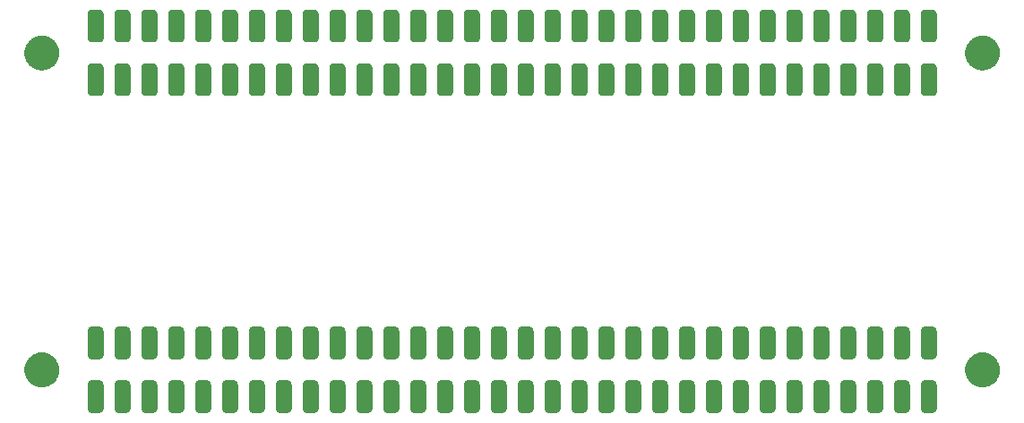
<source format=gbr>
G04 #@! TF.GenerationSoftware,KiCad,Pcbnew,8.0.2*
G04 #@! TF.CreationDate,2024-11-11T10:52:22+01:00*
G04 #@! TF.ProjectId,junior-internal-bus,6a756e69-6f72-42d6-996e-7465726e616c,rev?*
G04 #@! TF.SameCoordinates,Original*
G04 #@! TF.FileFunction,Soldermask,Bot*
G04 #@! TF.FilePolarity,Negative*
%FSLAX46Y46*%
G04 Gerber Fmt 4.6, Leading zero omitted, Abs format (unit mm)*
G04 Created by KiCad (PCBNEW 8.0.2) date 2024-11-11 10:52:22*
%MOMM*%
%LPD*%
G01*
G04 APERTURE LIST*
G04 APERTURE END LIST*
G36*
X91813443Y-98492713D02*
G01*
X91883653Y-98501144D01*
X91895048Y-98505637D01*
X91913916Y-98508626D01*
X91952569Y-98528320D01*
X91985959Y-98541488D01*
X92001415Y-98553209D01*
X92025702Y-98565584D01*
X92050707Y-98590589D01*
X92072718Y-98607281D01*
X92089409Y-98629291D01*
X92114416Y-98654298D01*
X92126791Y-98678585D01*
X92138511Y-98694040D01*
X92151676Y-98727425D01*
X92171374Y-98766084D01*
X92174362Y-98784954D01*
X92178855Y-98796346D01*
X92187283Y-98866535D01*
X92191000Y-98890000D01*
X92191000Y-101190000D01*
X92187282Y-101213469D01*
X92178855Y-101283653D01*
X92174362Y-101295044D01*
X92171374Y-101313916D01*
X92151674Y-101352577D01*
X92138511Y-101385959D01*
X92126792Y-101401411D01*
X92114416Y-101425702D01*
X92089406Y-101450711D01*
X92072718Y-101472718D01*
X92050711Y-101489406D01*
X92025702Y-101514416D01*
X92001411Y-101526792D01*
X91985959Y-101538511D01*
X91952577Y-101551674D01*
X91913916Y-101571374D01*
X91895044Y-101574362D01*
X91883653Y-101578855D01*
X91813467Y-101587283D01*
X91790000Y-101591000D01*
X91090000Y-101591000D01*
X91066533Y-101587283D01*
X90996346Y-101578855D01*
X90984954Y-101574362D01*
X90966084Y-101571374D01*
X90927425Y-101551676D01*
X90894040Y-101538511D01*
X90878585Y-101526791D01*
X90854298Y-101514416D01*
X90829291Y-101489409D01*
X90807281Y-101472718D01*
X90790589Y-101450707D01*
X90765584Y-101425702D01*
X90753209Y-101401415D01*
X90741488Y-101385959D01*
X90728320Y-101352569D01*
X90708626Y-101313916D01*
X90705637Y-101295048D01*
X90701144Y-101283653D01*
X90692712Y-101213441D01*
X90689000Y-101190000D01*
X90689000Y-98890000D01*
X90692712Y-98866559D01*
X90701144Y-98796346D01*
X90705637Y-98784949D01*
X90708626Y-98766084D01*
X90728319Y-98727434D01*
X90741488Y-98694040D01*
X90753211Y-98678581D01*
X90765584Y-98654298D01*
X90790586Y-98629295D01*
X90807281Y-98607281D01*
X90829295Y-98590586D01*
X90854298Y-98565584D01*
X90878581Y-98553211D01*
X90894040Y-98541488D01*
X90927434Y-98528319D01*
X90966084Y-98508626D01*
X90984949Y-98505637D01*
X90996346Y-98501144D01*
X91066561Y-98492712D01*
X91090000Y-98489000D01*
X91790000Y-98489000D01*
X91813443Y-98492713D01*
G37*
G36*
X94353443Y-98492713D02*
G01*
X94423653Y-98501144D01*
X94435048Y-98505637D01*
X94453916Y-98508626D01*
X94492569Y-98528320D01*
X94525959Y-98541488D01*
X94541415Y-98553209D01*
X94565702Y-98565584D01*
X94590707Y-98590589D01*
X94612718Y-98607281D01*
X94629409Y-98629291D01*
X94654416Y-98654298D01*
X94666791Y-98678585D01*
X94678511Y-98694040D01*
X94691676Y-98727425D01*
X94711374Y-98766084D01*
X94714362Y-98784954D01*
X94718855Y-98796346D01*
X94727283Y-98866535D01*
X94731000Y-98890000D01*
X94731000Y-101190000D01*
X94727282Y-101213469D01*
X94718855Y-101283653D01*
X94714362Y-101295044D01*
X94711374Y-101313916D01*
X94691674Y-101352577D01*
X94678511Y-101385959D01*
X94666792Y-101401411D01*
X94654416Y-101425702D01*
X94629406Y-101450711D01*
X94612718Y-101472718D01*
X94590711Y-101489406D01*
X94565702Y-101514416D01*
X94541411Y-101526792D01*
X94525959Y-101538511D01*
X94492577Y-101551674D01*
X94453916Y-101571374D01*
X94435044Y-101574362D01*
X94423653Y-101578855D01*
X94353467Y-101587283D01*
X94330000Y-101591000D01*
X93630000Y-101591000D01*
X93606533Y-101587283D01*
X93536346Y-101578855D01*
X93524954Y-101574362D01*
X93506084Y-101571374D01*
X93467425Y-101551676D01*
X93434040Y-101538511D01*
X93418585Y-101526791D01*
X93394298Y-101514416D01*
X93369291Y-101489409D01*
X93347281Y-101472718D01*
X93330589Y-101450707D01*
X93305584Y-101425702D01*
X93293209Y-101401415D01*
X93281488Y-101385959D01*
X93268320Y-101352569D01*
X93248626Y-101313916D01*
X93245637Y-101295048D01*
X93241144Y-101283653D01*
X93232712Y-101213441D01*
X93229000Y-101190000D01*
X93229000Y-98890000D01*
X93232712Y-98866559D01*
X93241144Y-98796346D01*
X93245637Y-98784949D01*
X93248626Y-98766084D01*
X93268319Y-98727434D01*
X93281488Y-98694040D01*
X93293211Y-98678581D01*
X93305584Y-98654298D01*
X93330586Y-98629295D01*
X93347281Y-98607281D01*
X93369295Y-98590586D01*
X93394298Y-98565584D01*
X93418581Y-98553211D01*
X93434040Y-98541488D01*
X93467434Y-98528319D01*
X93506084Y-98508626D01*
X93524949Y-98505637D01*
X93536346Y-98501144D01*
X93606561Y-98492712D01*
X93630000Y-98489000D01*
X94330000Y-98489000D01*
X94353443Y-98492713D01*
G37*
G36*
X96893443Y-98492713D02*
G01*
X96963653Y-98501144D01*
X96975048Y-98505637D01*
X96993916Y-98508626D01*
X97032569Y-98528320D01*
X97065959Y-98541488D01*
X97081415Y-98553209D01*
X97105702Y-98565584D01*
X97130707Y-98590589D01*
X97152718Y-98607281D01*
X97169409Y-98629291D01*
X97194416Y-98654298D01*
X97206791Y-98678585D01*
X97218511Y-98694040D01*
X97231676Y-98727425D01*
X97251374Y-98766084D01*
X97254362Y-98784954D01*
X97258855Y-98796346D01*
X97267283Y-98866535D01*
X97271000Y-98890000D01*
X97271000Y-101190000D01*
X97267282Y-101213469D01*
X97258855Y-101283653D01*
X97254362Y-101295044D01*
X97251374Y-101313916D01*
X97231674Y-101352577D01*
X97218511Y-101385959D01*
X97206792Y-101401411D01*
X97194416Y-101425702D01*
X97169406Y-101450711D01*
X97152718Y-101472718D01*
X97130711Y-101489406D01*
X97105702Y-101514416D01*
X97081411Y-101526792D01*
X97065959Y-101538511D01*
X97032577Y-101551674D01*
X96993916Y-101571374D01*
X96975044Y-101574362D01*
X96963653Y-101578855D01*
X96893467Y-101587283D01*
X96870000Y-101591000D01*
X96170000Y-101591000D01*
X96146533Y-101587283D01*
X96076346Y-101578855D01*
X96064954Y-101574362D01*
X96046084Y-101571374D01*
X96007425Y-101551676D01*
X95974040Y-101538511D01*
X95958585Y-101526791D01*
X95934298Y-101514416D01*
X95909291Y-101489409D01*
X95887281Y-101472718D01*
X95870589Y-101450707D01*
X95845584Y-101425702D01*
X95833209Y-101401415D01*
X95821488Y-101385959D01*
X95808320Y-101352569D01*
X95788626Y-101313916D01*
X95785637Y-101295048D01*
X95781144Y-101283653D01*
X95772712Y-101213441D01*
X95769000Y-101190000D01*
X95769000Y-98890000D01*
X95772712Y-98866559D01*
X95781144Y-98796346D01*
X95785637Y-98784949D01*
X95788626Y-98766084D01*
X95808319Y-98727434D01*
X95821488Y-98694040D01*
X95833211Y-98678581D01*
X95845584Y-98654298D01*
X95870586Y-98629295D01*
X95887281Y-98607281D01*
X95909295Y-98590586D01*
X95934298Y-98565584D01*
X95958581Y-98553211D01*
X95974040Y-98541488D01*
X96007434Y-98528319D01*
X96046084Y-98508626D01*
X96064949Y-98505637D01*
X96076346Y-98501144D01*
X96146561Y-98492712D01*
X96170000Y-98489000D01*
X96870000Y-98489000D01*
X96893443Y-98492713D01*
G37*
G36*
X99433443Y-98492713D02*
G01*
X99503653Y-98501144D01*
X99515048Y-98505637D01*
X99533916Y-98508626D01*
X99572569Y-98528320D01*
X99605959Y-98541488D01*
X99621415Y-98553209D01*
X99645702Y-98565584D01*
X99670707Y-98590589D01*
X99692718Y-98607281D01*
X99709409Y-98629291D01*
X99734416Y-98654298D01*
X99746791Y-98678585D01*
X99758511Y-98694040D01*
X99771676Y-98727425D01*
X99791374Y-98766084D01*
X99794362Y-98784954D01*
X99798855Y-98796346D01*
X99807283Y-98866535D01*
X99811000Y-98890000D01*
X99811000Y-101190000D01*
X99807282Y-101213469D01*
X99798855Y-101283653D01*
X99794362Y-101295044D01*
X99791374Y-101313916D01*
X99771674Y-101352577D01*
X99758511Y-101385959D01*
X99746792Y-101401411D01*
X99734416Y-101425702D01*
X99709406Y-101450711D01*
X99692718Y-101472718D01*
X99670711Y-101489406D01*
X99645702Y-101514416D01*
X99621411Y-101526792D01*
X99605959Y-101538511D01*
X99572577Y-101551674D01*
X99533916Y-101571374D01*
X99515044Y-101574362D01*
X99503653Y-101578855D01*
X99433467Y-101587283D01*
X99410000Y-101591000D01*
X98710000Y-101591000D01*
X98686533Y-101587283D01*
X98616346Y-101578855D01*
X98604954Y-101574362D01*
X98586084Y-101571374D01*
X98547425Y-101551676D01*
X98514040Y-101538511D01*
X98498585Y-101526791D01*
X98474298Y-101514416D01*
X98449291Y-101489409D01*
X98427281Y-101472718D01*
X98410589Y-101450707D01*
X98385584Y-101425702D01*
X98373209Y-101401415D01*
X98361488Y-101385959D01*
X98348320Y-101352569D01*
X98328626Y-101313916D01*
X98325637Y-101295048D01*
X98321144Y-101283653D01*
X98312712Y-101213441D01*
X98309000Y-101190000D01*
X98309000Y-98890000D01*
X98312712Y-98866559D01*
X98321144Y-98796346D01*
X98325637Y-98784949D01*
X98328626Y-98766084D01*
X98348319Y-98727434D01*
X98361488Y-98694040D01*
X98373211Y-98678581D01*
X98385584Y-98654298D01*
X98410586Y-98629295D01*
X98427281Y-98607281D01*
X98449295Y-98590586D01*
X98474298Y-98565584D01*
X98498581Y-98553211D01*
X98514040Y-98541488D01*
X98547434Y-98528319D01*
X98586084Y-98508626D01*
X98604949Y-98505637D01*
X98616346Y-98501144D01*
X98686561Y-98492712D01*
X98710000Y-98489000D01*
X99410000Y-98489000D01*
X99433443Y-98492713D01*
G37*
G36*
X101973443Y-98492713D02*
G01*
X102043653Y-98501144D01*
X102055048Y-98505637D01*
X102073916Y-98508626D01*
X102112569Y-98528320D01*
X102145959Y-98541488D01*
X102161415Y-98553209D01*
X102185702Y-98565584D01*
X102210707Y-98590589D01*
X102232718Y-98607281D01*
X102249409Y-98629291D01*
X102274416Y-98654298D01*
X102286791Y-98678585D01*
X102298511Y-98694040D01*
X102311676Y-98727425D01*
X102331374Y-98766084D01*
X102334362Y-98784954D01*
X102338855Y-98796346D01*
X102347283Y-98866535D01*
X102351000Y-98890000D01*
X102351000Y-101190000D01*
X102347282Y-101213469D01*
X102338855Y-101283653D01*
X102334362Y-101295044D01*
X102331374Y-101313916D01*
X102311674Y-101352577D01*
X102298511Y-101385959D01*
X102286792Y-101401411D01*
X102274416Y-101425702D01*
X102249406Y-101450711D01*
X102232718Y-101472718D01*
X102210711Y-101489406D01*
X102185702Y-101514416D01*
X102161411Y-101526792D01*
X102145959Y-101538511D01*
X102112577Y-101551674D01*
X102073916Y-101571374D01*
X102055044Y-101574362D01*
X102043653Y-101578855D01*
X101973467Y-101587283D01*
X101950000Y-101591000D01*
X101250000Y-101591000D01*
X101226533Y-101587283D01*
X101156346Y-101578855D01*
X101144954Y-101574362D01*
X101126084Y-101571374D01*
X101087425Y-101551676D01*
X101054040Y-101538511D01*
X101038585Y-101526791D01*
X101014298Y-101514416D01*
X100989291Y-101489409D01*
X100967281Y-101472718D01*
X100950589Y-101450707D01*
X100925584Y-101425702D01*
X100913209Y-101401415D01*
X100901488Y-101385959D01*
X100888320Y-101352569D01*
X100868626Y-101313916D01*
X100865637Y-101295048D01*
X100861144Y-101283653D01*
X100852712Y-101213441D01*
X100849000Y-101190000D01*
X100849000Y-98890000D01*
X100852712Y-98866559D01*
X100861144Y-98796346D01*
X100865637Y-98784949D01*
X100868626Y-98766084D01*
X100888319Y-98727434D01*
X100901488Y-98694040D01*
X100913211Y-98678581D01*
X100925584Y-98654298D01*
X100950586Y-98629295D01*
X100967281Y-98607281D01*
X100989295Y-98590586D01*
X101014298Y-98565584D01*
X101038581Y-98553211D01*
X101054040Y-98541488D01*
X101087434Y-98528319D01*
X101126084Y-98508626D01*
X101144949Y-98505637D01*
X101156346Y-98501144D01*
X101226561Y-98492712D01*
X101250000Y-98489000D01*
X101950000Y-98489000D01*
X101973443Y-98492713D01*
G37*
G36*
X104513443Y-98492713D02*
G01*
X104583653Y-98501144D01*
X104595048Y-98505637D01*
X104613916Y-98508626D01*
X104652569Y-98528320D01*
X104685959Y-98541488D01*
X104701415Y-98553209D01*
X104725702Y-98565584D01*
X104750707Y-98590589D01*
X104772718Y-98607281D01*
X104789409Y-98629291D01*
X104814416Y-98654298D01*
X104826791Y-98678585D01*
X104838511Y-98694040D01*
X104851676Y-98727425D01*
X104871374Y-98766084D01*
X104874362Y-98784954D01*
X104878855Y-98796346D01*
X104887283Y-98866535D01*
X104891000Y-98890000D01*
X104891000Y-101190000D01*
X104887282Y-101213469D01*
X104878855Y-101283653D01*
X104874362Y-101295044D01*
X104871374Y-101313916D01*
X104851674Y-101352577D01*
X104838511Y-101385959D01*
X104826792Y-101401411D01*
X104814416Y-101425702D01*
X104789406Y-101450711D01*
X104772718Y-101472718D01*
X104750711Y-101489406D01*
X104725702Y-101514416D01*
X104701411Y-101526792D01*
X104685959Y-101538511D01*
X104652577Y-101551674D01*
X104613916Y-101571374D01*
X104595044Y-101574362D01*
X104583653Y-101578855D01*
X104513467Y-101587283D01*
X104490000Y-101591000D01*
X103790000Y-101591000D01*
X103766533Y-101587283D01*
X103696346Y-101578855D01*
X103684954Y-101574362D01*
X103666084Y-101571374D01*
X103627425Y-101551676D01*
X103594040Y-101538511D01*
X103578585Y-101526791D01*
X103554298Y-101514416D01*
X103529291Y-101489409D01*
X103507281Y-101472718D01*
X103490589Y-101450707D01*
X103465584Y-101425702D01*
X103453209Y-101401415D01*
X103441488Y-101385959D01*
X103428320Y-101352569D01*
X103408626Y-101313916D01*
X103405637Y-101295048D01*
X103401144Y-101283653D01*
X103392712Y-101213441D01*
X103389000Y-101190000D01*
X103389000Y-98890000D01*
X103392712Y-98866559D01*
X103401144Y-98796346D01*
X103405637Y-98784949D01*
X103408626Y-98766084D01*
X103428319Y-98727434D01*
X103441488Y-98694040D01*
X103453211Y-98678581D01*
X103465584Y-98654298D01*
X103490586Y-98629295D01*
X103507281Y-98607281D01*
X103529295Y-98590586D01*
X103554298Y-98565584D01*
X103578581Y-98553211D01*
X103594040Y-98541488D01*
X103627434Y-98528319D01*
X103666084Y-98508626D01*
X103684949Y-98505637D01*
X103696346Y-98501144D01*
X103766561Y-98492712D01*
X103790000Y-98489000D01*
X104490000Y-98489000D01*
X104513443Y-98492713D01*
G37*
G36*
X107053443Y-98492713D02*
G01*
X107123653Y-98501144D01*
X107135048Y-98505637D01*
X107153916Y-98508626D01*
X107192569Y-98528320D01*
X107225959Y-98541488D01*
X107241415Y-98553209D01*
X107265702Y-98565584D01*
X107290707Y-98590589D01*
X107312718Y-98607281D01*
X107329409Y-98629291D01*
X107354416Y-98654298D01*
X107366791Y-98678585D01*
X107378511Y-98694040D01*
X107391676Y-98727425D01*
X107411374Y-98766084D01*
X107414362Y-98784954D01*
X107418855Y-98796346D01*
X107427283Y-98866535D01*
X107431000Y-98890000D01*
X107431000Y-101190000D01*
X107427282Y-101213469D01*
X107418855Y-101283653D01*
X107414362Y-101295044D01*
X107411374Y-101313916D01*
X107391674Y-101352577D01*
X107378511Y-101385959D01*
X107366792Y-101401411D01*
X107354416Y-101425702D01*
X107329406Y-101450711D01*
X107312718Y-101472718D01*
X107290711Y-101489406D01*
X107265702Y-101514416D01*
X107241411Y-101526792D01*
X107225959Y-101538511D01*
X107192577Y-101551674D01*
X107153916Y-101571374D01*
X107135044Y-101574362D01*
X107123653Y-101578855D01*
X107053467Y-101587283D01*
X107030000Y-101591000D01*
X106330000Y-101591000D01*
X106306533Y-101587283D01*
X106236346Y-101578855D01*
X106224954Y-101574362D01*
X106206084Y-101571374D01*
X106167425Y-101551676D01*
X106134040Y-101538511D01*
X106118585Y-101526791D01*
X106094298Y-101514416D01*
X106069291Y-101489409D01*
X106047281Y-101472718D01*
X106030589Y-101450707D01*
X106005584Y-101425702D01*
X105993209Y-101401415D01*
X105981488Y-101385959D01*
X105968320Y-101352569D01*
X105948626Y-101313916D01*
X105945637Y-101295048D01*
X105941144Y-101283653D01*
X105932712Y-101213441D01*
X105929000Y-101190000D01*
X105929000Y-98890000D01*
X105932712Y-98866559D01*
X105941144Y-98796346D01*
X105945637Y-98784949D01*
X105948626Y-98766084D01*
X105968319Y-98727434D01*
X105981488Y-98694040D01*
X105993211Y-98678581D01*
X106005584Y-98654298D01*
X106030586Y-98629295D01*
X106047281Y-98607281D01*
X106069295Y-98590586D01*
X106094298Y-98565584D01*
X106118581Y-98553211D01*
X106134040Y-98541488D01*
X106167434Y-98528319D01*
X106206084Y-98508626D01*
X106224949Y-98505637D01*
X106236346Y-98501144D01*
X106306561Y-98492712D01*
X106330000Y-98489000D01*
X107030000Y-98489000D01*
X107053443Y-98492713D01*
G37*
G36*
X109593443Y-98492713D02*
G01*
X109663653Y-98501144D01*
X109675048Y-98505637D01*
X109693916Y-98508626D01*
X109732569Y-98528320D01*
X109765959Y-98541488D01*
X109781415Y-98553209D01*
X109805702Y-98565584D01*
X109830707Y-98590589D01*
X109852718Y-98607281D01*
X109869409Y-98629291D01*
X109894416Y-98654298D01*
X109906791Y-98678585D01*
X109918511Y-98694040D01*
X109931676Y-98727425D01*
X109951374Y-98766084D01*
X109954362Y-98784954D01*
X109958855Y-98796346D01*
X109967283Y-98866535D01*
X109971000Y-98890000D01*
X109971000Y-101190000D01*
X109967282Y-101213469D01*
X109958855Y-101283653D01*
X109954362Y-101295044D01*
X109951374Y-101313916D01*
X109931674Y-101352577D01*
X109918511Y-101385959D01*
X109906792Y-101401411D01*
X109894416Y-101425702D01*
X109869406Y-101450711D01*
X109852718Y-101472718D01*
X109830711Y-101489406D01*
X109805702Y-101514416D01*
X109781411Y-101526792D01*
X109765959Y-101538511D01*
X109732577Y-101551674D01*
X109693916Y-101571374D01*
X109675044Y-101574362D01*
X109663653Y-101578855D01*
X109593467Y-101587283D01*
X109570000Y-101591000D01*
X108870000Y-101591000D01*
X108846533Y-101587283D01*
X108776346Y-101578855D01*
X108764954Y-101574362D01*
X108746084Y-101571374D01*
X108707425Y-101551676D01*
X108674040Y-101538511D01*
X108658585Y-101526791D01*
X108634298Y-101514416D01*
X108609291Y-101489409D01*
X108587281Y-101472718D01*
X108570589Y-101450707D01*
X108545584Y-101425702D01*
X108533209Y-101401415D01*
X108521488Y-101385959D01*
X108508320Y-101352569D01*
X108488626Y-101313916D01*
X108485637Y-101295048D01*
X108481144Y-101283653D01*
X108472712Y-101213441D01*
X108469000Y-101190000D01*
X108469000Y-98890000D01*
X108472712Y-98866559D01*
X108481144Y-98796346D01*
X108485637Y-98784949D01*
X108488626Y-98766084D01*
X108508319Y-98727434D01*
X108521488Y-98694040D01*
X108533211Y-98678581D01*
X108545584Y-98654298D01*
X108570586Y-98629295D01*
X108587281Y-98607281D01*
X108609295Y-98590586D01*
X108634298Y-98565584D01*
X108658581Y-98553211D01*
X108674040Y-98541488D01*
X108707434Y-98528319D01*
X108746084Y-98508626D01*
X108764949Y-98505637D01*
X108776346Y-98501144D01*
X108846561Y-98492712D01*
X108870000Y-98489000D01*
X109570000Y-98489000D01*
X109593443Y-98492713D01*
G37*
G36*
X112133443Y-98492713D02*
G01*
X112203653Y-98501144D01*
X112215048Y-98505637D01*
X112233916Y-98508626D01*
X112272569Y-98528320D01*
X112305959Y-98541488D01*
X112321415Y-98553209D01*
X112345702Y-98565584D01*
X112370707Y-98590589D01*
X112392718Y-98607281D01*
X112409409Y-98629291D01*
X112434416Y-98654298D01*
X112446791Y-98678585D01*
X112458511Y-98694040D01*
X112471676Y-98727425D01*
X112491374Y-98766084D01*
X112494362Y-98784954D01*
X112498855Y-98796346D01*
X112507283Y-98866535D01*
X112511000Y-98890000D01*
X112511000Y-101190000D01*
X112507282Y-101213469D01*
X112498855Y-101283653D01*
X112494362Y-101295044D01*
X112491374Y-101313916D01*
X112471674Y-101352577D01*
X112458511Y-101385959D01*
X112446792Y-101401411D01*
X112434416Y-101425702D01*
X112409406Y-101450711D01*
X112392718Y-101472718D01*
X112370711Y-101489406D01*
X112345702Y-101514416D01*
X112321411Y-101526792D01*
X112305959Y-101538511D01*
X112272577Y-101551674D01*
X112233916Y-101571374D01*
X112215044Y-101574362D01*
X112203653Y-101578855D01*
X112133467Y-101587283D01*
X112110000Y-101591000D01*
X111410000Y-101591000D01*
X111386533Y-101587283D01*
X111316346Y-101578855D01*
X111304954Y-101574362D01*
X111286084Y-101571374D01*
X111247425Y-101551676D01*
X111214040Y-101538511D01*
X111198585Y-101526791D01*
X111174298Y-101514416D01*
X111149291Y-101489409D01*
X111127281Y-101472718D01*
X111110589Y-101450707D01*
X111085584Y-101425702D01*
X111073209Y-101401415D01*
X111061488Y-101385959D01*
X111048320Y-101352569D01*
X111028626Y-101313916D01*
X111025637Y-101295048D01*
X111021144Y-101283653D01*
X111012712Y-101213441D01*
X111009000Y-101190000D01*
X111009000Y-98890000D01*
X111012712Y-98866559D01*
X111021144Y-98796346D01*
X111025637Y-98784949D01*
X111028626Y-98766084D01*
X111048319Y-98727434D01*
X111061488Y-98694040D01*
X111073211Y-98678581D01*
X111085584Y-98654298D01*
X111110586Y-98629295D01*
X111127281Y-98607281D01*
X111149295Y-98590586D01*
X111174298Y-98565584D01*
X111198581Y-98553211D01*
X111214040Y-98541488D01*
X111247434Y-98528319D01*
X111286084Y-98508626D01*
X111304949Y-98505637D01*
X111316346Y-98501144D01*
X111386561Y-98492712D01*
X111410000Y-98489000D01*
X112110000Y-98489000D01*
X112133443Y-98492713D01*
G37*
G36*
X114673443Y-98492713D02*
G01*
X114743653Y-98501144D01*
X114755048Y-98505637D01*
X114773916Y-98508626D01*
X114812569Y-98528320D01*
X114845959Y-98541488D01*
X114861415Y-98553209D01*
X114885702Y-98565584D01*
X114910707Y-98590589D01*
X114932718Y-98607281D01*
X114949409Y-98629291D01*
X114974416Y-98654298D01*
X114986791Y-98678585D01*
X114998511Y-98694040D01*
X115011676Y-98727425D01*
X115031374Y-98766084D01*
X115034362Y-98784954D01*
X115038855Y-98796346D01*
X115047283Y-98866535D01*
X115051000Y-98890000D01*
X115051000Y-101190000D01*
X115047282Y-101213469D01*
X115038855Y-101283653D01*
X115034362Y-101295044D01*
X115031374Y-101313916D01*
X115011674Y-101352577D01*
X114998511Y-101385959D01*
X114986792Y-101401411D01*
X114974416Y-101425702D01*
X114949406Y-101450711D01*
X114932718Y-101472718D01*
X114910711Y-101489406D01*
X114885702Y-101514416D01*
X114861411Y-101526792D01*
X114845959Y-101538511D01*
X114812577Y-101551674D01*
X114773916Y-101571374D01*
X114755044Y-101574362D01*
X114743653Y-101578855D01*
X114673467Y-101587283D01*
X114650000Y-101591000D01*
X113950000Y-101591000D01*
X113926533Y-101587283D01*
X113856346Y-101578855D01*
X113844954Y-101574362D01*
X113826084Y-101571374D01*
X113787425Y-101551676D01*
X113754040Y-101538511D01*
X113738585Y-101526791D01*
X113714298Y-101514416D01*
X113689291Y-101489409D01*
X113667281Y-101472718D01*
X113650589Y-101450707D01*
X113625584Y-101425702D01*
X113613209Y-101401415D01*
X113601488Y-101385959D01*
X113588320Y-101352569D01*
X113568626Y-101313916D01*
X113565637Y-101295048D01*
X113561144Y-101283653D01*
X113552712Y-101213441D01*
X113549000Y-101190000D01*
X113549000Y-98890000D01*
X113552712Y-98866559D01*
X113561144Y-98796346D01*
X113565637Y-98784949D01*
X113568626Y-98766084D01*
X113588319Y-98727434D01*
X113601488Y-98694040D01*
X113613211Y-98678581D01*
X113625584Y-98654298D01*
X113650586Y-98629295D01*
X113667281Y-98607281D01*
X113689295Y-98590586D01*
X113714298Y-98565584D01*
X113738581Y-98553211D01*
X113754040Y-98541488D01*
X113787434Y-98528319D01*
X113826084Y-98508626D01*
X113844949Y-98505637D01*
X113856346Y-98501144D01*
X113926561Y-98492712D01*
X113950000Y-98489000D01*
X114650000Y-98489000D01*
X114673443Y-98492713D01*
G37*
G36*
X117213443Y-98492713D02*
G01*
X117283653Y-98501144D01*
X117295048Y-98505637D01*
X117313916Y-98508626D01*
X117352569Y-98528320D01*
X117385959Y-98541488D01*
X117401415Y-98553209D01*
X117425702Y-98565584D01*
X117450707Y-98590589D01*
X117472718Y-98607281D01*
X117489409Y-98629291D01*
X117514416Y-98654298D01*
X117526791Y-98678585D01*
X117538511Y-98694040D01*
X117551676Y-98727425D01*
X117571374Y-98766084D01*
X117574362Y-98784954D01*
X117578855Y-98796346D01*
X117587283Y-98866535D01*
X117591000Y-98890000D01*
X117591000Y-101190000D01*
X117587282Y-101213469D01*
X117578855Y-101283653D01*
X117574362Y-101295044D01*
X117571374Y-101313916D01*
X117551674Y-101352577D01*
X117538511Y-101385959D01*
X117526792Y-101401411D01*
X117514416Y-101425702D01*
X117489406Y-101450711D01*
X117472718Y-101472718D01*
X117450711Y-101489406D01*
X117425702Y-101514416D01*
X117401411Y-101526792D01*
X117385959Y-101538511D01*
X117352577Y-101551674D01*
X117313916Y-101571374D01*
X117295044Y-101574362D01*
X117283653Y-101578855D01*
X117213467Y-101587283D01*
X117190000Y-101591000D01*
X116490000Y-101591000D01*
X116466533Y-101587283D01*
X116396346Y-101578855D01*
X116384954Y-101574362D01*
X116366084Y-101571374D01*
X116327425Y-101551676D01*
X116294040Y-101538511D01*
X116278585Y-101526791D01*
X116254298Y-101514416D01*
X116229291Y-101489409D01*
X116207281Y-101472718D01*
X116190589Y-101450707D01*
X116165584Y-101425702D01*
X116153209Y-101401415D01*
X116141488Y-101385959D01*
X116128320Y-101352569D01*
X116108626Y-101313916D01*
X116105637Y-101295048D01*
X116101144Y-101283653D01*
X116092712Y-101213441D01*
X116089000Y-101190000D01*
X116089000Y-98890000D01*
X116092712Y-98866559D01*
X116101144Y-98796346D01*
X116105637Y-98784949D01*
X116108626Y-98766084D01*
X116128319Y-98727434D01*
X116141488Y-98694040D01*
X116153211Y-98678581D01*
X116165584Y-98654298D01*
X116190586Y-98629295D01*
X116207281Y-98607281D01*
X116229295Y-98590586D01*
X116254298Y-98565584D01*
X116278581Y-98553211D01*
X116294040Y-98541488D01*
X116327434Y-98528319D01*
X116366084Y-98508626D01*
X116384949Y-98505637D01*
X116396346Y-98501144D01*
X116466561Y-98492712D01*
X116490000Y-98489000D01*
X117190000Y-98489000D01*
X117213443Y-98492713D01*
G37*
G36*
X119753443Y-98492713D02*
G01*
X119823653Y-98501144D01*
X119835048Y-98505637D01*
X119853916Y-98508626D01*
X119892569Y-98528320D01*
X119925959Y-98541488D01*
X119941415Y-98553209D01*
X119965702Y-98565584D01*
X119990707Y-98590589D01*
X120012718Y-98607281D01*
X120029409Y-98629291D01*
X120054416Y-98654298D01*
X120066791Y-98678585D01*
X120078511Y-98694040D01*
X120091676Y-98727425D01*
X120111374Y-98766084D01*
X120114362Y-98784954D01*
X120118855Y-98796346D01*
X120127283Y-98866535D01*
X120131000Y-98890000D01*
X120131000Y-101190000D01*
X120127282Y-101213469D01*
X120118855Y-101283653D01*
X120114362Y-101295044D01*
X120111374Y-101313916D01*
X120091674Y-101352577D01*
X120078511Y-101385959D01*
X120066792Y-101401411D01*
X120054416Y-101425702D01*
X120029406Y-101450711D01*
X120012718Y-101472718D01*
X119990711Y-101489406D01*
X119965702Y-101514416D01*
X119941411Y-101526792D01*
X119925959Y-101538511D01*
X119892577Y-101551674D01*
X119853916Y-101571374D01*
X119835044Y-101574362D01*
X119823653Y-101578855D01*
X119753467Y-101587283D01*
X119730000Y-101591000D01*
X119030000Y-101591000D01*
X119006533Y-101587283D01*
X118936346Y-101578855D01*
X118924954Y-101574362D01*
X118906084Y-101571374D01*
X118867425Y-101551676D01*
X118834040Y-101538511D01*
X118818585Y-101526791D01*
X118794298Y-101514416D01*
X118769291Y-101489409D01*
X118747281Y-101472718D01*
X118730589Y-101450707D01*
X118705584Y-101425702D01*
X118693209Y-101401415D01*
X118681488Y-101385959D01*
X118668320Y-101352569D01*
X118648626Y-101313916D01*
X118645637Y-101295048D01*
X118641144Y-101283653D01*
X118632712Y-101213441D01*
X118629000Y-101190000D01*
X118629000Y-98890000D01*
X118632712Y-98866559D01*
X118641144Y-98796346D01*
X118645637Y-98784949D01*
X118648626Y-98766084D01*
X118668319Y-98727434D01*
X118681488Y-98694040D01*
X118693211Y-98678581D01*
X118705584Y-98654298D01*
X118730586Y-98629295D01*
X118747281Y-98607281D01*
X118769295Y-98590586D01*
X118794298Y-98565584D01*
X118818581Y-98553211D01*
X118834040Y-98541488D01*
X118867434Y-98528319D01*
X118906084Y-98508626D01*
X118924949Y-98505637D01*
X118936346Y-98501144D01*
X119006561Y-98492712D01*
X119030000Y-98489000D01*
X119730000Y-98489000D01*
X119753443Y-98492713D01*
G37*
G36*
X122293443Y-98492713D02*
G01*
X122363653Y-98501144D01*
X122375048Y-98505637D01*
X122393916Y-98508626D01*
X122432569Y-98528320D01*
X122465959Y-98541488D01*
X122481415Y-98553209D01*
X122505702Y-98565584D01*
X122530707Y-98590589D01*
X122552718Y-98607281D01*
X122569409Y-98629291D01*
X122594416Y-98654298D01*
X122606791Y-98678585D01*
X122618511Y-98694040D01*
X122631676Y-98727425D01*
X122651374Y-98766084D01*
X122654362Y-98784954D01*
X122658855Y-98796346D01*
X122667283Y-98866535D01*
X122671000Y-98890000D01*
X122671000Y-101190000D01*
X122667282Y-101213469D01*
X122658855Y-101283653D01*
X122654362Y-101295044D01*
X122651374Y-101313916D01*
X122631674Y-101352577D01*
X122618511Y-101385959D01*
X122606792Y-101401411D01*
X122594416Y-101425702D01*
X122569406Y-101450711D01*
X122552718Y-101472718D01*
X122530711Y-101489406D01*
X122505702Y-101514416D01*
X122481411Y-101526792D01*
X122465959Y-101538511D01*
X122432577Y-101551674D01*
X122393916Y-101571374D01*
X122375044Y-101574362D01*
X122363653Y-101578855D01*
X122293467Y-101587283D01*
X122270000Y-101591000D01*
X121570000Y-101591000D01*
X121546533Y-101587283D01*
X121476346Y-101578855D01*
X121464954Y-101574362D01*
X121446084Y-101571374D01*
X121407425Y-101551676D01*
X121374040Y-101538511D01*
X121358585Y-101526791D01*
X121334298Y-101514416D01*
X121309291Y-101489409D01*
X121287281Y-101472718D01*
X121270589Y-101450707D01*
X121245584Y-101425702D01*
X121233209Y-101401415D01*
X121221488Y-101385959D01*
X121208320Y-101352569D01*
X121188626Y-101313916D01*
X121185637Y-101295048D01*
X121181144Y-101283653D01*
X121172712Y-101213441D01*
X121169000Y-101190000D01*
X121169000Y-98890000D01*
X121172712Y-98866559D01*
X121181144Y-98796346D01*
X121185637Y-98784949D01*
X121188626Y-98766084D01*
X121208319Y-98727434D01*
X121221488Y-98694040D01*
X121233211Y-98678581D01*
X121245584Y-98654298D01*
X121270586Y-98629295D01*
X121287281Y-98607281D01*
X121309295Y-98590586D01*
X121334298Y-98565584D01*
X121358581Y-98553211D01*
X121374040Y-98541488D01*
X121407434Y-98528319D01*
X121446084Y-98508626D01*
X121464949Y-98505637D01*
X121476346Y-98501144D01*
X121546561Y-98492712D01*
X121570000Y-98489000D01*
X122270000Y-98489000D01*
X122293443Y-98492713D01*
G37*
G36*
X124833443Y-98492713D02*
G01*
X124903653Y-98501144D01*
X124915048Y-98505637D01*
X124933916Y-98508626D01*
X124972569Y-98528320D01*
X125005959Y-98541488D01*
X125021415Y-98553209D01*
X125045702Y-98565584D01*
X125070707Y-98590589D01*
X125092718Y-98607281D01*
X125109409Y-98629291D01*
X125134416Y-98654298D01*
X125146791Y-98678585D01*
X125158511Y-98694040D01*
X125171676Y-98727425D01*
X125191374Y-98766084D01*
X125194362Y-98784954D01*
X125198855Y-98796346D01*
X125207283Y-98866535D01*
X125211000Y-98890000D01*
X125211000Y-101190000D01*
X125207282Y-101213469D01*
X125198855Y-101283653D01*
X125194362Y-101295044D01*
X125191374Y-101313916D01*
X125171674Y-101352577D01*
X125158511Y-101385959D01*
X125146792Y-101401411D01*
X125134416Y-101425702D01*
X125109406Y-101450711D01*
X125092718Y-101472718D01*
X125070711Y-101489406D01*
X125045702Y-101514416D01*
X125021411Y-101526792D01*
X125005959Y-101538511D01*
X124972577Y-101551674D01*
X124933916Y-101571374D01*
X124915044Y-101574362D01*
X124903653Y-101578855D01*
X124833467Y-101587283D01*
X124810000Y-101591000D01*
X124110000Y-101591000D01*
X124086533Y-101587283D01*
X124016346Y-101578855D01*
X124004954Y-101574362D01*
X123986084Y-101571374D01*
X123947425Y-101551676D01*
X123914040Y-101538511D01*
X123898585Y-101526791D01*
X123874298Y-101514416D01*
X123849291Y-101489409D01*
X123827281Y-101472718D01*
X123810589Y-101450707D01*
X123785584Y-101425702D01*
X123773209Y-101401415D01*
X123761488Y-101385959D01*
X123748320Y-101352569D01*
X123728626Y-101313916D01*
X123725637Y-101295048D01*
X123721144Y-101283653D01*
X123712712Y-101213441D01*
X123709000Y-101190000D01*
X123709000Y-98890000D01*
X123712712Y-98866559D01*
X123721144Y-98796346D01*
X123725637Y-98784949D01*
X123728626Y-98766084D01*
X123748319Y-98727434D01*
X123761488Y-98694040D01*
X123773211Y-98678581D01*
X123785584Y-98654298D01*
X123810586Y-98629295D01*
X123827281Y-98607281D01*
X123849295Y-98590586D01*
X123874298Y-98565584D01*
X123898581Y-98553211D01*
X123914040Y-98541488D01*
X123947434Y-98528319D01*
X123986084Y-98508626D01*
X124004949Y-98505637D01*
X124016346Y-98501144D01*
X124086561Y-98492712D01*
X124110000Y-98489000D01*
X124810000Y-98489000D01*
X124833443Y-98492713D01*
G37*
G36*
X127373443Y-98492713D02*
G01*
X127443653Y-98501144D01*
X127455048Y-98505637D01*
X127473916Y-98508626D01*
X127512569Y-98528320D01*
X127545959Y-98541488D01*
X127561415Y-98553209D01*
X127585702Y-98565584D01*
X127610707Y-98590589D01*
X127632718Y-98607281D01*
X127649409Y-98629291D01*
X127674416Y-98654298D01*
X127686791Y-98678585D01*
X127698511Y-98694040D01*
X127711676Y-98727425D01*
X127731374Y-98766084D01*
X127734362Y-98784954D01*
X127738855Y-98796346D01*
X127747283Y-98866535D01*
X127751000Y-98890000D01*
X127751000Y-101190000D01*
X127747282Y-101213469D01*
X127738855Y-101283653D01*
X127734362Y-101295044D01*
X127731374Y-101313916D01*
X127711674Y-101352577D01*
X127698511Y-101385959D01*
X127686792Y-101401411D01*
X127674416Y-101425702D01*
X127649406Y-101450711D01*
X127632718Y-101472718D01*
X127610711Y-101489406D01*
X127585702Y-101514416D01*
X127561411Y-101526792D01*
X127545959Y-101538511D01*
X127512577Y-101551674D01*
X127473916Y-101571374D01*
X127455044Y-101574362D01*
X127443653Y-101578855D01*
X127373467Y-101587283D01*
X127350000Y-101591000D01*
X126650000Y-101591000D01*
X126626533Y-101587283D01*
X126556346Y-101578855D01*
X126544954Y-101574362D01*
X126526084Y-101571374D01*
X126487425Y-101551676D01*
X126454040Y-101538511D01*
X126438585Y-101526791D01*
X126414298Y-101514416D01*
X126389291Y-101489409D01*
X126367281Y-101472718D01*
X126350589Y-101450707D01*
X126325584Y-101425702D01*
X126313209Y-101401415D01*
X126301488Y-101385959D01*
X126288320Y-101352569D01*
X126268626Y-101313916D01*
X126265637Y-101295048D01*
X126261144Y-101283653D01*
X126252712Y-101213441D01*
X126249000Y-101190000D01*
X126249000Y-98890000D01*
X126252712Y-98866559D01*
X126261144Y-98796346D01*
X126265637Y-98784949D01*
X126268626Y-98766084D01*
X126288319Y-98727434D01*
X126301488Y-98694040D01*
X126313211Y-98678581D01*
X126325584Y-98654298D01*
X126350586Y-98629295D01*
X126367281Y-98607281D01*
X126389295Y-98590586D01*
X126414298Y-98565584D01*
X126438581Y-98553211D01*
X126454040Y-98541488D01*
X126487434Y-98528319D01*
X126526084Y-98508626D01*
X126544949Y-98505637D01*
X126556346Y-98501144D01*
X126626561Y-98492712D01*
X126650000Y-98489000D01*
X127350000Y-98489000D01*
X127373443Y-98492713D01*
G37*
G36*
X129913443Y-98492713D02*
G01*
X129983653Y-98501144D01*
X129995048Y-98505637D01*
X130013916Y-98508626D01*
X130052569Y-98528320D01*
X130085959Y-98541488D01*
X130101415Y-98553209D01*
X130125702Y-98565584D01*
X130150707Y-98590589D01*
X130172718Y-98607281D01*
X130189409Y-98629291D01*
X130214416Y-98654298D01*
X130226791Y-98678585D01*
X130238511Y-98694040D01*
X130251676Y-98727425D01*
X130271374Y-98766084D01*
X130274362Y-98784954D01*
X130278855Y-98796346D01*
X130287283Y-98866535D01*
X130291000Y-98890000D01*
X130291000Y-101190000D01*
X130287282Y-101213469D01*
X130278855Y-101283653D01*
X130274362Y-101295044D01*
X130271374Y-101313916D01*
X130251674Y-101352577D01*
X130238511Y-101385959D01*
X130226792Y-101401411D01*
X130214416Y-101425702D01*
X130189406Y-101450711D01*
X130172718Y-101472718D01*
X130150711Y-101489406D01*
X130125702Y-101514416D01*
X130101411Y-101526792D01*
X130085959Y-101538511D01*
X130052577Y-101551674D01*
X130013916Y-101571374D01*
X129995044Y-101574362D01*
X129983653Y-101578855D01*
X129913467Y-101587283D01*
X129890000Y-101591000D01*
X129190000Y-101591000D01*
X129166533Y-101587283D01*
X129096346Y-101578855D01*
X129084954Y-101574362D01*
X129066084Y-101571374D01*
X129027425Y-101551676D01*
X128994040Y-101538511D01*
X128978585Y-101526791D01*
X128954298Y-101514416D01*
X128929291Y-101489409D01*
X128907281Y-101472718D01*
X128890589Y-101450707D01*
X128865584Y-101425702D01*
X128853209Y-101401415D01*
X128841488Y-101385959D01*
X128828320Y-101352569D01*
X128808626Y-101313916D01*
X128805637Y-101295048D01*
X128801144Y-101283653D01*
X128792712Y-101213441D01*
X128789000Y-101190000D01*
X128789000Y-98890000D01*
X128792712Y-98866559D01*
X128801144Y-98796346D01*
X128805637Y-98784949D01*
X128808626Y-98766084D01*
X128828319Y-98727434D01*
X128841488Y-98694040D01*
X128853211Y-98678581D01*
X128865584Y-98654298D01*
X128890586Y-98629295D01*
X128907281Y-98607281D01*
X128929295Y-98590586D01*
X128954298Y-98565584D01*
X128978581Y-98553211D01*
X128994040Y-98541488D01*
X129027434Y-98528319D01*
X129066084Y-98508626D01*
X129084949Y-98505637D01*
X129096346Y-98501144D01*
X129166561Y-98492712D01*
X129190000Y-98489000D01*
X129890000Y-98489000D01*
X129913443Y-98492713D01*
G37*
G36*
X132453443Y-98492713D02*
G01*
X132523653Y-98501144D01*
X132535048Y-98505637D01*
X132553916Y-98508626D01*
X132592569Y-98528320D01*
X132625959Y-98541488D01*
X132641415Y-98553209D01*
X132665702Y-98565584D01*
X132690707Y-98590589D01*
X132712718Y-98607281D01*
X132729409Y-98629291D01*
X132754416Y-98654298D01*
X132766791Y-98678585D01*
X132778511Y-98694040D01*
X132791676Y-98727425D01*
X132811374Y-98766084D01*
X132814362Y-98784954D01*
X132818855Y-98796346D01*
X132827283Y-98866535D01*
X132831000Y-98890000D01*
X132831000Y-101190000D01*
X132827282Y-101213469D01*
X132818855Y-101283653D01*
X132814362Y-101295044D01*
X132811374Y-101313916D01*
X132791674Y-101352577D01*
X132778511Y-101385959D01*
X132766792Y-101401411D01*
X132754416Y-101425702D01*
X132729406Y-101450711D01*
X132712718Y-101472718D01*
X132690711Y-101489406D01*
X132665702Y-101514416D01*
X132641411Y-101526792D01*
X132625959Y-101538511D01*
X132592577Y-101551674D01*
X132553916Y-101571374D01*
X132535044Y-101574362D01*
X132523653Y-101578855D01*
X132453467Y-101587283D01*
X132430000Y-101591000D01*
X131730000Y-101591000D01*
X131706533Y-101587283D01*
X131636346Y-101578855D01*
X131624954Y-101574362D01*
X131606084Y-101571374D01*
X131567425Y-101551676D01*
X131534040Y-101538511D01*
X131518585Y-101526791D01*
X131494298Y-101514416D01*
X131469291Y-101489409D01*
X131447281Y-101472718D01*
X131430589Y-101450707D01*
X131405584Y-101425702D01*
X131393209Y-101401415D01*
X131381488Y-101385959D01*
X131368320Y-101352569D01*
X131348626Y-101313916D01*
X131345637Y-101295048D01*
X131341144Y-101283653D01*
X131332712Y-101213441D01*
X131329000Y-101190000D01*
X131329000Y-98890000D01*
X131332712Y-98866559D01*
X131341144Y-98796346D01*
X131345637Y-98784949D01*
X131348626Y-98766084D01*
X131368319Y-98727434D01*
X131381488Y-98694040D01*
X131393211Y-98678581D01*
X131405584Y-98654298D01*
X131430586Y-98629295D01*
X131447281Y-98607281D01*
X131469295Y-98590586D01*
X131494298Y-98565584D01*
X131518581Y-98553211D01*
X131534040Y-98541488D01*
X131567434Y-98528319D01*
X131606084Y-98508626D01*
X131624949Y-98505637D01*
X131636346Y-98501144D01*
X131706561Y-98492712D01*
X131730000Y-98489000D01*
X132430000Y-98489000D01*
X132453443Y-98492713D01*
G37*
G36*
X134993443Y-98492713D02*
G01*
X135063653Y-98501144D01*
X135075048Y-98505637D01*
X135093916Y-98508626D01*
X135132569Y-98528320D01*
X135165959Y-98541488D01*
X135181415Y-98553209D01*
X135205702Y-98565584D01*
X135230707Y-98590589D01*
X135252718Y-98607281D01*
X135269409Y-98629291D01*
X135294416Y-98654298D01*
X135306791Y-98678585D01*
X135318511Y-98694040D01*
X135331676Y-98727425D01*
X135351374Y-98766084D01*
X135354362Y-98784954D01*
X135358855Y-98796346D01*
X135367283Y-98866535D01*
X135371000Y-98890000D01*
X135371000Y-101190000D01*
X135367282Y-101213469D01*
X135358855Y-101283653D01*
X135354362Y-101295044D01*
X135351374Y-101313916D01*
X135331674Y-101352577D01*
X135318511Y-101385959D01*
X135306792Y-101401411D01*
X135294416Y-101425702D01*
X135269406Y-101450711D01*
X135252718Y-101472718D01*
X135230711Y-101489406D01*
X135205702Y-101514416D01*
X135181411Y-101526792D01*
X135165959Y-101538511D01*
X135132577Y-101551674D01*
X135093916Y-101571374D01*
X135075044Y-101574362D01*
X135063653Y-101578855D01*
X134993467Y-101587283D01*
X134970000Y-101591000D01*
X134270000Y-101591000D01*
X134246533Y-101587283D01*
X134176346Y-101578855D01*
X134164954Y-101574362D01*
X134146084Y-101571374D01*
X134107425Y-101551676D01*
X134074040Y-101538511D01*
X134058585Y-101526791D01*
X134034298Y-101514416D01*
X134009291Y-101489409D01*
X133987281Y-101472718D01*
X133970589Y-101450707D01*
X133945584Y-101425702D01*
X133933209Y-101401415D01*
X133921488Y-101385959D01*
X133908320Y-101352569D01*
X133888626Y-101313916D01*
X133885637Y-101295048D01*
X133881144Y-101283653D01*
X133872712Y-101213441D01*
X133869000Y-101190000D01*
X133869000Y-98890000D01*
X133872712Y-98866559D01*
X133881144Y-98796346D01*
X133885637Y-98784949D01*
X133888626Y-98766084D01*
X133908319Y-98727434D01*
X133921488Y-98694040D01*
X133933211Y-98678581D01*
X133945584Y-98654298D01*
X133970586Y-98629295D01*
X133987281Y-98607281D01*
X134009295Y-98590586D01*
X134034298Y-98565584D01*
X134058581Y-98553211D01*
X134074040Y-98541488D01*
X134107434Y-98528319D01*
X134146084Y-98508626D01*
X134164949Y-98505637D01*
X134176346Y-98501144D01*
X134246561Y-98492712D01*
X134270000Y-98489000D01*
X134970000Y-98489000D01*
X134993443Y-98492713D01*
G37*
G36*
X137533443Y-98492713D02*
G01*
X137603653Y-98501144D01*
X137615048Y-98505637D01*
X137633916Y-98508626D01*
X137672569Y-98528320D01*
X137705959Y-98541488D01*
X137721415Y-98553209D01*
X137745702Y-98565584D01*
X137770707Y-98590589D01*
X137792718Y-98607281D01*
X137809409Y-98629291D01*
X137834416Y-98654298D01*
X137846791Y-98678585D01*
X137858511Y-98694040D01*
X137871676Y-98727425D01*
X137891374Y-98766084D01*
X137894362Y-98784954D01*
X137898855Y-98796346D01*
X137907283Y-98866535D01*
X137911000Y-98890000D01*
X137911000Y-101190000D01*
X137907282Y-101213469D01*
X137898855Y-101283653D01*
X137894362Y-101295044D01*
X137891374Y-101313916D01*
X137871674Y-101352577D01*
X137858511Y-101385959D01*
X137846792Y-101401411D01*
X137834416Y-101425702D01*
X137809406Y-101450711D01*
X137792718Y-101472718D01*
X137770711Y-101489406D01*
X137745702Y-101514416D01*
X137721411Y-101526792D01*
X137705959Y-101538511D01*
X137672577Y-101551674D01*
X137633916Y-101571374D01*
X137615044Y-101574362D01*
X137603653Y-101578855D01*
X137533467Y-101587283D01*
X137510000Y-101591000D01*
X136810000Y-101591000D01*
X136786533Y-101587283D01*
X136716346Y-101578855D01*
X136704954Y-101574362D01*
X136686084Y-101571374D01*
X136647425Y-101551676D01*
X136614040Y-101538511D01*
X136598585Y-101526791D01*
X136574298Y-101514416D01*
X136549291Y-101489409D01*
X136527281Y-101472718D01*
X136510589Y-101450707D01*
X136485584Y-101425702D01*
X136473209Y-101401415D01*
X136461488Y-101385959D01*
X136448320Y-101352569D01*
X136428626Y-101313916D01*
X136425637Y-101295048D01*
X136421144Y-101283653D01*
X136412712Y-101213441D01*
X136409000Y-101190000D01*
X136409000Y-98890000D01*
X136412712Y-98866559D01*
X136421144Y-98796346D01*
X136425637Y-98784949D01*
X136428626Y-98766084D01*
X136448319Y-98727434D01*
X136461488Y-98694040D01*
X136473211Y-98678581D01*
X136485584Y-98654298D01*
X136510586Y-98629295D01*
X136527281Y-98607281D01*
X136549295Y-98590586D01*
X136574298Y-98565584D01*
X136598581Y-98553211D01*
X136614040Y-98541488D01*
X136647434Y-98528319D01*
X136686084Y-98508626D01*
X136704949Y-98505637D01*
X136716346Y-98501144D01*
X136786561Y-98492712D01*
X136810000Y-98489000D01*
X137510000Y-98489000D01*
X137533443Y-98492713D01*
G37*
G36*
X140073443Y-98492713D02*
G01*
X140143653Y-98501144D01*
X140155048Y-98505637D01*
X140173916Y-98508626D01*
X140212569Y-98528320D01*
X140245959Y-98541488D01*
X140261415Y-98553209D01*
X140285702Y-98565584D01*
X140310707Y-98590589D01*
X140332718Y-98607281D01*
X140349409Y-98629291D01*
X140374416Y-98654298D01*
X140386791Y-98678585D01*
X140398511Y-98694040D01*
X140411676Y-98727425D01*
X140431374Y-98766084D01*
X140434362Y-98784954D01*
X140438855Y-98796346D01*
X140447283Y-98866535D01*
X140451000Y-98890000D01*
X140451000Y-101190000D01*
X140447282Y-101213469D01*
X140438855Y-101283653D01*
X140434362Y-101295044D01*
X140431374Y-101313916D01*
X140411674Y-101352577D01*
X140398511Y-101385959D01*
X140386792Y-101401411D01*
X140374416Y-101425702D01*
X140349406Y-101450711D01*
X140332718Y-101472718D01*
X140310711Y-101489406D01*
X140285702Y-101514416D01*
X140261411Y-101526792D01*
X140245959Y-101538511D01*
X140212577Y-101551674D01*
X140173916Y-101571374D01*
X140155044Y-101574362D01*
X140143653Y-101578855D01*
X140073467Y-101587283D01*
X140050000Y-101591000D01*
X139350000Y-101591000D01*
X139326533Y-101587283D01*
X139256346Y-101578855D01*
X139244954Y-101574362D01*
X139226084Y-101571374D01*
X139187425Y-101551676D01*
X139154040Y-101538511D01*
X139138585Y-101526791D01*
X139114298Y-101514416D01*
X139089291Y-101489409D01*
X139067281Y-101472718D01*
X139050589Y-101450707D01*
X139025584Y-101425702D01*
X139013209Y-101401415D01*
X139001488Y-101385959D01*
X138988320Y-101352569D01*
X138968626Y-101313916D01*
X138965637Y-101295048D01*
X138961144Y-101283653D01*
X138952712Y-101213441D01*
X138949000Y-101190000D01*
X138949000Y-98890000D01*
X138952712Y-98866559D01*
X138961144Y-98796346D01*
X138965637Y-98784949D01*
X138968626Y-98766084D01*
X138988319Y-98727434D01*
X139001488Y-98694040D01*
X139013211Y-98678581D01*
X139025584Y-98654298D01*
X139050586Y-98629295D01*
X139067281Y-98607281D01*
X139089295Y-98590586D01*
X139114298Y-98565584D01*
X139138581Y-98553211D01*
X139154040Y-98541488D01*
X139187434Y-98528319D01*
X139226084Y-98508626D01*
X139244949Y-98505637D01*
X139256346Y-98501144D01*
X139326561Y-98492712D01*
X139350000Y-98489000D01*
X140050000Y-98489000D01*
X140073443Y-98492713D01*
G37*
G36*
X142613443Y-98492713D02*
G01*
X142683653Y-98501144D01*
X142695048Y-98505637D01*
X142713916Y-98508626D01*
X142752569Y-98528320D01*
X142785959Y-98541488D01*
X142801415Y-98553209D01*
X142825702Y-98565584D01*
X142850707Y-98590589D01*
X142872718Y-98607281D01*
X142889409Y-98629291D01*
X142914416Y-98654298D01*
X142926791Y-98678585D01*
X142938511Y-98694040D01*
X142951676Y-98727425D01*
X142971374Y-98766084D01*
X142974362Y-98784954D01*
X142978855Y-98796346D01*
X142987283Y-98866535D01*
X142991000Y-98890000D01*
X142991000Y-101190000D01*
X142987282Y-101213469D01*
X142978855Y-101283653D01*
X142974362Y-101295044D01*
X142971374Y-101313916D01*
X142951674Y-101352577D01*
X142938511Y-101385959D01*
X142926792Y-101401411D01*
X142914416Y-101425702D01*
X142889406Y-101450711D01*
X142872718Y-101472718D01*
X142850711Y-101489406D01*
X142825702Y-101514416D01*
X142801411Y-101526792D01*
X142785959Y-101538511D01*
X142752577Y-101551674D01*
X142713916Y-101571374D01*
X142695044Y-101574362D01*
X142683653Y-101578855D01*
X142613467Y-101587283D01*
X142590000Y-101591000D01*
X141890000Y-101591000D01*
X141866533Y-101587283D01*
X141796346Y-101578855D01*
X141784954Y-101574362D01*
X141766084Y-101571374D01*
X141727425Y-101551676D01*
X141694040Y-101538511D01*
X141678585Y-101526791D01*
X141654298Y-101514416D01*
X141629291Y-101489409D01*
X141607281Y-101472718D01*
X141590589Y-101450707D01*
X141565584Y-101425702D01*
X141553209Y-101401415D01*
X141541488Y-101385959D01*
X141528320Y-101352569D01*
X141508626Y-101313916D01*
X141505637Y-101295048D01*
X141501144Y-101283653D01*
X141492712Y-101213441D01*
X141489000Y-101190000D01*
X141489000Y-98890000D01*
X141492712Y-98866559D01*
X141501144Y-98796346D01*
X141505637Y-98784949D01*
X141508626Y-98766084D01*
X141528319Y-98727434D01*
X141541488Y-98694040D01*
X141553211Y-98678581D01*
X141565584Y-98654298D01*
X141590586Y-98629295D01*
X141607281Y-98607281D01*
X141629295Y-98590586D01*
X141654298Y-98565584D01*
X141678581Y-98553211D01*
X141694040Y-98541488D01*
X141727434Y-98528319D01*
X141766084Y-98508626D01*
X141784949Y-98505637D01*
X141796346Y-98501144D01*
X141866561Y-98492712D01*
X141890000Y-98489000D01*
X142590000Y-98489000D01*
X142613443Y-98492713D01*
G37*
G36*
X145153443Y-98492713D02*
G01*
X145223653Y-98501144D01*
X145235048Y-98505637D01*
X145253916Y-98508626D01*
X145292569Y-98528320D01*
X145325959Y-98541488D01*
X145341415Y-98553209D01*
X145365702Y-98565584D01*
X145390707Y-98590589D01*
X145412718Y-98607281D01*
X145429409Y-98629291D01*
X145454416Y-98654298D01*
X145466791Y-98678585D01*
X145478511Y-98694040D01*
X145491676Y-98727425D01*
X145511374Y-98766084D01*
X145514362Y-98784954D01*
X145518855Y-98796346D01*
X145527283Y-98866535D01*
X145531000Y-98890000D01*
X145531000Y-101190000D01*
X145527282Y-101213469D01*
X145518855Y-101283653D01*
X145514362Y-101295044D01*
X145511374Y-101313916D01*
X145491674Y-101352577D01*
X145478511Y-101385959D01*
X145466792Y-101401411D01*
X145454416Y-101425702D01*
X145429406Y-101450711D01*
X145412718Y-101472718D01*
X145390711Y-101489406D01*
X145365702Y-101514416D01*
X145341411Y-101526792D01*
X145325959Y-101538511D01*
X145292577Y-101551674D01*
X145253916Y-101571374D01*
X145235044Y-101574362D01*
X145223653Y-101578855D01*
X145153467Y-101587283D01*
X145130000Y-101591000D01*
X144430000Y-101591000D01*
X144406533Y-101587283D01*
X144336346Y-101578855D01*
X144324954Y-101574362D01*
X144306084Y-101571374D01*
X144267425Y-101551676D01*
X144234040Y-101538511D01*
X144218585Y-101526791D01*
X144194298Y-101514416D01*
X144169291Y-101489409D01*
X144147281Y-101472718D01*
X144130589Y-101450707D01*
X144105584Y-101425702D01*
X144093209Y-101401415D01*
X144081488Y-101385959D01*
X144068320Y-101352569D01*
X144048626Y-101313916D01*
X144045637Y-101295048D01*
X144041144Y-101283653D01*
X144032712Y-101213441D01*
X144029000Y-101190000D01*
X144029000Y-98890000D01*
X144032712Y-98866559D01*
X144041144Y-98796346D01*
X144045637Y-98784949D01*
X144048626Y-98766084D01*
X144068319Y-98727434D01*
X144081488Y-98694040D01*
X144093211Y-98678581D01*
X144105584Y-98654298D01*
X144130586Y-98629295D01*
X144147281Y-98607281D01*
X144169295Y-98590586D01*
X144194298Y-98565584D01*
X144218581Y-98553211D01*
X144234040Y-98541488D01*
X144267434Y-98528319D01*
X144306084Y-98508626D01*
X144324949Y-98505637D01*
X144336346Y-98501144D01*
X144406561Y-98492712D01*
X144430000Y-98489000D01*
X145130000Y-98489000D01*
X145153443Y-98492713D01*
G37*
G36*
X147693443Y-98492713D02*
G01*
X147763653Y-98501144D01*
X147775048Y-98505637D01*
X147793916Y-98508626D01*
X147832569Y-98528320D01*
X147865959Y-98541488D01*
X147881415Y-98553209D01*
X147905702Y-98565584D01*
X147930707Y-98590589D01*
X147952718Y-98607281D01*
X147969409Y-98629291D01*
X147994416Y-98654298D01*
X148006791Y-98678585D01*
X148018511Y-98694040D01*
X148031676Y-98727425D01*
X148051374Y-98766084D01*
X148054362Y-98784954D01*
X148058855Y-98796346D01*
X148067283Y-98866535D01*
X148071000Y-98890000D01*
X148071000Y-101190000D01*
X148067282Y-101213469D01*
X148058855Y-101283653D01*
X148054362Y-101295044D01*
X148051374Y-101313916D01*
X148031674Y-101352577D01*
X148018511Y-101385959D01*
X148006792Y-101401411D01*
X147994416Y-101425702D01*
X147969406Y-101450711D01*
X147952718Y-101472718D01*
X147930711Y-101489406D01*
X147905702Y-101514416D01*
X147881411Y-101526792D01*
X147865959Y-101538511D01*
X147832577Y-101551674D01*
X147793916Y-101571374D01*
X147775044Y-101574362D01*
X147763653Y-101578855D01*
X147693467Y-101587283D01*
X147670000Y-101591000D01*
X146970000Y-101591000D01*
X146946533Y-101587283D01*
X146876346Y-101578855D01*
X146864954Y-101574362D01*
X146846084Y-101571374D01*
X146807425Y-101551676D01*
X146774040Y-101538511D01*
X146758585Y-101526791D01*
X146734298Y-101514416D01*
X146709291Y-101489409D01*
X146687281Y-101472718D01*
X146670589Y-101450707D01*
X146645584Y-101425702D01*
X146633209Y-101401415D01*
X146621488Y-101385959D01*
X146608320Y-101352569D01*
X146588626Y-101313916D01*
X146585637Y-101295048D01*
X146581144Y-101283653D01*
X146572712Y-101213441D01*
X146569000Y-101190000D01*
X146569000Y-98890000D01*
X146572712Y-98866559D01*
X146581144Y-98796346D01*
X146585637Y-98784949D01*
X146588626Y-98766084D01*
X146608319Y-98727434D01*
X146621488Y-98694040D01*
X146633211Y-98678581D01*
X146645584Y-98654298D01*
X146670586Y-98629295D01*
X146687281Y-98607281D01*
X146709295Y-98590586D01*
X146734298Y-98565584D01*
X146758581Y-98553211D01*
X146774040Y-98541488D01*
X146807434Y-98528319D01*
X146846084Y-98508626D01*
X146864949Y-98505637D01*
X146876346Y-98501144D01*
X146946561Y-98492712D01*
X146970000Y-98489000D01*
X147670000Y-98489000D01*
X147693443Y-98492713D01*
G37*
G36*
X150233443Y-98492713D02*
G01*
X150303653Y-98501144D01*
X150315048Y-98505637D01*
X150333916Y-98508626D01*
X150372569Y-98528320D01*
X150405959Y-98541488D01*
X150421415Y-98553209D01*
X150445702Y-98565584D01*
X150470707Y-98590589D01*
X150492718Y-98607281D01*
X150509409Y-98629291D01*
X150534416Y-98654298D01*
X150546791Y-98678585D01*
X150558511Y-98694040D01*
X150571676Y-98727425D01*
X150591374Y-98766084D01*
X150594362Y-98784954D01*
X150598855Y-98796346D01*
X150607283Y-98866535D01*
X150611000Y-98890000D01*
X150611000Y-101190000D01*
X150607282Y-101213469D01*
X150598855Y-101283653D01*
X150594362Y-101295044D01*
X150591374Y-101313916D01*
X150571674Y-101352577D01*
X150558511Y-101385959D01*
X150546792Y-101401411D01*
X150534416Y-101425702D01*
X150509406Y-101450711D01*
X150492718Y-101472718D01*
X150470711Y-101489406D01*
X150445702Y-101514416D01*
X150421411Y-101526792D01*
X150405959Y-101538511D01*
X150372577Y-101551674D01*
X150333916Y-101571374D01*
X150315044Y-101574362D01*
X150303653Y-101578855D01*
X150233467Y-101587283D01*
X150210000Y-101591000D01*
X149510000Y-101591000D01*
X149486533Y-101587283D01*
X149416346Y-101578855D01*
X149404954Y-101574362D01*
X149386084Y-101571374D01*
X149347425Y-101551676D01*
X149314040Y-101538511D01*
X149298585Y-101526791D01*
X149274298Y-101514416D01*
X149249291Y-101489409D01*
X149227281Y-101472718D01*
X149210589Y-101450707D01*
X149185584Y-101425702D01*
X149173209Y-101401415D01*
X149161488Y-101385959D01*
X149148320Y-101352569D01*
X149128626Y-101313916D01*
X149125637Y-101295048D01*
X149121144Y-101283653D01*
X149112712Y-101213441D01*
X149109000Y-101190000D01*
X149109000Y-98890000D01*
X149112712Y-98866559D01*
X149121144Y-98796346D01*
X149125637Y-98784949D01*
X149128626Y-98766084D01*
X149148319Y-98727434D01*
X149161488Y-98694040D01*
X149173211Y-98678581D01*
X149185584Y-98654298D01*
X149210586Y-98629295D01*
X149227281Y-98607281D01*
X149249295Y-98590586D01*
X149274298Y-98565584D01*
X149298581Y-98553211D01*
X149314040Y-98541488D01*
X149347434Y-98528319D01*
X149386084Y-98508626D01*
X149404949Y-98505637D01*
X149416346Y-98501144D01*
X149486561Y-98492712D01*
X149510000Y-98489000D01*
X150210000Y-98489000D01*
X150233443Y-98492713D01*
G37*
G36*
X152773443Y-98492713D02*
G01*
X152843653Y-98501144D01*
X152855048Y-98505637D01*
X152873916Y-98508626D01*
X152912569Y-98528320D01*
X152945959Y-98541488D01*
X152961415Y-98553209D01*
X152985702Y-98565584D01*
X153010707Y-98590589D01*
X153032718Y-98607281D01*
X153049409Y-98629291D01*
X153074416Y-98654298D01*
X153086791Y-98678585D01*
X153098511Y-98694040D01*
X153111676Y-98727425D01*
X153131374Y-98766084D01*
X153134362Y-98784954D01*
X153138855Y-98796346D01*
X153147283Y-98866535D01*
X153151000Y-98890000D01*
X153151000Y-101190000D01*
X153147282Y-101213469D01*
X153138855Y-101283653D01*
X153134362Y-101295044D01*
X153131374Y-101313916D01*
X153111674Y-101352577D01*
X153098511Y-101385959D01*
X153086792Y-101401411D01*
X153074416Y-101425702D01*
X153049406Y-101450711D01*
X153032718Y-101472718D01*
X153010711Y-101489406D01*
X152985702Y-101514416D01*
X152961411Y-101526792D01*
X152945959Y-101538511D01*
X152912577Y-101551674D01*
X152873916Y-101571374D01*
X152855044Y-101574362D01*
X152843653Y-101578855D01*
X152773467Y-101587283D01*
X152750000Y-101591000D01*
X152050000Y-101591000D01*
X152026533Y-101587283D01*
X151956346Y-101578855D01*
X151944954Y-101574362D01*
X151926084Y-101571374D01*
X151887425Y-101551676D01*
X151854040Y-101538511D01*
X151838585Y-101526791D01*
X151814298Y-101514416D01*
X151789291Y-101489409D01*
X151767281Y-101472718D01*
X151750589Y-101450707D01*
X151725584Y-101425702D01*
X151713209Y-101401415D01*
X151701488Y-101385959D01*
X151688320Y-101352569D01*
X151668626Y-101313916D01*
X151665637Y-101295048D01*
X151661144Y-101283653D01*
X151652712Y-101213441D01*
X151649000Y-101190000D01*
X151649000Y-98890000D01*
X151652712Y-98866559D01*
X151661144Y-98796346D01*
X151665637Y-98784949D01*
X151668626Y-98766084D01*
X151688319Y-98727434D01*
X151701488Y-98694040D01*
X151713211Y-98678581D01*
X151725584Y-98654298D01*
X151750586Y-98629295D01*
X151767281Y-98607281D01*
X151789295Y-98590586D01*
X151814298Y-98565584D01*
X151838581Y-98553211D01*
X151854040Y-98541488D01*
X151887434Y-98528319D01*
X151926084Y-98508626D01*
X151944949Y-98505637D01*
X151956346Y-98501144D01*
X152026561Y-98492712D01*
X152050000Y-98489000D01*
X152750000Y-98489000D01*
X152773443Y-98492713D01*
G37*
G36*
X155313443Y-98492713D02*
G01*
X155383653Y-98501144D01*
X155395048Y-98505637D01*
X155413916Y-98508626D01*
X155452569Y-98528320D01*
X155485959Y-98541488D01*
X155501415Y-98553209D01*
X155525702Y-98565584D01*
X155550707Y-98590589D01*
X155572718Y-98607281D01*
X155589409Y-98629291D01*
X155614416Y-98654298D01*
X155626791Y-98678585D01*
X155638511Y-98694040D01*
X155651676Y-98727425D01*
X155671374Y-98766084D01*
X155674362Y-98784954D01*
X155678855Y-98796346D01*
X155687283Y-98866535D01*
X155691000Y-98890000D01*
X155691000Y-101190000D01*
X155687282Y-101213469D01*
X155678855Y-101283653D01*
X155674362Y-101295044D01*
X155671374Y-101313916D01*
X155651674Y-101352577D01*
X155638511Y-101385959D01*
X155626792Y-101401411D01*
X155614416Y-101425702D01*
X155589406Y-101450711D01*
X155572718Y-101472718D01*
X155550711Y-101489406D01*
X155525702Y-101514416D01*
X155501411Y-101526792D01*
X155485959Y-101538511D01*
X155452577Y-101551674D01*
X155413916Y-101571374D01*
X155395044Y-101574362D01*
X155383653Y-101578855D01*
X155313467Y-101587283D01*
X155290000Y-101591000D01*
X154590000Y-101591000D01*
X154566533Y-101587283D01*
X154496346Y-101578855D01*
X154484954Y-101574362D01*
X154466084Y-101571374D01*
X154427425Y-101551676D01*
X154394040Y-101538511D01*
X154378585Y-101526791D01*
X154354298Y-101514416D01*
X154329291Y-101489409D01*
X154307281Y-101472718D01*
X154290589Y-101450707D01*
X154265584Y-101425702D01*
X154253209Y-101401415D01*
X154241488Y-101385959D01*
X154228320Y-101352569D01*
X154208626Y-101313916D01*
X154205637Y-101295048D01*
X154201144Y-101283653D01*
X154192712Y-101213441D01*
X154189000Y-101190000D01*
X154189000Y-98890000D01*
X154192712Y-98866559D01*
X154201144Y-98796346D01*
X154205637Y-98784949D01*
X154208626Y-98766084D01*
X154228319Y-98727434D01*
X154241488Y-98694040D01*
X154253211Y-98678581D01*
X154265584Y-98654298D01*
X154290586Y-98629295D01*
X154307281Y-98607281D01*
X154329295Y-98590586D01*
X154354298Y-98565584D01*
X154378581Y-98553211D01*
X154394040Y-98541488D01*
X154427434Y-98528319D01*
X154466084Y-98508626D01*
X154484949Y-98505637D01*
X154496346Y-98501144D01*
X154566561Y-98492712D01*
X154590000Y-98489000D01*
X155290000Y-98489000D01*
X155313443Y-98492713D01*
G37*
G36*
X157853443Y-98492713D02*
G01*
X157923653Y-98501144D01*
X157935048Y-98505637D01*
X157953916Y-98508626D01*
X157992569Y-98528320D01*
X158025959Y-98541488D01*
X158041415Y-98553209D01*
X158065702Y-98565584D01*
X158090707Y-98590589D01*
X158112718Y-98607281D01*
X158129409Y-98629291D01*
X158154416Y-98654298D01*
X158166791Y-98678585D01*
X158178511Y-98694040D01*
X158191676Y-98727425D01*
X158211374Y-98766084D01*
X158214362Y-98784954D01*
X158218855Y-98796346D01*
X158227283Y-98866535D01*
X158231000Y-98890000D01*
X158231000Y-101190000D01*
X158227282Y-101213469D01*
X158218855Y-101283653D01*
X158214362Y-101295044D01*
X158211374Y-101313916D01*
X158191674Y-101352577D01*
X158178511Y-101385959D01*
X158166792Y-101401411D01*
X158154416Y-101425702D01*
X158129406Y-101450711D01*
X158112718Y-101472718D01*
X158090711Y-101489406D01*
X158065702Y-101514416D01*
X158041411Y-101526792D01*
X158025959Y-101538511D01*
X157992577Y-101551674D01*
X157953916Y-101571374D01*
X157935044Y-101574362D01*
X157923653Y-101578855D01*
X157853467Y-101587283D01*
X157830000Y-101591000D01*
X157130000Y-101591000D01*
X157106533Y-101587283D01*
X157036346Y-101578855D01*
X157024954Y-101574362D01*
X157006084Y-101571374D01*
X156967425Y-101551676D01*
X156934040Y-101538511D01*
X156918585Y-101526791D01*
X156894298Y-101514416D01*
X156869291Y-101489409D01*
X156847281Y-101472718D01*
X156830589Y-101450707D01*
X156805584Y-101425702D01*
X156793209Y-101401415D01*
X156781488Y-101385959D01*
X156768320Y-101352569D01*
X156748626Y-101313916D01*
X156745637Y-101295048D01*
X156741144Y-101283653D01*
X156732712Y-101213441D01*
X156729000Y-101190000D01*
X156729000Y-98890000D01*
X156732712Y-98866559D01*
X156741144Y-98796346D01*
X156745637Y-98784949D01*
X156748626Y-98766084D01*
X156768319Y-98727434D01*
X156781488Y-98694040D01*
X156793211Y-98678581D01*
X156805584Y-98654298D01*
X156830586Y-98629295D01*
X156847281Y-98607281D01*
X156869295Y-98590586D01*
X156894298Y-98565584D01*
X156918581Y-98553211D01*
X156934040Y-98541488D01*
X156967434Y-98528319D01*
X157006084Y-98508626D01*
X157024949Y-98505637D01*
X157036346Y-98501144D01*
X157106561Y-98492712D01*
X157130000Y-98489000D01*
X157830000Y-98489000D01*
X157853443Y-98492713D01*
G37*
G36*
X160393443Y-98492713D02*
G01*
X160463653Y-98501144D01*
X160475048Y-98505637D01*
X160493916Y-98508626D01*
X160532569Y-98528320D01*
X160565959Y-98541488D01*
X160581415Y-98553209D01*
X160605702Y-98565584D01*
X160630707Y-98590589D01*
X160652718Y-98607281D01*
X160669409Y-98629291D01*
X160694416Y-98654298D01*
X160706791Y-98678585D01*
X160718511Y-98694040D01*
X160731676Y-98727425D01*
X160751374Y-98766084D01*
X160754362Y-98784954D01*
X160758855Y-98796346D01*
X160767283Y-98866535D01*
X160771000Y-98890000D01*
X160771000Y-101190000D01*
X160767282Y-101213469D01*
X160758855Y-101283653D01*
X160754362Y-101295044D01*
X160751374Y-101313916D01*
X160731674Y-101352577D01*
X160718511Y-101385959D01*
X160706792Y-101401411D01*
X160694416Y-101425702D01*
X160669406Y-101450711D01*
X160652718Y-101472718D01*
X160630711Y-101489406D01*
X160605702Y-101514416D01*
X160581411Y-101526792D01*
X160565959Y-101538511D01*
X160532577Y-101551674D01*
X160493916Y-101571374D01*
X160475044Y-101574362D01*
X160463653Y-101578855D01*
X160393467Y-101587283D01*
X160370000Y-101591000D01*
X159670000Y-101591000D01*
X159646533Y-101587283D01*
X159576346Y-101578855D01*
X159564954Y-101574362D01*
X159546084Y-101571374D01*
X159507425Y-101551676D01*
X159474040Y-101538511D01*
X159458585Y-101526791D01*
X159434298Y-101514416D01*
X159409291Y-101489409D01*
X159387281Y-101472718D01*
X159370589Y-101450707D01*
X159345584Y-101425702D01*
X159333209Y-101401415D01*
X159321488Y-101385959D01*
X159308320Y-101352569D01*
X159288626Y-101313916D01*
X159285637Y-101295048D01*
X159281144Y-101283653D01*
X159272712Y-101213441D01*
X159269000Y-101190000D01*
X159269000Y-98890000D01*
X159272712Y-98866559D01*
X159281144Y-98796346D01*
X159285637Y-98784949D01*
X159288626Y-98766084D01*
X159308319Y-98727434D01*
X159321488Y-98694040D01*
X159333211Y-98678581D01*
X159345584Y-98654298D01*
X159370586Y-98629295D01*
X159387281Y-98607281D01*
X159409295Y-98590586D01*
X159434298Y-98565584D01*
X159458581Y-98553211D01*
X159474040Y-98541488D01*
X159507434Y-98528319D01*
X159546084Y-98508626D01*
X159564949Y-98505637D01*
X159576346Y-98501144D01*
X159646561Y-98492712D01*
X159670000Y-98489000D01*
X160370000Y-98489000D01*
X160393443Y-98492713D01*
G37*
G36*
X162933443Y-98492713D02*
G01*
X163003653Y-98501144D01*
X163015048Y-98505637D01*
X163033916Y-98508626D01*
X163072569Y-98528320D01*
X163105959Y-98541488D01*
X163121415Y-98553209D01*
X163145702Y-98565584D01*
X163170707Y-98590589D01*
X163192718Y-98607281D01*
X163209409Y-98629291D01*
X163234416Y-98654298D01*
X163246791Y-98678585D01*
X163258511Y-98694040D01*
X163271676Y-98727425D01*
X163291374Y-98766084D01*
X163294362Y-98784954D01*
X163298855Y-98796346D01*
X163307283Y-98866535D01*
X163311000Y-98890000D01*
X163311000Y-101190000D01*
X163307282Y-101213469D01*
X163298855Y-101283653D01*
X163294362Y-101295044D01*
X163291374Y-101313916D01*
X163271674Y-101352577D01*
X163258511Y-101385959D01*
X163246792Y-101401411D01*
X163234416Y-101425702D01*
X163209406Y-101450711D01*
X163192718Y-101472718D01*
X163170711Y-101489406D01*
X163145702Y-101514416D01*
X163121411Y-101526792D01*
X163105959Y-101538511D01*
X163072577Y-101551674D01*
X163033916Y-101571374D01*
X163015044Y-101574362D01*
X163003653Y-101578855D01*
X162933467Y-101587283D01*
X162910000Y-101591000D01*
X162210000Y-101591000D01*
X162186533Y-101587283D01*
X162116346Y-101578855D01*
X162104954Y-101574362D01*
X162086084Y-101571374D01*
X162047425Y-101551676D01*
X162014040Y-101538511D01*
X161998585Y-101526791D01*
X161974298Y-101514416D01*
X161949291Y-101489409D01*
X161927281Y-101472718D01*
X161910589Y-101450707D01*
X161885584Y-101425702D01*
X161873209Y-101401415D01*
X161861488Y-101385959D01*
X161848320Y-101352569D01*
X161828626Y-101313916D01*
X161825637Y-101295048D01*
X161821144Y-101283653D01*
X161812712Y-101213441D01*
X161809000Y-101190000D01*
X161809000Y-98890000D01*
X161812712Y-98866559D01*
X161821144Y-98796346D01*
X161825637Y-98784949D01*
X161828626Y-98766084D01*
X161848319Y-98727434D01*
X161861488Y-98694040D01*
X161873211Y-98678581D01*
X161885584Y-98654298D01*
X161910586Y-98629295D01*
X161927281Y-98607281D01*
X161949295Y-98590586D01*
X161974298Y-98565584D01*
X161998581Y-98553211D01*
X162014040Y-98541488D01*
X162047434Y-98528319D01*
X162086084Y-98508626D01*
X162104949Y-98505637D01*
X162116346Y-98501144D01*
X162186561Y-98492712D01*
X162210000Y-98489000D01*
X162910000Y-98489000D01*
X162933443Y-98492713D01*
G37*
G36*
X165473443Y-98492713D02*
G01*
X165543653Y-98501144D01*
X165555048Y-98505637D01*
X165573916Y-98508626D01*
X165612569Y-98528320D01*
X165645959Y-98541488D01*
X165661415Y-98553209D01*
X165685702Y-98565584D01*
X165710707Y-98590589D01*
X165732718Y-98607281D01*
X165749409Y-98629291D01*
X165774416Y-98654298D01*
X165786791Y-98678585D01*
X165798511Y-98694040D01*
X165811676Y-98727425D01*
X165831374Y-98766084D01*
X165834362Y-98784954D01*
X165838855Y-98796346D01*
X165847283Y-98866535D01*
X165851000Y-98890000D01*
X165851000Y-101190000D01*
X165847282Y-101213469D01*
X165838855Y-101283653D01*
X165834362Y-101295044D01*
X165831374Y-101313916D01*
X165811674Y-101352577D01*
X165798511Y-101385959D01*
X165786792Y-101401411D01*
X165774416Y-101425702D01*
X165749406Y-101450711D01*
X165732718Y-101472718D01*
X165710711Y-101489406D01*
X165685702Y-101514416D01*
X165661411Y-101526792D01*
X165645959Y-101538511D01*
X165612577Y-101551674D01*
X165573916Y-101571374D01*
X165555044Y-101574362D01*
X165543653Y-101578855D01*
X165473467Y-101587283D01*
X165450000Y-101591000D01*
X164750000Y-101591000D01*
X164726533Y-101587283D01*
X164656346Y-101578855D01*
X164644954Y-101574362D01*
X164626084Y-101571374D01*
X164587425Y-101551676D01*
X164554040Y-101538511D01*
X164538585Y-101526791D01*
X164514298Y-101514416D01*
X164489291Y-101489409D01*
X164467281Y-101472718D01*
X164450589Y-101450707D01*
X164425584Y-101425702D01*
X164413209Y-101401415D01*
X164401488Y-101385959D01*
X164388320Y-101352569D01*
X164368626Y-101313916D01*
X164365637Y-101295048D01*
X164361144Y-101283653D01*
X164352712Y-101213441D01*
X164349000Y-101190000D01*
X164349000Y-98890000D01*
X164352712Y-98866559D01*
X164361144Y-98796346D01*
X164365637Y-98784949D01*
X164368626Y-98766084D01*
X164388319Y-98727434D01*
X164401488Y-98694040D01*
X164413211Y-98678581D01*
X164425584Y-98654298D01*
X164450586Y-98629295D01*
X164467281Y-98607281D01*
X164489295Y-98590586D01*
X164514298Y-98565584D01*
X164538581Y-98553211D01*
X164554040Y-98541488D01*
X164587434Y-98528319D01*
X164626084Y-98508626D01*
X164644949Y-98505637D01*
X164656346Y-98501144D01*
X164726561Y-98492712D01*
X164750000Y-98489000D01*
X165450000Y-98489000D01*
X165473443Y-98492713D01*
G37*
G36*
X168013443Y-98492713D02*
G01*
X168083653Y-98501144D01*
X168095048Y-98505637D01*
X168113916Y-98508626D01*
X168152569Y-98528320D01*
X168185959Y-98541488D01*
X168201415Y-98553209D01*
X168225702Y-98565584D01*
X168250707Y-98590589D01*
X168272718Y-98607281D01*
X168289409Y-98629291D01*
X168314416Y-98654298D01*
X168326791Y-98678585D01*
X168338511Y-98694040D01*
X168351676Y-98727425D01*
X168371374Y-98766084D01*
X168374362Y-98784954D01*
X168378855Y-98796346D01*
X168387283Y-98866535D01*
X168391000Y-98890000D01*
X168391000Y-101190000D01*
X168387282Y-101213469D01*
X168378855Y-101283653D01*
X168374362Y-101295044D01*
X168371374Y-101313916D01*
X168351674Y-101352577D01*
X168338511Y-101385959D01*
X168326792Y-101401411D01*
X168314416Y-101425702D01*
X168289406Y-101450711D01*
X168272718Y-101472718D01*
X168250711Y-101489406D01*
X168225702Y-101514416D01*
X168201411Y-101526792D01*
X168185959Y-101538511D01*
X168152577Y-101551674D01*
X168113916Y-101571374D01*
X168095044Y-101574362D01*
X168083653Y-101578855D01*
X168013467Y-101587283D01*
X167990000Y-101591000D01*
X167290000Y-101591000D01*
X167266533Y-101587283D01*
X167196346Y-101578855D01*
X167184954Y-101574362D01*
X167166084Y-101571374D01*
X167127425Y-101551676D01*
X167094040Y-101538511D01*
X167078585Y-101526791D01*
X167054298Y-101514416D01*
X167029291Y-101489409D01*
X167007281Y-101472718D01*
X166990589Y-101450707D01*
X166965584Y-101425702D01*
X166953209Y-101401415D01*
X166941488Y-101385959D01*
X166928320Y-101352569D01*
X166908626Y-101313916D01*
X166905637Y-101295048D01*
X166901144Y-101283653D01*
X166892712Y-101213441D01*
X166889000Y-101190000D01*
X166889000Y-98890000D01*
X166892712Y-98866559D01*
X166901144Y-98796346D01*
X166905637Y-98784949D01*
X166908626Y-98766084D01*
X166928319Y-98727434D01*
X166941488Y-98694040D01*
X166953211Y-98678581D01*
X166965584Y-98654298D01*
X166990586Y-98629295D01*
X167007281Y-98607281D01*
X167029295Y-98590586D01*
X167054298Y-98565584D01*
X167078581Y-98553211D01*
X167094040Y-98541488D01*
X167127434Y-98528319D01*
X167166084Y-98508626D01*
X167184949Y-98505637D01*
X167196346Y-98501144D01*
X167266561Y-98492712D01*
X167290000Y-98489000D01*
X167990000Y-98489000D01*
X168013443Y-98492713D01*
G37*
G36*
X170553443Y-98492713D02*
G01*
X170623653Y-98501144D01*
X170635048Y-98505637D01*
X170653916Y-98508626D01*
X170692569Y-98528320D01*
X170725959Y-98541488D01*
X170741415Y-98553209D01*
X170765702Y-98565584D01*
X170790707Y-98590589D01*
X170812718Y-98607281D01*
X170829409Y-98629291D01*
X170854416Y-98654298D01*
X170866791Y-98678585D01*
X170878511Y-98694040D01*
X170891676Y-98727425D01*
X170911374Y-98766084D01*
X170914362Y-98784954D01*
X170918855Y-98796346D01*
X170927283Y-98866535D01*
X170931000Y-98890000D01*
X170931000Y-101190000D01*
X170927282Y-101213469D01*
X170918855Y-101283653D01*
X170914362Y-101295044D01*
X170911374Y-101313916D01*
X170891674Y-101352577D01*
X170878511Y-101385959D01*
X170866792Y-101401411D01*
X170854416Y-101425702D01*
X170829406Y-101450711D01*
X170812718Y-101472718D01*
X170790711Y-101489406D01*
X170765702Y-101514416D01*
X170741411Y-101526792D01*
X170725959Y-101538511D01*
X170692577Y-101551674D01*
X170653916Y-101571374D01*
X170635044Y-101574362D01*
X170623653Y-101578855D01*
X170553467Y-101587283D01*
X170530000Y-101591000D01*
X169830000Y-101591000D01*
X169806533Y-101587283D01*
X169736346Y-101578855D01*
X169724954Y-101574362D01*
X169706084Y-101571374D01*
X169667425Y-101551676D01*
X169634040Y-101538511D01*
X169618585Y-101526791D01*
X169594298Y-101514416D01*
X169569291Y-101489409D01*
X169547281Y-101472718D01*
X169530589Y-101450707D01*
X169505584Y-101425702D01*
X169493209Y-101401415D01*
X169481488Y-101385959D01*
X169468320Y-101352569D01*
X169448626Y-101313916D01*
X169445637Y-101295048D01*
X169441144Y-101283653D01*
X169432712Y-101213441D01*
X169429000Y-101190000D01*
X169429000Y-98890000D01*
X169432712Y-98866559D01*
X169441144Y-98796346D01*
X169445637Y-98784949D01*
X169448626Y-98766084D01*
X169468319Y-98727434D01*
X169481488Y-98694040D01*
X169493211Y-98678581D01*
X169505584Y-98654298D01*
X169530586Y-98629295D01*
X169547281Y-98607281D01*
X169569295Y-98590586D01*
X169594298Y-98565584D01*
X169618581Y-98553211D01*
X169634040Y-98541488D01*
X169667434Y-98528319D01*
X169706084Y-98508626D01*
X169724949Y-98505637D01*
X169736346Y-98501144D01*
X169806561Y-98492712D01*
X169830000Y-98489000D01*
X170530000Y-98489000D01*
X170553443Y-98492713D01*
G37*
G36*
X86423098Y-95853966D02*
G01*
X86483353Y-95853966D01*
X86549199Y-95863890D01*
X86618273Y-95869327D01*
X86673947Y-95882693D01*
X86727302Y-95890735D01*
X86797021Y-95912240D01*
X86870187Y-95929806D01*
X86917495Y-95949401D01*
X86963052Y-95963454D01*
X87034569Y-95997895D01*
X87109538Y-96028948D01*
X87148022Y-96052531D01*
X87185322Y-96070494D01*
X87256271Y-96118866D01*
X87330433Y-96164313D01*
X87360127Y-96189674D01*
X87389162Y-96209470D01*
X87456956Y-96272374D01*
X87527433Y-96332567D01*
X87548834Y-96357625D01*
X87570011Y-96377274D01*
X87631925Y-96454911D01*
X87695687Y-96529567D01*
X87709709Y-96552449D01*
X87723830Y-96570156D01*
X87777087Y-96662399D01*
X87831052Y-96750462D01*
X87838977Y-96769597D01*
X87847185Y-96783812D01*
X87889038Y-96890454D01*
X87930194Y-96989813D01*
X87933597Y-97003991D01*
X87937314Y-97013460D01*
X87965157Y-97135446D01*
X87990673Y-97241727D01*
X87991334Y-97250133D01*
X87992214Y-97253986D01*
X88003683Y-97407031D01*
X88011000Y-97500000D01*
X88003682Y-97592975D01*
X87992214Y-97746013D01*
X87991334Y-97749865D01*
X87990673Y-97758273D01*
X87965152Y-97864573D01*
X87937314Y-97986539D01*
X87933598Y-97996005D01*
X87930194Y-98010187D01*
X87889031Y-98109563D01*
X87847185Y-98216187D01*
X87838979Y-98230399D01*
X87831052Y-98249538D01*
X87777077Y-98337616D01*
X87723830Y-98429843D01*
X87709712Y-98447546D01*
X87695687Y-98470433D01*
X87631913Y-98545102D01*
X87570011Y-98622725D01*
X87548838Y-98642369D01*
X87527433Y-98667433D01*
X87456942Y-98727637D01*
X87389162Y-98790529D01*
X87360133Y-98810320D01*
X87330433Y-98835687D01*
X87256257Y-98881142D01*
X87185322Y-98929505D01*
X87148030Y-98947463D01*
X87109538Y-98971052D01*
X87034554Y-99002110D01*
X86963052Y-99036545D01*
X86917504Y-99050594D01*
X86870187Y-99070194D01*
X86797007Y-99087762D01*
X86727302Y-99109264D01*
X86673955Y-99117304D01*
X86618273Y-99130673D01*
X86549195Y-99136109D01*
X86483353Y-99146034D01*
X86423098Y-99146034D01*
X86360000Y-99151000D01*
X86296902Y-99146034D01*
X86236647Y-99146034D01*
X86170803Y-99136109D01*
X86101727Y-99130673D01*
X86046045Y-99117305D01*
X85992697Y-99109264D01*
X85922988Y-99087761D01*
X85849813Y-99070194D01*
X85802498Y-99050595D01*
X85756947Y-99036545D01*
X85685438Y-99002107D01*
X85610462Y-98971052D01*
X85571972Y-98947465D01*
X85534675Y-98929504D01*
X85463726Y-98881131D01*
X85389567Y-98835687D01*
X85359873Y-98810326D01*
X85330839Y-98790531D01*
X85263043Y-98727625D01*
X85192567Y-98667433D01*
X85171164Y-98642374D01*
X85149988Y-98622725D01*
X85088071Y-98545084D01*
X85024313Y-98470433D01*
X85010291Y-98447551D01*
X84996169Y-98429843D01*
X84942905Y-98337588D01*
X84888948Y-98249538D01*
X84881023Y-98230405D01*
X84872814Y-98216187D01*
X84830949Y-98109517D01*
X84789806Y-98010187D01*
X84786402Y-97996012D01*
X84782685Y-97986539D01*
X84754827Y-97864488D01*
X84729327Y-97758273D01*
X84728665Y-97749871D01*
X84727785Y-97746013D01*
X84716296Y-97592710D01*
X84709000Y-97500000D01*
X84716296Y-97407297D01*
X84727785Y-97253986D01*
X84728665Y-97250126D01*
X84729327Y-97241727D01*
X84754822Y-97135530D01*
X84782685Y-97013460D01*
X84786403Y-97003984D01*
X84789806Y-96989813D01*
X84830942Y-96890500D01*
X84872814Y-96783812D01*
X84881024Y-96769590D01*
X84888948Y-96750462D01*
X84942895Y-96662427D01*
X84996169Y-96570156D01*
X85010293Y-96552443D01*
X85024313Y-96529567D01*
X85088059Y-96454929D01*
X85149988Y-96377274D01*
X85171169Y-96357620D01*
X85192567Y-96332567D01*
X85263029Y-96272386D01*
X85330839Y-96209468D01*
X85359879Y-96189668D01*
X85389567Y-96164313D01*
X85463711Y-96118876D01*
X85534675Y-96070495D01*
X85571980Y-96052529D01*
X85610462Y-96028948D01*
X85685423Y-95997898D01*
X85756947Y-95963454D01*
X85802507Y-95949400D01*
X85849813Y-95929806D01*
X85922973Y-95912241D01*
X85992697Y-95890735D01*
X86046054Y-95882692D01*
X86101727Y-95869327D01*
X86170799Y-95863890D01*
X86236647Y-95853966D01*
X86296902Y-95853966D01*
X86360000Y-95849000D01*
X86423098Y-95853966D01*
G37*
G36*
X175323098Y-95853966D02*
G01*
X175383353Y-95853966D01*
X175449199Y-95863890D01*
X175518273Y-95869327D01*
X175573947Y-95882693D01*
X175627302Y-95890735D01*
X175697021Y-95912240D01*
X175770187Y-95929806D01*
X175817495Y-95949401D01*
X175863052Y-95963454D01*
X175934569Y-95997895D01*
X176009538Y-96028948D01*
X176048022Y-96052531D01*
X176085322Y-96070494D01*
X176156271Y-96118866D01*
X176230433Y-96164313D01*
X176260127Y-96189674D01*
X176289162Y-96209470D01*
X176356956Y-96272374D01*
X176427433Y-96332567D01*
X176448834Y-96357625D01*
X176470011Y-96377274D01*
X176531925Y-96454911D01*
X176595687Y-96529567D01*
X176609709Y-96552449D01*
X176623830Y-96570156D01*
X176677087Y-96662399D01*
X176731052Y-96750462D01*
X176738977Y-96769597D01*
X176747185Y-96783812D01*
X176789038Y-96890454D01*
X176830194Y-96989813D01*
X176833597Y-97003991D01*
X176837314Y-97013460D01*
X176865157Y-97135446D01*
X176890673Y-97241727D01*
X176891334Y-97250133D01*
X176892214Y-97253986D01*
X176903683Y-97407031D01*
X176911000Y-97500000D01*
X176903682Y-97592975D01*
X176892214Y-97746013D01*
X176891334Y-97749865D01*
X176890673Y-97758273D01*
X176865152Y-97864573D01*
X176837314Y-97986539D01*
X176833598Y-97996005D01*
X176830194Y-98010187D01*
X176789031Y-98109563D01*
X176747185Y-98216187D01*
X176738979Y-98230399D01*
X176731052Y-98249538D01*
X176677077Y-98337616D01*
X176623830Y-98429843D01*
X176609712Y-98447546D01*
X176595687Y-98470433D01*
X176531913Y-98545102D01*
X176470011Y-98622725D01*
X176448838Y-98642369D01*
X176427433Y-98667433D01*
X176356942Y-98727637D01*
X176289162Y-98790529D01*
X176260133Y-98810320D01*
X176230433Y-98835687D01*
X176156257Y-98881142D01*
X176085322Y-98929505D01*
X176048030Y-98947463D01*
X176009538Y-98971052D01*
X175934554Y-99002110D01*
X175863052Y-99036545D01*
X175817504Y-99050594D01*
X175770187Y-99070194D01*
X175697007Y-99087762D01*
X175627302Y-99109264D01*
X175573955Y-99117304D01*
X175518273Y-99130673D01*
X175449195Y-99136109D01*
X175383353Y-99146034D01*
X175323098Y-99146034D01*
X175260000Y-99151000D01*
X175196902Y-99146034D01*
X175136647Y-99146034D01*
X175070803Y-99136109D01*
X175001727Y-99130673D01*
X174946045Y-99117305D01*
X174892697Y-99109264D01*
X174822988Y-99087761D01*
X174749813Y-99070194D01*
X174702498Y-99050595D01*
X174656947Y-99036545D01*
X174585438Y-99002107D01*
X174510462Y-98971052D01*
X174471972Y-98947465D01*
X174434675Y-98929504D01*
X174363726Y-98881131D01*
X174289567Y-98835687D01*
X174259873Y-98810326D01*
X174230839Y-98790531D01*
X174163043Y-98727625D01*
X174092567Y-98667433D01*
X174071164Y-98642374D01*
X174049988Y-98622725D01*
X173988071Y-98545084D01*
X173924313Y-98470433D01*
X173910291Y-98447551D01*
X173896169Y-98429843D01*
X173842905Y-98337588D01*
X173788948Y-98249538D01*
X173781023Y-98230405D01*
X173772814Y-98216187D01*
X173730949Y-98109517D01*
X173689806Y-98010187D01*
X173686402Y-97996012D01*
X173682685Y-97986539D01*
X173654827Y-97864488D01*
X173629327Y-97758273D01*
X173628665Y-97749871D01*
X173627785Y-97746013D01*
X173616296Y-97592710D01*
X173609000Y-97500000D01*
X173616296Y-97407297D01*
X173627785Y-97253986D01*
X173628665Y-97250126D01*
X173629327Y-97241727D01*
X173654822Y-97135530D01*
X173682685Y-97013460D01*
X173686403Y-97003984D01*
X173689806Y-96989813D01*
X173730942Y-96890500D01*
X173772814Y-96783812D01*
X173781024Y-96769590D01*
X173788948Y-96750462D01*
X173842895Y-96662427D01*
X173896169Y-96570156D01*
X173910293Y-96552443D01*
X173924313Y-96529567D01*
X173988059Y-96454929D01*
X174049988Y-96377274D01*
X174071169Y-96357620D01*
X174092567Y-96332567D01*
X174163029Y-96272386D01*
X174230839Y-96209468D01*
X174259879Y-96189668D01*
X174289567Y-96164313D01*
X174363711Y-96118876D01*
X174434675Y-96070495D01*
X174471980Y-96052529D01*
X174510462Y-96028948D01*
X174585423Y-95997898D01*
X174656947Y-95963454D01*
X174702507Y-95949400D01*
X174749813Y-95929806D01*
X174822973Y-95912241D01*
X174892697Y-95890735D01*
X174946054Y-95882692D01*
X175001727Y-95869327D01*
X175070799Y-95863890D01*
X175136647Y-95853966D01*
X175196902Y-95853966D01*
X175260000Y-95849000D01*
X175323098Y-95853966D01*
G37*
G36*
X91813443Y-93412713D02*
G01*
X91883653Y-93421144D01*
X91895048Y-93425637D01*
X91913916Y-93428626D01*
X91952569Y-93448320D01*
X91985959Y-93461488D01*
X92001415Y-93473209D01*
X92025702Y-93485584D01*
X92050707Y-93510589D01*
X92072718Y-93527281D01*
X92089409Y-93549291D01*
X92114416Y-93574298D01*
X92126791Y-93598585D01*
X92138511Y-93614040D01*
X92151676Y-93647425D01*
X92171374Y-93686084D01*
X92174362Y-93704954D01*
X92178855Y-93716346D01*
X92187283Y-93786535D01*
X92191000Y-93810000D01*
X92191000Y-96110000D01*
X92187282Y-96133469D01*
X92178855Y-96203653D01*
X92174362Y-96215044D01*
X92171374Y-96233916D01*
X92151674Y-96272577D01*
X92138511Y-96305959D01*
X92126792Y-96321411D01*
X92114416Y-96345702D01*
X92089406Y-96370711D01*
X92072718Y-96392718D01*
X92050711Y-96409406D01*
X92025702Y-96434416D01*
X92001411Y-96446792D01*
X91985959Y-96458511D01*
X91952577Y-96471674D01*
X91913916Y-96491374D01*
X91895044Y-96494362D01*
X91883653Y-96498855D01*
X91813467Y-96507283D01*
X91790000Y-96511000D01*
X91090000Y-96511000D01*
X91066533Y-96507283D01*
X90996346Y-96498855D01*
X90984954Y-96494362D01*
X90966084Y-96491374D01*
X90927425Y-96471676D01*
X90894040Y-96458511D01*
X90878585Y-96446791D01*
X90854298Y-96434416D01*
X90829291Y-96409409D01*
X90807281Y-96392718D01*
X90790589Y-96370707D01*
X90765584Y-96345702D01*
X90753209Y-96321415D01*
X90741488Y-96305959D01*
X90728320Y-96272569D01*
X90708626Y-96233916D01*
X90705637Y-96215048D01*
X90701144Y-96203653D01*
X90692712Y-96133441D01*
X90689000Y-96110000D01*
X90689000Y-93810000D01*
X90692712Y-93786559D01*
X90701144Y-93716346D01*
X90705637Y-93704949D01*
X90708626Y-93686084D01*
X90728319Y-93647434D01*
X90741488Y-93614040D01*
X90753211Y-93598581D01*
X90765584Y-93574298D01*
X90790586Y-93549295D01*
X90807281Y-93527281D01*
X90829295Y-93510586D01*
X90854298Y-93485584D01*
X90878581Y-93473211D01*
X90894040Y-93461488D01*
X90927434Y-93448319D01*
X90966084Y-93428626D01*
X90984949Y-93425637D01*
X90996346Y-93421144D01*
X91066561Y-93412712D01*
X91090000Y-93409000D01*
X91790000Y-93409000D01*
X91813443Y-93412713D01*
G37*
G36*
X94353443Y-93412713D02*
G01*
X94423653Y-93421144D01*
X94435048Y-93425637D01*
X94453916Y-93428626D01*
X94492569Y-93448320D01*
X94525959Y-93461488D01*
X94541415Y-93473209D01*
X94565702Y-93485584D01*
X94590707Y-93510589D01*
X94612718Y-93527281D01*
X94629409Y-93549291D01*
X94654416Y-93574298D01*
X94666791Y-93598585D01*
X94678511Y-93614040D01*
X94691676Y-93647425D01*
X94711374Y-93686084D01*
X94714362Y-93704954D01*
X94718855Y-93716346D01*
X94727283Y-93786535D01*
X94731000Y-93810000D01*
X94731000Y-96110000D01*
X94727282Y-96133469D01*
X94718855Y-96203653D01*
X94714362Y-96215044D01*
X94711374Y-96233916D01*
X94691674Y-96272577D01*
X94678511Y-96305959D01*
X94666792Y-96321411D01*
X94654416Y-96345702D01*
X94629406Y-96370711D01*
X94612718Y-96392718D01*
X94590711Y-96409406D01*
X94565702Y-96434416D01*
X94541411Y-96446792D01*
X94525959Y-96458511D01*
X94492577Y-96471674D01*
X94453916Y-96491374D01*
X94435044Y-96494362D01*
X94423653Y-96498855D01*
X94353467Y-96507283D01*
X94330000Y-96511000D01*
X93630000Y-96511000D01*
X93606533Y-96507283D01*
X93536346Y-96498855D01*
X93524954Y-96494362D01*
X93506084Y-96491374D01*
X93467425Y-96471676D01*
X93434040Y-96458511D01*
X93418585Y-96446791D01*
X93394298Y-96434416D01*
X93369291Y-96409409D01*
X93347281Y-96392718D01*
X93330589Y-96370707D01*
X93305584Y-96345702D01*
X93293209Y-96321415D01*
X93281488Y-96305959D01*
X93268320Y-96272569D01*
X93248626Y-96233916D01*
X93245637Y-96215048D01*
X93241144Y-96203653D01*
X93232712Y-96133441D01*
X93229000Y-96110000D01*
X93229000Y-93810000D01*
X93232712Y-93786559D01*
X93241144Y-93716346D01*
X93245637Y-93704949D01*
X93248626Y-93686084D01*
X93268319Y-93647434D01*
X93281488Y-93614040D01*
X93293211Y-93598581D01*
X93305584Y-93574298D01*
X93330586Y-93549295D01*
X93347281Y-93527281D01*
X93369295Y-93510586D01*
X93394298Y-93485584D01*
X93418581Y-93473211D01*
X93434040Y-93461488D01*
X93467434Y-93448319D01*
X93506084Y-93428626D01*
X93524949Y-93425637D01*
X93536346Y-93421144D01*
X93606561Y-93412712D01*
X93630000Y-93409000D01*
X94330000Y-93409000D01*
X94353443Y-93412713D01*
G37*
G36*
X96893443Y-93412713D02*
G01*
X96963653Y-93421144D01*
X96975048Y-93425637D01*
X96993916Y-93428626D01*
X97032569Y-93448320D01*
X97065959Y-93461488D01*
X97081415Y-93473209D01*
X97105702Y-93485584D01*
X97130707Y-93510589D01*
X97152718Y-93527281D01*
X97169409Y-93549291D01*
X97194416Y-93574298D01*
X97206791Y-93598585D01*
X97218511Y-93614040D01*
X97231676Y-93647425D01*
X97251374Y-93686084D01*
X97254362Y-93704954D01*
X97258855Y-93716346D01*
X97267283Y-93786535D01*
X97271000Y-93810000D01*
X97271000Y-96110000D01*
X97267282Y-96133469D01*
X97258855Y-96203653D01*
X97254362Y-96215044D01*
X97251374Y-96233916D01*
X97231674Y-96272577D01*
X97218511Y-96305959D01*
X97206792Y-96321411D01*
X97194416Y-96345702D01*
X97169406Y-96370711D01*
X97152718Y-96392718D01*
X97130711Y-96409406D01*
X97105702Y-96434416D01*
X97081411Y-96446792D01*
X97065959Y-96458511D01*
X97032577Y-96471674D01*
X96993916Y-96491374D01*
X96975044Y-96494362D01*
X96963653Y-96498855D01*
X96893467Y-96507283D01*
X96870000Y-96511000D01*
X96170000Y-96511000D01*
X96146533Y-96507283D01*
X96076346Y-96498855D01*
X96064954Y-96494362D01*
X96046084Y-96491374D01*
X96007425Y-96471676D01*
X95974040Y-96458511D01*
X95958585Y-96446791D01*
X95934298Y-96434416D01*
X95909291Y-96409409D01*
X95887281Y-96392718D01*
X95870589Y-96370707D01*
X95845584Y-96345702D01*
X95833209Y-96321415D01*
X95821488Y-96305959D01*
X95808320Y-96272569D01*
X95788626Y-96233916D01*
X95785637Y-96215048D01*
X95781144Y-96203653D01*
X95772712Y-96133441D01*
X95769000Y-96110000D01*
X95769000Y-93810000D01*
X95772712Y-93786559D01*
X95781144Y-93716346D01*
X95785637Y-93704949D01*
X95788626Y-93686084D01*
X95808319Y-93647434D01*
X95821488Y-93614040D01*
X95833211Y-93598581D01*
X95845584Y-93574298D01*
X95870586Y-93549295D01*
X95887281Y-93527281D01*
X95909295Y-93510586D01*
X95934298Y-93485584D01*
X95958581Y-93473211D01*
X95974040Y-93461488D01*
X96007434Y-93448319D01*
X96046084Y-93428626D01*
X96064949Y-93425637D01*
X96076346Y-93421144D01*
X96146561Y-93412712D01*
X96170000Y-93409000D01*
X96870000Y-93409000D01*
X96893443Y-93412713D01*
G37*
G36*
X99433443Y-93412713D02*
G01*
X99503653Y-93421144D01*
X99515048Y-93425637D01*
X99533916Y-93428626D01*
X99572569Y-93448320D01*
X99605959Y-93461488D01*
X99621415Y-93473209D01*
X99645702Y-93485584D01*
X99670707Y-93510589D01*
X99692718Y-93527281D01*
X99709409Y-93549291D01*
X99734416Y-93574298D01*
X99746791Y-93598585D01*
X99758511Y-93614040D01*
X99771676Y-93647425D01*
X99791374Y-93686084D01*
X99794362Y-93704954D01*
X99798855Y-93716346D01*
X99807283Y-93786535D01*
X99811000Y-93810000D01*
X99811000Y-96110000D01*
X99807282Y-96133469D01*
X99798855Y-96203653D01*
X99794362Y-96215044D01*
X99791374Y-96233916D01*
X99771674Y-96272577D01*
X99758511Y-96305959D01*
X99746792Y-96321411D01*
X99734416Y-96345702D01*
X99709406Y-96370711D01*
X99692718Y-96392718D01*
X99670711Y-96409406D01*
X99645702Y-96434416D01*
X99621411Y-96446792D01*
X99605959Y-96458511D01*
X99572577Y-96471674D01*
X99533916Y-96491374D01*
X99515044Y-96494362D01*
X99503653Y-96498855D01*
X99433467Y-96507283D01*
X99410000Y-96511000D01*
X98710000Y-96511000D01*
X98686533Y-96507283D01*
X98616346Y-96498855D01*
X98604954Y-96494362D01*
X98586084Y-96491374D01*
X98547425Y-96471676D01*
X98514040Y-96458511D01*
X98498585Y-96446791D01*
X98474298Y-96434416D01*
X98449291Y-96409409D01*
X98427281Y-96392718D01*
X98410589Y-96370707D01*
X98385584Y-96345702D01*
X98373209Y-96321415D01*
X98361488Y-96305959D01*
X98348320Y-96272569D01*
X98328626Y-96233916D01*
X98325637Y-96215048D01*
X98321144Y-96203653D01*
X98312712Y-96133441D01*
X98309000Y-96110000D01*
X98309000Y-93810000D01*
X98312712Y-93786559D01*
X98321144Y-93716346D01*
X98325637Y-93704949D01*
X98328626Y-93686084D01*
X98348319Y-93647434D01*
X98361488Y-93614040D01*
X98373211Y-93598581D01*
X98385584Y-93574298D01*
X98410586Y-93549295D01*
X98427281Y-93527281D01*
X98449295Y-93510586D01*
X98474298Y-93485584D01*
X98498581Y-93473211D01*
X98514040Y-93461488D01*
X98547434Y-93448319D01*
X98586084Y-93428626D01*
X98604949Y-93425637D01*
X98616346Y-93421144D01*
X98686561Y-93412712D01*
X98710000Y-93409000D01*
X99410000Y-93409000D01*
X99433443Y-93412713D01*
G37*
G36*
X101973443Y-93412713D02*
G01*
X102043653Y-93421144D01*
X102055048Y-93425637D01*
X102073916Y-93428626D01*
X102112569Y-93448320D01*
X102145959Y-93461488D01*
X102161415Y-93473209D01*
X102185702Y-93485584D01*
X102210707Y-93510589D01*
X102232718Y-93527281D01*
X102249409Y-93549291D01*
X102274416Y-93574298D01*
X102286791Y-93598585D01*
X102298511Y-93614040D01*
X102311676Y-93647425D01*
X102331374Y-93686084D01*
X102334362Y-93704954D01*
X102338855Y-93716346D01*
X102347283Y-93786535D01*
X102351000Y-93810000D01*
X102351000Y-96110000D01*
X102347282Y-96133469D01*
X102338855Y-96203653D01*
X102334362Y-96215044D01*
X102331374Y-96233916D01*
X102311674Y-96272577D01*
X102298511Y-96305959D01*
X102286792Y-96321411D01*
X102274416Y-96345702D01*
X102249406Y-96370711D01*
X102232718Y-96392718D01*
X102210711Y-96409406D01*
X102185702Y-96434416D01*
X102161411Y-96446792D01*
X102145959Y-96458511D01*
X102112577Y-96471674D01*
X102073916Y-96491374D01*
X102055044Y-96494362D01*
X102043653Y-96498855D01*
X101973467Y-96507283D01*
X101950000Y-96511000D01*
X101250000Y-96511000D01*
X101226533Y-96507283D01*
X101156346Y-96498855D01*
X101144954Y-96494362D01*
X101126084Y-96491374D01*
X101087425Y-96471676D01*
X101054040Y-96458511D01*
X101038585Y-96446791D01*
X101014298Y-96434416D01*
X100989291Y-96409409D01*
X100967281Y-96392718D01*
X100950589Y-96370707D01*
X100925584Y-96345702D01*
X100913209Y-96321415D01*
X100901488Y-96305959D01*
X100888320Y-96272569D01*
X100868626Y-96233916D01*
X100865637Y-96215048D01*
X100861144Y-96203653D01*
X100852712Y-96133441D01*
X100849000Y-96110000D01*
X100849000Y-93810000D01*
X100852712Y-93786559D01*
X100861144Y-93716346D01*
X100865637Y-93704949D01*
X100868626Y-93686084D01*
X100888319Y-93647434D01*
X100901488Y-93614040D01*
X100913211Y-93598581D01*
X100925584Y-93574298D01*
X100950586Y-93549295D01*
X100967281Y-93527281D01*
X100989295Y-93510586D01*
X101014298Y-93485584D01*
X101038581Y-93473211D01*
X101054040Y-93461488D01*
X101087434Y-93448319D01*
X101126084Y-93428626D01*
X101144949Y-93425637D01*
X101156346Y-93421144D01*
X101226561Y-93412712D01*
X101250000Y-93409000D01*
X101950000Y-93409000D01*
X101973443Y-93412713D01*
G37*
G36*
X104513443Y-93412713D02*
G01*
X104583653Y-93421144D01*
X104595048Y-93425637D01*
X104613916Y-93428626D01*
X104652569Y-93448320D01*
X104685959Y-93461488D01*
X104701415Y-93473209D01*
X104725702Y-93485584D01*
X104750707Y-93510589D01*
X104772718Y-93527281D01*
X104789409Y-93549291D01*
X104814416Y-93574298D01*
X104826791Y-93598585D01*
X104838511Y-93614040D01*
X104851676Y-93647425D01*
X104871374Y-93686084D01*
X104874362Y-93704954D01*
X104878855Y-93716346D01*
X104887283Y-93786535D01*
X104891000Y-93810000D01*
X104891000Y-96110000D01*
X104887282Y-96133469D01*
X104878855Y-96203653D01*
X104874362Y-96215044D01*
X104871374Y-96233916D01*
X104851674Y-96272577D01*
X104838511Y-96305959D01*
X104826792Y-96321411D01*
X104814416Y-96345702D01*
X104789406Y-96370711D01*
X104772718Y-96392718D01*
X104750711Y-96409406D01*
X104725702Y-96434416D01*
X104701411Y-96446792D01*
X104685959Y-96458511D01*
X104652577Y-96471674D01*
X104613916Y-96491374D01*
X104595044Y-96494362D01*
X104583653Y-96498855D01*
X104513467Y-96507283D01*
X104490000Y-96511000D01*
X103790000Y-96511000D01*
X103766533Y-96507283D01*
X103696346Y-96498855D01*
X103684954Y-96494362D01*
X103666084Y-96491374D01*
X103627425Y-96471676D01*
X103594040Y-96458511D01*
X103578585Y-96446791D01*
X103554298Y-96434416D01*
X103529291Y-96409409D01*
X103507281Y-96392718D01*
X103490589Y-96370707D01*
X103465584Y-96345702D01*
X103453209Y-96321415D01*
X103441488Y-96305959D01*
X103428320Y-96272569D01*
X103408626Y-96233916D01*
X103405637Y-96215048D01*
X103401144Y-96203653D01*
X103392712Y-96133441D01*
X103389000Y-96110000D01*
X103389000Y-93810000D01*
X103392712Y-93786559D01*
X103401144Y-93716346D01*
X103405637Y-93704949D01*
X103408626Y-93686084D01*
X103428319Y-93647434D01*
X103441488Y-93614040D01*
X103453211Y-93598581D01*
X103465584Y-93574298D01*
X103490586Y-93549295D01*
X103507281Y-93527281D01*
X103529295Y-93510586D01*
X103554298Y-93485584D01*
X103578581Y-93473211D01*
X103594040Y-93461488D01*
X103627434Y-93448319D01*
X103666084Y-93428626D01*
X103684949Y-93425637D01*
X103696346Y-93421144D01*
X103766561Y-93412712D01*
X103790000Y-93409000D01*
X104490000Y-93409000D01*
X104513443Y-93412713D01*
G37*
G36*
X107053443Y-93412713D02*
G01*
X107123653Y-93421144D01*
X107135048Y-93425637D01*
X107153916Y-93428626D01*
X107192569Y-93448320D01*
X107225959Y-93461488D01*
X107241415Y-93473209D01*
X107265702Y-93485584D01*
X107290707Y-93510589D01*
X107312718Y-93527281D01*
X107329409Y-93549291D01*
X107354416Y-93574298D01*
X107366791Y-93598585D01*
X107378511Y-93614040D01*
X107391676Y-93647425D01*
X107411374Y-93686084D01*
X107414362Y-93704954D01*
X107418855Y-93716346D01*
X107427283Y-93786535D01*
X107431000Y-93810000D01*
X107431000Y-96110000D01*
X107427282Y-96133469D01*
X107418855Y-96203653D01*
X107414362Y-96215044D01*
X107411374Y-96233916D01*
X107391674Y-96272577D01*
X107378511Y-96305959D01*
X107366792Y-96321411D01*
X107354416Y-96345702D01*
X107329406Y-96370711D01*
X107312718Y-96392718D01*
X107290711Y-96409406D01*
X107265702Y-96434416D01*
X107241411Y-96446792D01*
X107225959Y-96458511D01*
X107192577Y-96471674D01*
X107153916Y-96491374D01*
X107135044Y-96494362D01*
X107123653Y-96498855D01*
X107053467Y-96507283D01*
X107030000Y-96511000D01*
X106330000Y-96511000D01*
X106306533Y-96507283D01*
X106236346Y-96498855D01*
X106224954Y-96494362D01*
X106206084Y-96491374D01*
X106167425Y-96471676D01*
X106134040Y-96458511D01*
X106118585Y-96446791D01*
X106094298Y-96434416D01*
X106069291Y-96409409D01*
X106047281Y-96392718D01*
X106030589Y-96370707D01*
X106005584Y-96345702D01*
X105993209Y-96321415D01*
X105981488Y-96305959D01*
X105968320Y-96272569D01*
X105948626Y-96233916D01*
X105945637Y-96215048D01*
X105941144Y-96203653D01*
X105932712Y-96133441D01*
X105929000Y-96110000D01*
X105929000Y-93810000D01*
X105932712Y-93786559D01*
X105941144Y-93716346D01*
X105945637Y-93704949D01*
X105948626Y-93686084D01*
X105968319Y-93647434D01*
X105981488Y-93614040D01*
X105993211Y-93598581D01*
X106005584Y-93574298D01*
X106030586Y-93549295D01*
X106047281Y-93527281D01*
X106069295Y-93510586D01*
X106094298Y-93485584D01*
X106118581Y-93473211D01*
X106134040Y-93461488D01*
X106167434Y-93448319D01*
X106206084Y-93428626D01*
X106224949Y-93425637D01*
X106236346Y-93421144D01*
X106306561Y-93412712D01*
X106330000Y-93409000D01*
X107030000Y-93409000D01*
X107053443Y-93412713D01*
G37*
G36*
X109593443Y-93412713D02*
G01*
X109663653Y-93421144D01*
X109675048Y-93425637D01*
X109693916Y-93428626D01*
X109732569Y-93448320D01*
X109765959Y-93461488D01*
X109781415Y-93473209D01*
X109805702Y-93485584D01*
X109830707Y-93510589D01*
X109852718Y-93527281D01*
X109869409Y-93549291D01*
X109894416Y-93574298D01*
X109906791Y-93598585D01*
X109918511Y-93614040D01*
X109931676Y-93647425D01*
X109951374Y-93686084D01*
X109954362Y-93704954D01*
X109958855Y-93716346D01*
X109967283Y-93786535D01*
X109971000Y-93810000D01*
X109971000Y-96110000D01*
X109967282Y-96133469D01*
X109958855Y-96203653D01*
X109954362Y-96215044D01*
X109951374Y-96233916D01*
X109931674Y-96272577D01*
X109918511Y-96305959D01*
X109906792Y-96321411D01*
X109894416Y-96345702D01*
X109869406Y-96370711D01*
X109852718Y-96392718D01*
X109830711Y-96409406D01*
X109805702Y-96434416D01*
X109781411Y-96446792D01*
X109765959Y-96458511D01*
X109732577Y-96471674D01*
X109693916Y-96491374D01*
X109675044Y-96494362D01*
X109663653Y-96498855D01*
X109593467Y-96507283D01*
X109570000Y-96511000D01*
X108870000Y-96511000D01*
X108846533Y-96507283D01*
X108776346Y-96498855D01*
X108764954Y-96494362D01*
X108746084Y-96491374D01*
X108707425Y-96471676D01*
X108674040Y-96458511D01*
X108658585Y-96446791D01*
X108634298Y-96434416D01*
X108609291Y-96409409D01*
X108587281Y-96392718D01*
X108570589Y-96370707D01*
X108545584Y-96345702D01*
X108533209Y-96321415D01*
X108521488Y-96305959D01*
X108508320Y-96272569D01*
X108488626Y-96233916D01*
X108485637Y-96215048D01*
X108481144Y-96203653D01*
X108472712Y-96133441D01*
X108469000Y-96110000D01*
X108469000Y-93810000D01*
X108472712Y-93786559D01*
X108481144Y-93716346D01*
X108485637Y-93704949D01*
X108488626Y-93686084D01*
X108508319Y-93647434D01*
X108521488Y-93614040D01*
X108533211Y-93598581D01*
X108545584Y-93574298D01*
X108570586Y-93549295D01*
X108587281Y-93527281D01*
X108609295Y-93510586D01*
X108634298Y-93485584D01*
X108658581Y-93473211D01*
X108674040Y-93461488D01*
X108707434Y-93448319D01*
X108746084Y-93428626D01*
X108764949Y-93425637D01*
X108776346Y-93421144D01*
X108846561Y-93412712D01*
X108870000Y-93409000D01*
X109570000Y-93409000D01*
X109593443Y-93412713D01*
G37*
G36*
X112133443Y-93412713D02*
G01*
X112203653Y-93421144D01*
X112215048Y-93425637D01*
X112233916Y-93428626D01*
X112272569Y-93448320D01*
X112305959Y-93461488D01*
X112321415Y-93473209D01*
X112345702Y-93485584D01*
X112370707Y-93510589D01*
X112392718Y-93527281D01*
X112409409Y-93549291D01*
X112434416Y-93574298D01*
X112446791Y-93598585D01*
X112458511Y-93614040D01*
X112471676Y-93647425D01*
X112491374Y-93686084D01*
X112494362Y-93704954D01*
X112498855Y-93716346D01*
X112507283Y-93786535D01*
X112511000Y-93810000D01*
X112511000Y-96110000D01*
X112507282Y-96133469D01*
X112498855Y-96203653D01*
X112494362Y-96215044D01*
X112491374Y-96233916D01*
X112471674Y-96272577D01*
X112458511Y-96305959D01*
X112446792Y-96321411D01*
X112434416Y-96345702D01*
X112409406Y-96370711D01*
X112392718Y-96392718D01*
X112370711Y-96409406D01*
X112345702Y-96434416D01*
X112321411Y-96446792D01*
X112305959Y-96458511D01*
X112272577Y-96471674D01*
X112233916Y-96491374D01*
X112215044Y-96494362D01*
X112203653Y-96498855D01*
X112133467Y-96507283D01*
X112110000Y-96511000D01*
X111410000Y-96511000D01*
X111386533Y-96507283D01*
X111316346Y-96498855D01*
X111304954Y-96494362D01*
X111286084Y-96491374D01*
X111247425Y-96471676D01*
X111214040Y-96458511D01*
X111198585Y-96446791D01*
X111174298Y-96434416D01*
X111149291Y-96409409D01*
X111127281Y-96392718D01*
X111110589Y-96370707D01*
X111085584Y-96345702D01*
X111073209Y-96321415D01*
X111061488Y-96305959D01*
X111048320Y-96272569D01*
X111028626Y-96233916D01*
X111025637Y-96215048D01*
X111021144Y-96203653D01*
X111012712Y-96133441D01*
X111009000Y-96110000D01*
X111009000Y-93810000D01*
X111012712Y-93786559D01*
X111021144Y-93716346D01*
X111025637Y-93704949D01*
X111028626Y-93686084D01*
X111048319Y-93647434D01*
X111061488Y-93614040D01*
X111073211Y-93598581D01*
X111085584Y-93574298D01*
X111110586Y-93549295D01*
X111127281Y-93527281D01*
X111149295Y-93510586D01*
X111174298Y-93485584D01*
X111198581Y-93473211D01*
X111214040Y-93461488D01*
X111247434Y-93448319D01*
X111286084Y-93428626D01*
X111304949Y-93425637D01*
X111316346Y-93421144D01*
X111386561Y-93412712D01*
X111410000Y-93409000D01*
X112110000Y-93409000D01*
X112133443Y-93412713D01*
G37*
G36*
X114673443Y-93412713D02*
G01*
X114743653Y-93421144D01*
X114755048Y-93425637D01*
X114773916Y-93428626D01*
X114812569Y-93448320D01*
X114845959Y-93461488D01*
X114861415Y-93473209D01*
X114885702Y-93485584D01*
X114910707Y-93510589D01*
X114932718Y-93527281D01*
X114949409Y-93549291D01*
X114974416Y-93574298D01*
X114986791Y-93598585D01*
X114998511Y-93614040D01*
X115011676Y-93647425D01*
X115031374Y-93686084D01*
X115034362Y-93704954D01*
X115038855Y-93716346D01*
X115047283Y-93786535D01*
X115051000Y-93810000D01*
X115051000Y-96110000D01*
X115047282Y-96133469D01*
X115038855Y-96203653D01*
X115034362Y-96215044D01*
X115031374Y-96233916D01*
X115011674Y-96272577D01*
X114998511Y-96305959D01*
X114986792Y-96321411D01*
X114974416Y-96345702D01*
X114949406Y-96370711D01*
X114932718Y-96392718D01*
X114910711Y-96409406D01*
X114885702Y-96434416D01*
X114861411Y-96446792D01*
X114845959Y-96458511D01*
X114812577Y-96471674D01*
X114773916Y-96491374D01*
X114755044Y-96494362D01*
X114743653Y-96498855D01*
X114673467Y-96507283D01*
X114650000Y-96511000D01*
X113950000Y-96511000D01*
X113926533Y-96507283D01*
X113856346Y-96498855D01*
X113844954Y-96494362D01*
X113826084Y-96491374D01*
X113787425Y-96471676D01*
X113754040Y-96458511D01*
X113738585Y-96446791D01*
X113714298Y-96434416D01*
X113689291Y-96409409D01*
X113667281Y-96392718D01*
X113650589Y-96370707D01*
X113625584Y-96345702D01*
X113613209Y-96321415D01*
X113601488Y-96305959D01*
X113588320Y-96272569D01*
X113568626Y-96233916D01*
X113565637Y-96215048D01*
X113561144Y-96203653D01*
X113552712Y-96133441D01*
X113549000Y-96110000D01*
X113549000Y-93810000D01*
X113552712Y-93786559D01*
X113561144Y-93716346D01*
X113565637Y-93704949D01*
X113568626Y-93686084D01*
X113588319Y-93647434D01*
X113601488Y-93614040D01*
X113613211Y-93598581D01*
X113625584Y-93574298D01*
X113650586Y-93549295D01*
X113667281Y-93527281D01*
X113689295Y-93510586D01*
X113714298Y-93485584D01*
X113738581Y-93473211D01*
X113754040Y-93461488D01*
X113787434Y-93448319D01*
X113826084Y-93428626D01*
X113844949Y-93425637D01*
X113856346Y-93421144D01*
X113926561Y-93412712D01*
X113950000Y-93409000D01*
X114650000Y-93409000D01*
X114673443Y-93412713D01*
G37*
G36*
X117213443Y-93412713D02*
G01*
X117283653Y-93421144D01*
X117295048Y-93425637D01*
X117313916Y-93428626D01*
X117352569Y-93448320D01*
X117385959Y-93461488D01*
X117401415Y-93473209D01*
X117425702Y-93485584D01*
X117450707Y-93510589D01*
X117472718Y-93527281D01*
X117489409Y-93549291D01*
X117514416Y-93574298D01*
X117526791Y-93598585D01*
X117538511Y-93614040D01*
X117551676Y-93647425D01*
X117571374Y-93686084D01*
X117574362Y-93704954D01*
X117578855Y-93716346D01*
X117587283Y-93786535D01*
X117591000Y-93810000D01*
X117591000Y-96110000D01*
X117587282Y-96133469D01*
X117578855Y-96203653D01*
X117574362Y-96215044D01*
X117571374Y-96233916D01*
X117551674Y-96272577D01*
X117538511Y-96305959D01*
X117526792Y-96321411D01*
X117514416Y-96345702D01*
X117489406Y-96370711D01*
X117472718Y-96392718D01*
X117450711Y-96409406D01*
X117425702Y-96434416D01*
X117401411Y-96446792D01*
X117385959Y-96458511D01*
X117352577Y-96471674D01*
X117313916Y-96491374D01*
X117295044Y-96494362D01*
X117283653Y-96498855D01*
X117213467Y-96507283D01*
X117190000Y-96511000D01*
X116490000Y-96511000D01*
X116466533Y-96507283D01*
X116396346Y-96498855D01*
X116384954Y-96494362D01*
X116366084Y-96491374D01*
X116327425Y-96471676D01*
X116294040Y-96458511D01*
X116278585Y-96446791D01*
X116254298Y-96434416D01*
X116229291Y-96409409D01*
X116207281Y-96392718D01*
X116190589Y-96370707D01*
X116165584Y-96345702D01*
X116153209Y-96321415D01*
X116141488Y-96305959D01*
X116128320Y-96272569D01*
X116108626Y-96233916D01*
X116105637Y-96215048D01*
X116101144Y-96203653D01*
X116092712Y-96133441D01*
X116089000Y-96110000D01*
X116089000Y-93810000D01*
X116092712Y-93786559D01*
X116101144Y-93716346D01*
X116105637Y-93704949D01*
X116108626Y-93686084D01*
X116128319Y-93647434D01*
X116141488Y-93614040D01*
X116153211Y-93598581D01*
X116165584Y-93574298D01*
X116190586Y-93549295D01*
X116207281Y-93527281D01*
X116229295Y-93510586D01*
X116254298Y-93485584D01*
X116278581Y-93473211D01*
X116294040Y-93461488D01*
X116327434Y-93448319D01*
X116366084Y-93428626D01*
X116384949Y-93425637D01*
X116396346Y-93421144D01*
X116466561Y-93412712D01*
X116490000Y-93409000D01*
X117190000Y-93409000D01*
X117213443Y-93412713D01*
G37*
G36*
X119753443Y-93412713D02*
G01*
X119823653Y-93421144D01*
X119835048Y-93425637D01*
X119853916Y-93428626D01*
X119892569Y-93448320D01*
X119925959Y-93461488D01*
X119941415Y-93473209D01*
X119965702Y-93485584D01*
X119990707Y-93510589D01*
X120012718Y-93527281D01*
X120029409Y-93549291D01*
X120054416Y-93574298D01*
X120066791Y-93598585D01*
X120078511Y-93614040D01*
X120091676Y-93647425D01*
X120111374Y-93686084D01*
X120114362Y-93704954D01*
X120118855Y-93716346D01*
X120127283Y-93786535D01*
X120131000Y-93810000D01*
X120131000Y-96110000D01*
X120127282Y-96133469D01*
X120118855Y-96203653D01*
X120114362Y-96215044D01*
X120111374Y-96233916D01*
X120091674Y-96272577D01*
X120078511Y-96305959D01*
X120066792Y-96321411D01*
X120054416Y-96345702D01*
X120029406Y-96370711D01*
X120012718Y-96392718D01*
X119990711Y-96409406D01*
X119965702Y-96434416D01*
X119941411Y-96446792D01*
X119925959Y-96458511D01*
X119892577Y-96471674D01*
X119853916Y-96491374D01*
X119835044Y-96494362D01*
X119823653Y-96498855D01*
X119753467Y-96507283D01*
X119730000Y-96511000D01*
X119030000Y-96511000D01*
X119006533Y-96507283D01*
X118936346Y-96498855D01*
X118924954Y-96494362D01*
X118906084Y-96491374D01*
X118867425Y-96471676D01*
X118834040Y-96458511D01*
X118818585Y-96446791D01*
X118794298Y-96434416D01*
X118769291Y-96409409D01*
X118747281Y-96392718D01*
X118730589Y-96370707D01*
X118705584Y-96345702D01*
X118693209Y-96321415D01*
X118681488Y-96305959D01*
X118668320Y-96272569D01*
X118648626Y-96233916D01*
X118645637Y-96215048D01*
X118641144Y-96203653D01*
X118632712Y-96133441D01*
X118629000Y-96110000D01*
X118629000Y-93810000D01*
X118632712Y-93786559D01*
X118641144Y-93716346D01*
X118645637Y-93704949D01*
X118648626Y-93686084D01*
X118668319Y-93647434D01*
X118681488Y-93614040D01*
X118693211Y-93598581D01*
X118705584Y-93574298D01*
X118730586Y-93549295D01*
X118747281Y-93527281D01*
X118769295Y-93510586D01*
X118794298Y-93485584D01*
X118818581Y-93473211D01*
X118834040Y-93461488D01*
X118867434Y-93448319D01*
X118906084Y-93428626D01*
X118924949Y-93425637D01*
X118936346Y-93421144D01*
X119006561Y-93412712D01*
X119030000Y-93409000D01*
X119730000Y-93409000D01*
X119753443Y-93412713D01*
G37*
G36*
X122293443Y-93412713D02*
G01*
X122363653Y-93421144D01*
X122375048Y-93425637D01*
X122393916Y-93428626D01*
X122432569Y-93448320D01*
X122465959Y-93461488D01*
X122481415Y-93473209D01*
X122505702Y-93485584D01*
X122530707Y-93510589D01*
X122552718Y-93527281D01*
X122569409Y-93549291D01*
X122594416Y-93574298D01*
X122606791Y-93598585D01*
X122618511Y-93614040D01*
X122631676Y-93647425D01*
X122651374Y-93686084D01*
X122654362Y-93704954D01*
X122658855Y-93716346D01*
X122667283Y-93786535D01*
X122671000Y-93810000D01*
X122671000Y-96110000D01*
X122667282Y-96133469D01*
X122658855Y-96203653D01*
X122654362Y-96215044D01*
X122651374Y-96233916D01*
X122631674Y-96272577D01*
X122618511Y-96305959D01*
X122606792Y-96321411D01*
X122594416Y-96345702D01*
X122569406Y-96370711D01*
X122552718Y-96392718D01*
X122530711Y-96409406D01*
X122505702Y-96434416D01*
X122481411Y-96446792D01*
X122465959Y-96458511D01*
X122432577Y-96471674D01*
X122393916Y-96491374D01*
X122375044Y-96494362D01*
X122363653Y-96498855D01*
X122293467Y-96507283D01*
X122270000Y-96511000D01*
X121570000Y-96511000D01*
X121546533Y-96507283D01*
X121476346Y-96498855D01*
X121464954Y-96494362D01*
X121446084Y-96491374D01*
X121407425Y-96471676D01*
X121374040Y-96458511D01*
X121358585Y-96446791D01*
X121334298Y-96434416D01*
X121309291Y-96409409D01*
X121287281Y-96392718D01*
X121270589Y-96370707D01*
X121245584Y-96345702D01*
X121233209Y-96321415D01*
X121221488Y-96305959D01*
X121208320Y-96272569D01*
X121188626Y-96233916D01*
X121185637Y-96215048D01*
X121181144Y-96203653D01*
X121172712Y-96133441D01*
X121169000Y-96110000D01*
X121169000Y-93810000D01*
X121172712Y-93786559D01*
X121181144Y-93716346D01*
X121185637Y-93704949D01*
X121188626Y-93686084D01*
X121208319Y-93647434D01*
X121221488Y-93614040D01*
X121233211Y-93598581D01*
X121245584Y-93574298D01*
X121270586Y-93549295D01*
X121287281Y-93527281D01*
X121309295Y-93510586D01*
X121334298Y-93485584D01*
X121358581Y-93473211D01*
X121374040Y-93461488D01*
X121407434Y-93448319D01*
X121446084Y-93428626D01*
X121464949Y-93425637D01*
X121476346Y-93421144D01*
X121546561Y-93412712D01*
X121570000Y-93409000D01*
X122270000Y-93409000D01*
X122293443Y-93412713D01*
G37*
G36*
X124833443Y-93412713D02*
G01*
X124903653Y-93421144D01*
X124915048Y-93425637D01*
X124933916Y-93428626D01*
X124972569Y-93448320D01*
X125005959Y-93461488D01*
X125021415Y-93473209D01*
X125045702Y-93485584D01*
X125070707Y-93510589D01*
X125092718Y-93527281D01*
X125109409Y-93549291D01*
X125134416Y-93574298D01*
X125146791Y-93598585D01*
X125158511Y-93614040D01*
X125171676Y-93647425D01*
X125191374Y-93686084D01*
X125194362Y-93704954D01*
X125198855Y-93716346D01*
X125207283Y-93786535D01*
X125211000Y-93810000D01*
X125211000Y-96110000D01*
X125207282Y-96133469D01*
X125198855Y-96203653D01*
X125194362Y-96215044D01*
X125191374Y-96233916D01*
X125171674Y-96272577D01*
X125158511Y-96305959D01*
X125146792Y-96321411D01*
X125134416Y-96345702D01*
X125109406Y-96370711D01*
X125092718Y-96392718D01*
X125070711Y-96409406D01*
X125045702Y-96434416D01*
X125021411Y-96446792D01*
X125005959Y-96458511D01*
X124972577Y-96471674D01*
X124933916Y-96491374D01*
X124915044Y-96494362D01*
X124903653Y-96498855D01*
X124833467Y-96507283D01*
X124810000Y-96511000D01*
X124110000Y-96511000D01*
X124086533Y-96507283D01*
X124016346Y-96498855D01*
X124004954Y-96494362D01*
X123986084Y-96491374D01*
X123947425Y-96471676D01*
X123914040Y-96458511D01*
X123898585Y-96446791D01*
X123874298Y-96434416D01*
X123849291Y-96409409D01*
X123827281Y-96392718D01*
X123810589Y-96370707D01*
X123785584Y-96345702D01*
X123773209Y-96321415D01*
X123761488Y-96305959D01*
X123748320Y-96272569D01*
X123728626Y-96233916D01*
X123725637Y-96215048D01*
X123721144Y-96203653D01*
X123712712Y-96133441D01*
X123709000Y-96110000D01*
X123709000Y-93810000D01*
X123712712Y-93786559D01*
X123721144Y-93716346D01*
X123725637Y-93704949D01*
X123728626Y-93686084D01*
X123748319Y-93647434D01*
X123761488Y-93614040D01*
X123773211Y-93598581D01*
X123785584Y-93574298D01*
X123810586Y-93549295D01*
X123827281Y-93527281D01*
X123849295Y-93510586D01*
X123874298Y-93485584D01*
X123898581Y-93473211D01*
X123914040Y-93461488D01*
X123947434Y-93448319D01*
X123986084Y-93428626D01*
X124004949Y-93425637D01*
X124016346Y-93421144D01*
X124086561Y-93412712D01*
X124110000Y-93409000D01*
X124810000Y-93409000D01*
X124833443Y-93412713D01*
G37*
G36*
X127373443Y-93412713D02*
G01*
X127443653Y-93421144D01*
X127455048Y-93425637D01*
X127473916Y-93428626D01*
X127512569Y-93448320D01*
X127545959Y-93461488D01*
X127561415Y-93473209D01*
X127585702Y-93485584D01*
X127610707Y-93510589D01*
X127632718Y-93527281D01*
X127649409Y-93549291D01*
X127674416Y-93574298D01*
X127686791Y-93598585D01*
X127698511Y-93614040D01*
X127711676Y-93647425D01*
X127731374Y-93686084D01*
X127734362Y-93704954D01*
X127738855Y-93716346D01*
X127747283Y-93786535D01*
X127751000Y-93810000D01*
X127751000Y-96110000D01*
X127747282Y-96133469D01*
X127738855Y-96203653D01*
X127734362Y-96215044D01*
X127731374Y-96233916D01*
X127711674Y-96272577D01*
X127698511Y-96305959D01*
X127686792Y-96321411D01*
X127674416Y-96345702D01*
X127649406Y-96370711D01*
X127632718Y-96392718D01*
X127610711Y-96409406D01*
X127585702Y-96434416D01*
X127561411Y-96446792D01*
X127545959Y-96458511D01*
X127512577Y-96471674D01*
X127473916Y-96491374D01*
X127455044Y-96494362D01*
X127443653Y-96498855D01*
X127373467Y-96507283D01*
X127350000Y-96511000D01*
X126650000Y-96511000D01*
X126626533Y-96507283D01*
X126556346Y-96498855D01*
X126544954Y-96494362D01*
X126526084Y-96491374D01*
X126487425Y-96471676D01*
X126454040Y-96458511D01*
X126438585Y-96446791D01*
X126414298Y-96434416D01*
X126389291Y-96409409D01*
X126367281Y-96392718D01*
X126350589Y-96370707D01*
X126325584Y-96345702D01*
X126313209Y-96321415D01*
X126301488Y-96305959D01*
X126288320Y-96272569D01*
X126268626Y-96233916D01*
X126265637Y-96215048D01*
X126261144Y-96203653D01*
X126252712Y-96133441D01*
X126249000Y-96110000D01*
X126249000Y-93810000D01*
X126252712Y-93786559D01*
X126261144Y-93716346D01*
X126265637Y-93704949D01*
X126268626Y-93686084D01*
X126288319Y-93647434D01*
X126301488Y-93614040D01*
X126313211Y-93598581D01*
X126325584Y-93574298D01*
X126350586Y-93549295D01*
X126367281Y-93527281D01*
X126389295Y-93510586D01*
X126414298Y-93485584D01*
X126438581Y-93473211D01*
X126454040Y-93461488D01*
X126487434Y-93448319D01*
X126526084Y-93428626D01*
X126544949Y-93425637D01*
X126556346Y-93421144D01*
X126626561Y-93412712D01*
X126650000Y-93409000D01*
X127350000Y-93409000D01*
X127373443Y-93412713D01*
G37*
G36*
X129913443Y-93412713D02*
G01*
X129983653Y-93421144D01*
X129995048Y-93425637D01*
X130013916Y-93428626D01*
X130052569Y-93448320D01*
X130085959Y-93461488D01*
X130101415Y-93473209D01*
X130125702Y-93485584D01*
X130150707Y-93510589D01*
X130172718Y-93527281D01*
X130189409Y-93549291D01*
X130214416Y-93574298D01*
X130226791Y-93598585D01*
X130238511Y-93614040D01*
X130251676Y-93647425D01*
X130271374Y-93686084D01*
X130274362Y-93704954D01*
X130278855Y-93716346D01*
X130287283Y-93786535D01*
X130291000Y-93810000D01*
X130291000Y-96110000D01*
X130287282Y-96133469D01*
X130278855Y-96203653D01*
X130274362Y-96215044D01*
X130271374Y-96233916D01*
X130251674Y-96272577D01*
X130238511Y-96305959D01*
X130226792Y-96321411D01*
X130214416Y-96345702D01*
X130189406Y-96370711D01*
X130172718Y-96392718D01*
X130150711Y-96409406D01*
X130125702Y-96434416D01*
X130101411Y-96446792D01*
X130085959Y-96458511D01*
X130052577Y-96471674D01*
X130013916Y-96491374D01*
X129995044Y-96494362D01*
X129983653Y-96498855D01*
X129913467Y-96507283D01*
X129890000Y-96511000D01*
X129190000Y-96511000D01*
X129166533Y-96507283D01*
X129096346Y-96498855D01*
X129084954Y-96494362D01*
X129066084Y-96491374D01*
X129027425Y-96471676D01*
X128994040Y-96458511D01*
X128978585Y-96446791D01*
X128954298Y-96434416D01*
X128929291Y-96409409D01*
X128907281Y-96392718D01*
X128890589Y-96370707D01*
X128865584Y-96345702D01*
X128853209Y-96321415D01*
X128841488Y-96305959D01*
X128828320Y-96272569D01*
X128808626Y-96233916D01*
X128805637Y-96215048D01*
X128801144Y-96203653D01*
X128792712Y-96133441D01*
X128789000Y-96110000D01*
X128789000Y-93810000D01*
X128792712Y-93786559D01*
X128801144Y-93716346D01*
X128805637Y-93704949D01*
X128808626Y-93686084D01*
X128828319Y-93647434D01*
X128841488Y-93614040D01*
X128853211Y-93598581D01*
X128865584Y-93574298D01*
X128890586Y-93549295D01*
X128907281Y-93527281D01*
X128929295Y-93510586D01*
X128954298Y-93485584D01*
X128978581Y-93473211D01*
X128994040Y-93461488D01*
X129027434Y-93448319D01*
X129066084Y-93428626D01*
X129084949Y-93425637D01*
X129096346Y-93421144D01*
X129166561Y-93412712D01*
X129190000Y-93409000D01*
X129890000Y-93409000D01*
X129913443Y-93412713D01*
G37*
G36*
X132453443Y-93412713D02*
G01*
X132523653Y-93421144D01*
X132535048Y-93425637D01*
X132553916Y-93428626D01*
X132592569Y-93448320D01*
X132625959Y-93461488D01*
X132641415Y-93473209D01*
X132665702Y-93485584D01*
X132690707Y-93510589D01*
X132712718Y-93527281D01*
X132729409Y-93549291D01*
X132754416Y-93574298D01*
X132766791Y-93598585D01*
X132778511Y-93614040D01*
X132791676Y-93647425D01*
X132811374Y-93686084D01*
X132814362Y-93704954D01*
X132818855Y-93716346D01*
X132827283Y-93786535D01*
X132831000Y-93810000D01*
X132831000Y-96110000D01*
X132827282Y-96133469D01*
X132818855Y-96203653D01*
X132814362Y-96215044D01*
X132811374Y-96233916D01*
X132791674Y-96272577D01*
X132778511Y-96305959D01*
X132766792Y-96321411D01*
X132754416Y-96345702D01*
X132729406Y-96370711D01*
X132712718Y-96392718D01*
X132690711Y-96409406D01*
X132665702Y-96434416D01*
X132641411Y-96446792D01*
X132625959Y-96458511D01*
X132592577Y-96471674D01*
X132553916Y-96491374D01*
X132535044Y-96494362D01*
X132523653Y-96498855D01*
X132453467Y-96507283D01*
X132430000Y-96511000D01*
X131730000Y-96511000D01*
X131706533Y-96507283D01*
X131636346Y-96498855D01*
X131624954Y-96494362D01*
X131606084Y-96491374D01*
X131567425Y-96471676D01*
X131534040Y-96458511D01*
X131518585Y-96446791D01*
X131494298Y-96434416D01*
X131469291Y-96409409D01*
X131447281Y-96392718D01*
X131430589Y-96370707D01*
X131405584Y-96345702D01*
X131393209Y-96321415D01*
X131381488Y-96305959D01*
X131368320Y-96272569D01*
X131348626Y-96233916D01*
X131345637Y-96215048D01*
X131341144Y-96203653D01*
X131332712Y-96133441D01*
X131329000Y-96110000D01*
X131329000Y-93810000D01*
X131332712Y-93786559D01*
X131341144Y-93716346D01*
X131345637Y-93704949D01*
X131348626Y-93686084D01*
X131368319Y-93647434D01*
X131381488Y-93614040D01*
X131393211Y-93598581D01*
X131405584Y-93574298D01*
X131430586Y-93549295D01*
X131447281Y-93527281D01*
X131469295Y-93510586D01*
X131494298Y-93485584D01*
X131518581Y-93473211D01*
X131534040Y-93461488D01*
X131567434Y-93448319D01*
X131606084Y-93428626D01*
X131624949Y-93425637D01*
X131636346Y-93421144D01*
X131706561Y-93412712D01*
X131730000Y-93409000D01*
X132430000Y-93409000D01*
X132453443Y-93412713D01*
G37*
G36*
X134993443Y-93412713D02*
G01*
X135063653Y-93421144D01*
X135075048Y-93425637D01*
X135093916Y-93428626D01*
X135132569Y-93448320D01*
X135165959Y-93461488D01*
X135181415Y-93473209D01*
X135205702Y-93485584D01*
X135230707Y-93510589D01*
X135252718Y-93527281D01*
X135269409Y-93549291D01*
X135294416Y-93574298D01*
X135306791Y-93598585D01*
X135318511Y-93614040D01*
X135331676Y-93647425D01*
X135351374Y-93686084D01*
X135354362Y-93704954D01*
X135358855Y-93716346D01*
X135367283Y-93786535D01*
X135371000Y-93810000D01*
X135371000Y-96110000D01*
X135367282Y-96133469D01*
X135358855Y-96203653D01*
X135354362Y-96215044D01*
X135351374Y-96233916D01*
X135331674Y-96272577D01*
X135318511Y-96305959D01*
X135306792Y-96321411D01*
X135294416Y-96345702D01*
X135269406Y-96370711D01*
X135252718Y-96392718D01*
X135230711Y-96409406D01*
X135205702Y-96434416D01*
X135181411Y-96446792D01*
X135165959Y-96458511D01*
X135132577Y-96471674D01*
X135093916Y-96491374D01*
X135075044Y-96494362D01*
X135063653Y-96498855D01*
X134993467Y-96507283D01*
X134970000Y-96511000D01*
X134270000Y-96511000D01*
X134246533Y-96507283D01*
X134176346Y-96498855D01*
X134164954Y-96494362D01*
X134146084Y-96491374D01*
X134107425Y-96471676D01*
X134074040Y-96458511D01*
X134058585Y-96446791D01*
X134034298Y-96434416D01*
X134009291Y-96409409D01*
X133987281Y-96392718D01*
X133970589Y-96370707D01*
X133945584Y-96345702D01*
X133933209Y-96321415D01*
X133921488Y-96305959D01*
X133908320Y-96272569D01*
X133888626Y-96233916D01*
X133885637Y-96215048D01*
X133881144Y-96203653D01*
X133872712Y-96133441D01*
X133869000Y-96110000D01*
X133869000Y-93810000D01*
X133872712Y-93786559D01*
X133881144Y-93716346D01*
X133885637Y-93704949D01*
X133888626Y-93686084D01*
X133908319Y-93647434D01*
X133921488Y-93614040D01*
X133933211Y-93598581D01*
X133945584Y-93574298D01*
X133970586Y-93549295D01*
X133987281Y-93527281D01*
X134009295Y-93510586D01*
X134034298Y-93485584D01*
X134058581Y-93473211D01*
X134074040Y-93461488D01*
X134107434Y-93448319D01*
X134146084Y-93428626D01*
X134164949Y-93425637D01*
X134176346Y-93421144D01*
X134246561Y-93412712D01*
X134270000Y-93409000D01*
X134970000Y-93409000D01*
X134993443Y-93412713D01*
G37*
G36*
X137533443Y-93412713D02*
G01*
X137603653Y-93421144D01*
X137615048Y-93425637D01*
X137633916Y-93428626D01*
X137672569Y-93448320D01*
X137705959Y-93461488D01*
X137721415Y-93473209D01*
X137745702Y-93485584D01*
X137770707Y-93510589D01*
X137792718Y-93527281D01*
X137809409Y-93549291D01*
X137834416Y-93574298D01*
X137846791Y-93598585D01*
X137858511Y-93614040D01*
X137871676Y-93647425D01*
X137891374Y-93686084D01*
X137894362Y-93704954D01*
X137898855Y-93716346D01*
X137907283Y-93786535D01*
X137911000Y-93810000D01*
X137911000Y-96110000D01*
X137907282Y-96133469D01*
X137898855Y-96203653D01*
X137894362Y-96215044D01*
X137891374Y-96233916D01*
X137871674Y-96272577D01*
X137858511Y-96305959D01*
X137846792Y-96321411D01*
X137834416Y-96345702D01*
X137809406Y-96370711D01*
X137792718Y-96392718D01*
X137770711Y-96409406D01*
X137745702Y-96434416D01*
X137721411Y-96446792D01*
X137705959Y-96458511D01*
X137672577Y-96471674D01*
X137633916Y-96491374D01*
X137615044Y-96494362D01*
X137603653Y-96498855D01*
X137533467Y-96507283D01*
X137510000Y-96511000D01*
X136810000Y-96511000D01*
X136786533Y-96507283D01*
X136716346Y-96498855D01*
X136704954Y-96494362D01*
X136686084Y-96491374D01*
X136647425Y-96471676D01*
X136614040Y-96458511D01*
X136598585Y-96446791D01*
X136574298Y-96434416D01*
X136549291Y-96409409D01*
X136527281Y-96392718D01*
X136510589Y-96370707D01*
X136485584Y-96345702D01*
X136473209Y-96321415D01*
X136461488Y-96305959D01*
X136448320Y-96272569D01*
X136428626Y-96233916D01*
X136425637Y-96215048D01*
X136421144Y-96203653D01*
X136412712Y-96133441D01*
X136409000Y-96110000D01*
X136409000Y-93810000D01*
X136412712Y-93786559D01*
X136421144Y-93716346D01*
X136425637Y-93704949D01*
X136428626Y-93686084D01*
X136448319Y-93647434D01*
X136461488Y-93614040D01*
X136473211Y-93598581D01*
X136485584Y-93574298D01*
X136510586Y-93549295D01*
X136527281Y-93527281D01*
X136549295Y-93510586D01*
X136574298Y-93485584D01*
X136598581Y-93473211D01*
X136614040Y-93461488D01*
X136647434Y-93448319D01*
X136686084Y-93428626D01*
X136704949Y-93425637D01*
X136716346Y-93421144D01*
X136786561Y-93412712D01*
X136810000Y-93409000D01*
X137510000Y-93409000D01*
X137533443Y-93412713D01*
G37*
G36*
X140073443Y-93412713D02*
G01*
X140143653Y-93421144D01*
X140155048Y-93425637D01*
X140173916Y-93428626D01*
X140212569Y-93448320D01*
X140245959Y-93461488D01*
X140261415Y-93473209D01*
X140285702Y-93485584D01*
X140310707Y-93510589D01*
X140332718Y-93527281D01*
X140349409Y-93549291D01*
X140374416Y-93574298D01*
X140386791Y-93598585D01*
X140398511Y-93614040D01*
X140411676Y-93647425D01*
X140431374Y-93686084D01*
X140434362Y-93704954D01*
X140438855Y-93716346D01*
X140447283Y-93786535D01*
X140451000Y-93810000D01*
X140451000Y-96110000D01*
X140447282Y-96133469D01*
X140438855Y-96203653D01*
X140434362Y-96215044D01*
X140431374Y-96233916D01*
X140411674Y-96272577D01*
X140398511Y-96305959D01*
X140386792Y-96321411D01*
X140374416Y-96345702D01*
X140349406Y-96370711D01*
X140332718Y-96392718D01*
X140310711Y-96409406D01*
X140285702Y-96434416D01*
X140261411Y-96446792D01*
X140245959Y-96458511D01*
X140212577Y-96471674D01*
X140173916Y-96491374D01*
X140155044Y-96494362D01*
X140143653Y-96498855D01*
X140073467Y-96507283D01*
X140050000Y-96511000D01*
X139350000Y-96511000D01*
X139326533Y-96507283D01*
X139256346Y-96498855D01*
X139244954Y-96494362D01*
X139226084Y-96491374D01*
X139187425Y-96471676D01*
X139154040Y-96458511D01*
X139138585Y-96446791D01*
X139114298Y-96434416D01*
X139089291Y-96409409D01*
X139067281Y-96392718D01*
X139050589Y-96370707D01*
X139025584Y-96345702D01*
X139013209Y-96321415D01*
X139001488Y-96305959D01*
X138988320Y-96272569D01*
X138968626Y-96233916D01*
X138965637Y-96215048D01*
X138961144Y-96203653D01*
X138952712Y-96133441D01*
X138949000Y-96110000D01*
X138949000Y-93810000D01*
X138952712Y-93786559D01*
X138961144Y-93716346D01*
X138965637Y-93704949D01*
X138968626Y-93686084D01*
X138988319Y-93647434D01*
X139001488Y-93614040D01*
X139013211Y-93598581D01*
X139025584Y-93574298D01*
X139050586Y-93549295D01*
X139067281Y-93527281D01*
X139089295Y-93510586D01*
X139114298Y-93485584D01*
X139138581Y-93473211D01*
X139154040Y-93461488D01*
X139187434Y-93448319D01*
X139226084Y-93428626D01*
X139244949Y-93425637D01*
X139256346Y-93421144D01*
X139326561Y-93412712D01*
X139350000Y-93409000D01*
X140050000Y-93409000D01*
X140073443Y-93412713D01*
G37*
G36*
X142613443Y-93412713D02*
G01*
X142683653Y-93421144D01*
X142695048Y-93425637D01*
X142713916Y-93428626D01*
X142752569Y-93448320D01*
X142785959Y-93461488D01*
X142801415Y-93473209D01*
X142825702Y-93485584D01*
X142850707Y-93510589D01*
X142872718Y-93527281D01*
X142889409Y-93549291D01*
X142914416Y-93574298D01*
X142926791Y-93598585D01*
X142938511Y-93614040D01*
X142951676Y-93647425D01*
X142971374Y-93686084D01*
X142974362Y-93704954D01*
X142978855Y-93716346D01*
X142987283Y-93786535D01*
X142991000Y-93810000D01*
X142991000Y-96110000D01*
X142987282Y-96133469D01*
X142978855Y-96203653D01*
X142974362Y-96215044D01*
X142971374Y-96233916D01*
X142951674Y-96272577D01*
X142938511Y-96305959D01*
X142926792Y-96321411D01*
X142914416Y-96345702D01*
X142889406Y-96370711D01*
X142872718Y-96392718D01*
X142850711Y-96409406D01*
X142825702Y-96434416D01*
X142801411Y-96446792D01*
X142785959Y-96458511D01*
X142752577Y-96471674D01*
X142713916Y-96491374D01*
X142695044Y-96494362D01*
X142683653Y-96498855D01*
X142613467Y-96507283D01*
X142590000Y-96511000D01*
X141890000Y-96511000D01*
X141866533Y-96507283D01*
X141796346Y-96498855D01*
X141784954Y-96494362D01*
X141766084Y-96491374D01*
X141727425Y-96471676D01*
X141694040Y-96458511D01*
X141678585Y-96446791D01*
X141654298Y-96434416D01*
X141629291Y-96409409D01*
X141607281Y-96392718D01*
X141590589Y-96370707D01*
X141565584Y-96345702D01*
X141553209Y-96321415D01*
X141541488Y-96305959D01*
X141528320Y-96272569D01*
X141508626Y-96233916D01*
X141505637Y-96215048D01*
X141501144Y-96203653D01*
X141492712Y-96133441D01*
X141489000Y-96110000D01*
X141489000Y-93810000D01*
X141492712Y-93786559D01*
X141501144Y-93716346D01*
X141505637Y-93704949D01*
X141508626Y-93686084D01*
X141528319Y-93647434D01*
X141541488Y-93614040D01*
X141553211Y-93598581D01*
X141565584Y-93574298D01*
X141590586Y-93549295D01*
X141607281Y-93527281D01*
X141629295Y-93510586D01*
X141654298Y-93485584D01*
X141678581Y-93473211D01*
X141694040Y-93461488D01*
X141727434Y-93448319D01*
X141766084Y-93428626D01*
X141784949Y-93425637D01*
X141796346Y-93421144D01*
X141866561Y-93412712D01*
X141890000Y-93409000D01*
X142590000Y-93409000D01*
X142613443Y-93412713D01*
G37*
G36*
X145153443Y-93412713D02*
G01*
X145223653Y-93421144D01*
X145235048Y-93425637D01*
X145253916Y-93428626D01*
X145292569Y-93448320D01*
X145325959Y-93461488D01*
X145341415Y-93473209D01*
X145365702Y-93485584D01*
X145390707Y-93510589D01*
X145412718Y-93527281D01*
X145429409Y-93549291D01*
X145454416Y-93574298D01*
X145466791Y-93598585D01*
X145478511Y-93614040D01*
X145491676Y-93647425D01*
X145511374Y-93686084D01*
X145514362Y-93704954D01*
X145518855Y-93716346D01*
X145527283Y-93786535D01*
X145531000Y-93810000D01*
X145531000Y-96110000D01*
X145527282Y-96133469D01*
X145518855Y-96203653D01*
X145514362Y-96215044D01*
X145511374Y-96233916D01*
X145491674Y-96272577D01*
X145478511Y-96305959D01*
X145466792Y-96321411D01*
X145454416Y-96345702D01*
X145429406Y-96370711D01*
X145412718Y-96392718D01*
X145390711Y-96409406D01*
X145365702Y-96434416D01*
X145341411Y-96446792D01*
X145325959Y-96458511D01*
X145292577Y-96471674D01*
X145253916Y-96491374D01*
X145235044Y-96494362D01*
X145223653Y-96498855D01*
X145153467Y-96507283D01*
X145130000Y-96511000D01*
X144430000Y-96511000D01*
X144406533Y-96507283D01*
X144336346Y-96498855D01*
X144324954Y-96494362D01*
X144306084Y-96491374D01*
X144267425Y-96471676D01*
X144234040Y-96458511D01*
X144218585Y-96446791D01*
X144194298Y-96434416D01*
X144169291Y-96409409D01*
X144147281Y-96392718D01*
X144130589Y-96370707D01*
X144105584Y-96345702D01*
X144093209Y-96321415D01*
X144081488Y-96305959D01*
X144068320Y-96272569D01*
X144048626Y-96233916D01*
X144045637Y-96215048D01*
X144041144Y-96203653D01*
X144032712Y-96133441D01*
X144029000Y-96110000D01*
X144029000Y-93810000D01*
X144032712Y-93786559D01*
X144041144Y-93716346D01*
X144045637Y-93704949D01*
X144048626Y-93686084D01*
X144068319Y-93647434D01*
X144081488Y-93614040D01*
X144093211Y-93598581D01*
X144105584Y-93574298D01*
X144130586Y-93549295D01*
X144147281Y-93527281D01*
X144169295Y-93510586D01*
X144194298Y-93485584D01*
X144218581Y-93473211D01*
X144234040Y-93461488D01*
X144267434Y-93448319D01*
X144306084Y-93428626D01*
X144324949Y-93425637D01*
X144336346Y-93421144D01*
X144406561Y-93412712D01*
X144430000Y-93409000D01*
X145130000Y-93409000D01*
X145153443Y-93412713D01*
G37*
G36*
X147693443Y-93412713D02*
G01*
X147763653Y-93421144D01*
X147775048Y-93425637D01*
X147793916Y-93428626D01*
X147832569Y-93448320D01*
X147865959Y-93461488D01*
X147881415Y-93473209D01*
X147905702Y-93485584D01*
X147930707Y-93510589D01*
X147952718Y-93527281D01*
X147969409Y-93549291D01*
X147994416Y-93574298D01*
X148006791Y-93598585D01*
X148018511Y-93614040D01*
X148031676Y-93647425D01*
X148051374Y-93686084D01*
X148054362Y-93704954D01*
X148058855Y-93716346D01*
X148067283Y-93786535D01*
X148071000Y-93810000D01*
X148071000Y-96110000D01*
X148067282Y-96133469D01*
X148058855Y-96203653D01*
X148054362Y-96215044D01*
X148051374Y-96233916D01*
X148031674Y-96272577D01*
X148018511Y-96305959D01*
X148006792Y-96321411D01*
X147994416Y-96345702D01*
X147969406Y-96370711D01*
X147952718Y-96392718D01*
X147930711Y-96409406D01*
X147905702Y-96434416D01*
X147881411Y-96446792D01*
X147865959Y-96458511D01*
X147832577Y-96471674D01*
X147793916Y-96491374D01*
X147775044Y-96494362D01*
X147763653Y-96498855D01*
X147693467Y-96507283D01*
X147670000Y-96511000D01*
X146970000Y-96511000D01*
X146946533Y-96507283D01*
X146876346Y-96498855D01*
X146864954Y-96494362D01*
X146846084Y-96491374D01*
X146807425Y-96471676D01*
X146774040Y-96458511D01*
X146758585Y-96446791D01*
X146734298Y-96434416D01*
X146709291Y-96409409D01*
X146687281Y-96392718D01*
X146670589Y-96370707D01*
X146645584Y-96345702D01*
X146633209Y-96321415D01*
X146621488Y-96305959D01*
X146608320Y-96272569D01*
X146588626Y-96233916D01*
X146585637Y-96215048D01*
X146581144Y-96203653D01*
X146572712Y-96133441D01*
X146569000Y-96110000D01*
X146569000Y-93810000D01*
X146572712Y-93786559D01*
X146581144Y-93716346D01*
X146585637Y-93704949D01*
X146588626Y-93686084D01*
X146608319Y-93647434D01*
X146621488Y-93614040D01*
X146633211Y-93598581D01*
X146645584Y-93574298D01*
X146670586Y-93549295D01*
X146687281Y-93527281D01*
X146709295Y-93510586D01*
X146734298Y-93485584D01*
X146758581Y-93473211D01*
X146774040Y-93461488D01*
X146807434Y-93448319D01*
X146846084Y-93428626D01*
X146864949Y-93425637D01*
X146876346Y-93421144D01*
X146946561Y-93412712D01*
X146970000Y-93409000D01*
X147670000Y-93409000D01*
X147693443Y-93412713D01*
G37*
G36*
X150233443Y-93412713D02*
G01*
X150303653Y-93421144D01*
X150315048Y-93425637D01*
X150333916Y-93428626D01*
X150372569Y-93448320D01*
X150405959Y-93461488D01*
X150421415Y-93473209D01*
X150445702Y-93485584D01*
X150470707Y-93510589D01*
X150492718Y-93527281D01*
X150509409Y-93549291D01*
X150534416Y-93574298D01*
X150546791Y-93598585D01*
X150558511Y-93614040D01*
X150571676Y-93647425D01*
X150591374Y-93686084D01*
X150594362Y-93704954D01*
X150598855Y-93716346D01*
X150607283Y-93786535D01*
X150611000Y-93810000D01*
X150611000Y-96110000D01*
X150607282Y-96133469D01*
X150598855Y-96203653D01*
X150594362Y-96215044D01*
X150591374Y-96233916D01*
X150571674Y-96272577D01*
X150558511Y-96305959D01*
X150546792Y-96321411D01*
X150534416Y-96345702D01*
X150509406Y-96370711D01*
X150492718Y-96392718D01*
X150470711Y-96409406D01*
X150445702Y-96434416D01*
X150421411Y-96446792D01*
X150405959Y-96458511D01*
X150372577Y-96471674D01*
X150333916Y-96491374D01*
X150315044Y-96494362D01*
X150303653Y-96498855D01*
X150233467Y-96507283D01*
X150210000Y-96511000D01*
X149510000Y-96511000D01*
X149486533Y-96507283D01*
X149416346Y-96498855D01*
X149404954Y-96494362D01*
X149386084Y-96491374D01*
X149347425Y-96471676D01*
X149314040Y-96458511D01*
X149298585Y-96446791D01*
X149274298Y-96434416D01*
X149249291Y-96409409D01*
X149227281Y-96392718D01*
X149210589Y-96370707D01*
X149185584Y-96345702D01*
X149173209Y-96321415D01*
X149161488Y-96305959D01*
X149148320Y-96272569D01*
X149128626Y-96233916D01*
X149125637Y-96215048D01*
X149121144Y-96203653D01*
X149112712Y-96133441D01*
X149109000Y-96110000D01*
X149109000Y-93810000D01*
X149112712Y-93786559D01*
X149121144Y-93716346D01*
X149125637Y-93704949D01*
X149128626Y-93686084D01*
X149148319Y-93647434D01*
X149161488Y-93614040D01*
X149173211Y-93598581D01*
X149185584Y-93574298D01*
X149210586Y-93549295D01*
X149227281Y-93527281D01*
X149249295Y-93510586D01*
X149274298Y-93485584D01*
X149298581Y-93473211D01*
X149314040Y-93461488D01*
X149347434Y-93448319D01*
X149386084Y-93428626D01*
X149404949Y-93425637D01*
X149416346Y-93421144D01*
X149486561Y-93412712D01*
X149510000Y-93409000D01*
X150210000Y-93409000D01*
X150233443Y-93412713D01*
G37*
G36*
X152773443Y-93412713D02*
G01*
X152843653Y-93421144D01*
X152855048Y-93425637D01*
X152873916Y-93428626D01*
X152912569Y-93448320D01*
X152945959Y-93461488D01*
X152961415Y-93473209D01*
X152985702Y-93485584D01*
X153010707Y-93510589D01*
X153032718Y-93527281D01*
X153049409Y-93549291D01*
X153074416Y-93574298D01*
X153086791Y-93598585D01*
X153098511Y-93614040D01*
X153111676Y-93647425D01*
X153131374Y-93686084D01*
X153134362Y-93704954D01*
X153138855Y-93716346D01*
X153147283Y-93786535D01*
X153151000Y-93810000D01*
X153151000Y-96110000D01*
X153147282Y-96133469D01*
X153138855Y-96203653D01*
X153134362Y-96215044D01*
X153131374Y-96233916D01*
X153111674Y-96272577D01*
X153098511Y-96305959D01*
X153086792Y-96321411D01*
X153074416Y-96345702D01*
X153049406Y-96370711D01*
X153032718Y-96392718D01*
X153010711Y-96409406D01*
X152985702Y-96434416D01*
X152961411Y-96446792D01*
X152945959Y-96458511D01*
X152912577Y-96471674D01*
X152873916Y-96491374D01*
X152855044Y-96494362D01*
X152843653Y-96498855D01*
X152773467Y-96507283D01*
X152750000Y-96511000D01*
X152050000Y-96511000D01*
X152026533Y-96507283D01*
X151956346Y-96498855D01*
X151944954Y-96494362D01*
X151926084Y-96491374D01*
X151887425Y-96471676D01*
X151854040Y-96458511D01*
X151838585Y-96446791D01*
X151814298Y-96434416D01*
X151789291Y-96409409D01*
X151767281Y-96392718D01*
X151750589Y-96370707D01*
X151725584Y-96345702D01*
X151713209Y-96321415D01*
X151701488Y-96305959D01*
X151688320Y-96272569D01*
X151668626Y-96233916D01*
X151665637Y-96215048D01*
X151661144Y-96203653D01*
X151652712Y-96133441D01*
X151649000Y-96110000D01*
X151649000Y-93810000D01*
X151652712Y-93786559D01*
X151661144Y-93716346D01*
X151665637Y-93704949D01*
X151668626Y-93686084D01*
X151688319Y-93647434D01*
X151701488Y-93614040D01*
X151713211Y-93598581D01*
X151725584Y-93574298D01*
X151750586Y-93549295D01*
X151767281Y-93527281D01*
X151789295Y-93510586D01*
X151814298Y-93485584D01*
X151838581Y-93473211D01*
X151854040Y-93461488D01*
X151887434Y-93448319D01*
X151926084Y-93428626D01*
X151944949Y-93425637D01*
X151956346Y-93421144D01*
X152026561Y-93412712D01*
X152050000Y-93409000D01*
X152750000Y-93409000D01*
X152773443Y-93412713D01*
G37*
G36*
X155313443Y-93412713D02*
G01*
X155383653Y-93421144D01*
X155395048Y-93425637D01*
X155413916Y-93428626D01*
X155452569Y-93448320D01*
X155485959Y-93461488D01*
X155501415Y-93473209D01*
X155525702Y-93485584D01*
X155550707Y-93510589D01*
X155572718Y-93527281D01*
X155589409Y-93549291D01*
X155614416Y-93574298D01*
X155626791Y-93598585D01*
X155638511Y-93614040D01*
X155651676Y-93647425D01*
X155671374Y-93686084D01*
X155674362Y-93704954D01*
X155678855Y-93716346D01*
X155687283Y-93786535D01*
X155691000Y-93810000D01*
X155691000Y-96110000D01*
X155687282Y-96133469D01*
X155678855Y-96203653D01*
X155674362Y-96215044D01*
X155671374Y-96233916D01*
X155651674Y-96272577D01*
X155638511Y-96305959D01*
X155626792Y-96321411D01*
X155614416Y-96345702D01*
X155589406Y-96370711D01*
X155572718Y-96392718D01*
X155550711Y-96409406D01*
X155525702Y-96434416D01*
X155501411Y-96446792D01*
X155485959Y-96458511D01*
X155452577Y-96471674D01*
X155413916Y-96491374D01*
X155395044Y-96494362D01*
X155383653Y-96498855D01*
X155313467Y-96507283D01*
X155290000Y-96511000D01*
X154590000Y-96511000D01*
X154566533Y-96507283D01*
X154496346Y-96498855D01*
X154484954Y-96494362D01*
X154466084Y-96491374D01*
X154427425Y-96471676D01*
X154394040Y-96458511D01*
X154378585Y-96446791D01*
X154354298Y-96434416D01*
X154329291Y-96409409D01*
X154307281Y-96392718D01*
X154290589Y-96370707D01*
X154265584Y-96345702D01*
X154253209Y-96321415D01*
X154241488Y-96305959D01*
X154228320Y-96272569D01*
X154208626Y-96233916D01*
X154205637Y-96215048D01*
X154201144Y-96203653D01*
X154192712Y-96133441D01*
X154189000Y-96110000D01*
X154189000Y-93810000D01*
X154192712Y-93786559D01*
X154201144Y-93716346D01*
X154205637Y-93704949D01*
X154208626Y-93686084D01*
X154228319Y-93647434D01*
X154241488Y-93614040D01*
X154253211Y-93598581D01*
X154265584Y-93574298D01*
X154290586Y-93549295D01*
X154307281Y-93527281D01*
X154329295Y-93510586D01*
X154354298Y-93485584D01*
X154378581Y-93473211D01*
X154394040Y-93461488D01*
X154427434Y-93448319D01*
X154466084Y-93428626D01*
X154484949Y-93425637D01*
X154496346Y-93421144D01*
X154566561Y-93412712D01*
X154590000Y-93409000D01*
X155290000Y-93409000D01*
X155313443Y-93412713D01*
G37*
G36*
X157853443Y-93412713D02*
G01*
X157923653Y-93421144D01*
X157935048Y-93425637D01*
X157953916Y-93428626D01*
X157992569Y-93448320D01*
X158025959Y-93461488D01*
X158041415Y-93473209D01*
X158065702Y-93485584D01*
X158090707Y-93510589D01*
X158112718Y-93527281D01*
X158129409Y-93549291D01*
X158154416Y-93574298D01*
X158166791Y-93598585D01*
X158178511Y-93614040D01*
X158191676Y-93647425D01*
X158211374Y-93686084D01*
X158214362Y-93704954D01*
X158218855Y-93716346D01*
X158227283Y-93786535D01*
X158231000Y-93810000D01*
X158231000Y-96110000D01*
X158227282Y-96133469D01*
X158218855Y-96203653D01*
X158214362Y-96215044D01*
X158211374Y-96233916D01*
X158191674Y-96272577D01*
X158178511Y-96305959D01*
X158166792Y-96321411D01*
X158154416Y-96345702D01*
X158129406Y-96370711D01*
X158112718Y-96392718D01*
X158090711Y-96409406D01*
X158065702Y-96434416D01*
X158041411Y-96446792D01*
X158025959Y-96458511D01*
X157992577Y-96471674D01*
X157953916Y-96491374D01*
X157935044Y-96494362D01*
X157923653Y-96498855D01*
X157853467Y-96507283D01*
X157830000Y-96511000D01*
X157130000Y-96511000D01*
X157106533Y-96507283D01*
X157036346Y-96498855D01*
X157024954Y-96494362D01*
X157006084Y-96491374D01*
X156967425Y-96471676D01*
X156934040Y-96458511D01*
X156918585Y-96446791D01*
X156894298Y-96434416D01*
X156869291Y-96409409D01*
X156847281Y-96392718D01*
X156830589Y-96370707D01*
X156805584Y-96345702D01*
X156793209Y-96321415D01*
X156781488Y-96305959D01*
X156768320Y-96272569D01*
X156748626Y-96233916D01*
X156745637Y-96215048D01*
X156741144Y-96203653D01*
X156732712Y-96133441D01*
X156729000Y-96110000D01*
X156729000Y-93810000D01*
X156732712Y-93786559D01*
X156741144Y-93716346D01*
X156745637Y-93704949D01*
X156748626Y-93686084D01*
X156768319Y-93647434D01*
X156781488Y-93614040D01*
X156793211Y-93598581D01*
X156805584Y-93574298D01*
X156830586Y-93549295D01*
X156847281Y-93527281D01*
X156869295Y-93510586D01*
X156894298Y-93485584D01*
X156918581Y-93473211D01*
X156934040Y-93461488D01*
X156967434Y-93448319D01*
X157006084Y-93428626D01*
X157024949Y-93425637D01*
X157036346Y-93421144D01*
X157106561Y-93412712D01*
X157130000Y-93409000D01*
X157830000Y-93409000D01*
X157853443Y-93412713D01*
G37*
G36*
X160393443Y-93412713D02*
G01*
X160463653Y-93421144D01*
X160475048Y-93425637D01*
X160493916Y-93428626D01*
X160532569Y-93448320D01*
X160565959Y-93461488D01*
X160581415Y-93473209D01*
X160605702Y-93485584D01*
X160630707Y-93510589D01*
X160652718Y-93527281D01*
X160669409Y-93549291D01*
X160694416Y-93574298D01*
X160706791Y-93598585D01*
X160718511Y-93614040D01*
X160731676Y-93647425D01*
X160751374Y-93686084D01*
X160754362Y-93704954D01*
X160758855Y-93716346D01*
X160767283Y-93786535D01*
X160771000Y-93810000D01*
X160771000Y-96110000D01*
X160767282Y-96133469D01*
X160758855Y-96203653D01*
X160754362Y-96215044D01*
X160751374Y-96233916D01*
X160731674Y-96272577D01*
X160718511Y-96305959D01*
X160706792Y-96321411D01*
X160694416Y-96345702D01*
X160669406Y-96370711D01*
X160652718Y-96392718D01*
X160630711Y-96409406D01*
X160605702Y-96434416D01*
X160581411Y-96446792D01*
X160565959Y-96458511D01*
X160532577Y-96471674D01*
X160493916Y-96491374D01*
X160475044Y-96494362D01*
X160463653Y-96498855D01*
X160393467Y-96507283D01*
X160370000Y-96511000D01*
X159670000Y-96511000D01*
X159646533Y-96507283D01*
X159576346Y-96498855D01*
X159564954Y-96494362D01*
X159546084Y-96491374D01*
X159507425Y-96471676D01*
X159474040Y-96458511D01*
X159458585Y-96446791D01*
X159434298Y-96434416D01*
X159409291Y-96409409D01*
X159387281Y-96392718D01*
X159370589Y-96370707D01*
X159345584Y-96345702D01*
X159333209Y-96321415D01*
X159321488Y-96305959D01*
X159308320Y-96272569D01*
X159288626Y-96233916D01*
X159285637Y-96215048D01*
X159281144Y-96203653D01*
X159272712Y-96133441D01*
X159269000Y-96110000D01*
X159269000Y-93810000D01*
X159272712Y-93786559D01*
X159281144Y-93716346D01*
X159285637Y-93704949D01*
X159288626Y-93686084D01*
X159308319Y-93647434D01*
X159321488Y-93614040D01*
X159333211Y-93598581D01*
X159345584Y-93574298D01*
X159370586Y-93549295D01*
X159387281Y-93527281D01*
X159409295Y-93510586D01*
X159434298Y-93485584D01*
X159458581Y-93473211D01*
X159474040Y-93461488D01*
X159507434Y-93448319D01*
X159546084Y-93428626D01*
X159564949Y-93425637D01*
X159576346Y-93421144D01*
X159646561Y-93412712D01*
X159670000Y-93409000D01*
X160370000Y-93409000D01*
X160393443Y-93412713D01*
G37*
G36*
X162933443Y-93412713D02*
G01*
X163003653Y-93421144D01*
X163015048Y-93425637D01*
X163033916Y-93428626D01*
X163072569Y-93448320D01*
X163105959Y-93461488D01*
X163121415Y-93473209D01*
X163145702Y-93485584D01*
X163170707Y-93510589D01*
X163192718Y-93527281D01*
X163209409Y-93549291D01*
X163234416Y-93574298D01*
X163246791Y-93598585D01*
X163258511Y-93614040D01*
X163271676Y-93647425D01*
X163291374Y-93686084D01*
X163294362Y-93704954D01*
X163298855Y-93716346D01*
X163307283Y-93786535D01*
X163311000Y-93810000D01*
X163311000Y-96110000D01*
X163307282Y-96133469D01*
X163298855Y-96203653D01*
X163294362Y-96215044D01*
X163291374Y-96233916D01*
X163271674Y-96272577D01*
X163258511Y-96305959D01*
X163246792Y-96321411D01*
X163234416Y-96345702D01*
X163209406Y-96370711D01*
X163192718Y-96392718D01*
X163170711Y-96409406D01*
X163145702Y-96434416D01*
X163121411Y-96446792D01*
X163105959Y-96458511D01*
X163072577Y-96471674D01*
X163033916Y-96491374D01*
X163015044Y-96494362D01*
X163003653Y-96498855D01*
X162933467Y-96507283D01*
X162910000Y-96511000D01*
X162210000Y-96511000D01*
X162186533Y-96507283D01*
X162116346Y-96498855D01*
X162104954Y-96494362D01*
X162086084Y-96491374D01*
X162047425Y-96471676D01*
X162014040Y-96458511D01*
X161998585Y-96446791D01*
X161974298Y-96434416D01*
X161949291Y-96409409D01*
X161927281Y-96392718D01*
X161910589Y-96370707D01*
X161885584Y-96345702D01*
X161873209Y-96321415D01*
X161861488Y-96305959D01*
X161848320Y-96272569D01*
X161828626Y-96233916D01*
X161825637Y-96215048D01*
X161821144Y-96203653D01*
X161812712Y-96133441D01*
X161809000Y-96110000D01*
X161809000Y-93810000D01*
X161812712Y-93786559D01*
X161821144Y-93716346D01*
X161825637Y-93704949D01*
X161828626Y-93686084D01*
X161848319Y-93647434D01*
X161861488Y-93614040D01*
X161873211Y-93598581D01*
X161885584Y-93574298D01*
X161910586Y-93549295D01*
X161927281Y-93527281D01*
X161949295Y-93510586D01*
X161974298Y-93485584D01*
X161998581Y-93473211D01*
X162014040Y-93461488D01*
X162047434Y-93448319D01*
X162086084Y-93428626D01*
X162104949Y-93425637D01*
X162116346Y-93421144D01*
X162186561Y-93412712D01*
X162210000Y-93409000D01*
X162910000Y-93409000D01*
X162933443Y-93412713D01*
G37*
G36*
X165473443Y-93412713D02*
G01*
X165543653Y-93421144D01*
X165555048Y-93425637D01*
X165573916Y-93428626D01*
X165612569Y-93448320D01*
X165645959Y-93461488D01*
X165661415Y-93473209D01*
X165685702Y-93485584D01*
X165710707Y-93510589D01*
X165732718Y-93527281D01*
X165749409Y-93549291D01*
X165774416Y-93574298D01*
X165786791Y-93598585D01*
X165798511Y-93614040D01*
X165811676Y-93647425D01*
X165831374Y-93686084D01*
X165834362Y-93704954D01*
X165838855Y-93716346D01*
X165847283Y-93786535D01*
X165851000Y-93810000D01*
X165851000Y-96110000D01*
X165847282Y-96133469D01*
X165838855Y-96203653D01*
X165834362Y-96215044D01*
X165831374Y-96233916D01*
X165811674Y-96272577D01*
X165798511Y-96305959D01*
X165786792Y-96321411D01*
X165774416Y-96345702D01*
X165749406Y-96370711D01*
X165732718Y-96392718D01*
X165710711Y-96409406D01*
X165685702Y-96434416D01*
X165661411Y-96446792D01*
X165645959Y-96458511D01*
X165612577Y-96471674D01*
X165573916Y-96491374D01*
X165555044Y-96494362D01*
X165543653Y-96498855D01*
X165473467Y-96507283D01*
X165450000Y-96511000D01*
X164750000Y-96511000D01*
X164726533Y-96507283D01*
X164656346Y-96498855D01*
X164644954Y-96494362D01*
X164626084Y-96491374D01*
X164587425Y-96471676D01*
X164554040Y-96458511D01*
X164538585Y-96446791D01*
X164514298Y-96434416D01*
X164489291Y-96409409D01*
X164467281Y-96392718D01*
X164450589Y-96370707D01*
X164425584Y-96345702D01*
X164413209Y-96321415D01*
X164401488Y-96305959D01*
X164388320Y-96272569D01*
X164368626Y-96233916D01*
X164365637Y-96215048D01*
X164361144Y-96203653D01*
X164352712Y-96133441D01*
X164349000Y-96110000D01*
X164349000Y-93810000D01*
X164352712Y-93786559D01*
X164361144Y-93716346D01*
X164365637Y-93704949D01*
X164368626Y-93686084D01*
X164388319Y-93647434D01*
X164401488Y-93614040D01*
X164413211Y-93598581D01*
X164425584Y-93574298D01*
X164450586Y-93549295D01*
X164467281Y-93527281D01*
X164489295Y-93510586D01*
X164514298Y-93485584D01*
X164538581Y-93473211D01*
X164554040Y-93461488D01*
X164587434Y-93448319D01*
X164626084Y-93428626D01*
X164644949Y-93425637D01*
X164656346Y-93421144D01*
X164726561Y-93412712D01*
X164750000Y-93409000D01*
X165450000Y-93409000D01*
X165473443Y-93412713D01*
G37*
G36*
X168013443Y-93412713D02*
G01*
X168083653Y-93421144D01*
X168095048Y-93425637D01*
X168113916Y-93428626D01*
X168152569Y-93448320D01*
X168185959Y-93461488D01*
X168201415Y-93473209D01*
X168225702Y-93485584D01*
X168250707Y-93510589D01*
X168272718Y-93527281D01*
X168289409Y-93549291D01*
X168314416Y-93574298D01*
X168326791Y-93598585D01*
X168338511Y-93614040D01*
X168351676Y-93647425D01*
X168371374Y-93686084D01*
X168374362Y-93704954D01*
X168378855Y-93716346D01*
X168387283Y-93786535D01*
X168391000Y-93810000D01*
X168391000Y-96110000D01*
X168387282Y-96133469D01*
X168378855Y-96203653D01*
X168374362Y-96215044D01*
X168371374Y-96233916D01*
X168351674Y-96272577D01*
X168338511Y-96305959D01*
X168326792Y-96321411D01*
X168314416Y-96345702D01*
X168289406Y-96370711D01*
X168272718Y-96392718D01*
X168250711Y-96409406D01*
X168225702Y-96434416D01*
X168201411Y-96446792D01*
X168185959Y-96458511D01*
X168152577Y-96471674D01*
X168113916Y-96491374D01*
X168095044Y-96494362D01*
X168083653Y-96498855D01*
X168013467Y-96507283D01*
X167990000Y-96511000D01*
X167290000Y-96511000D01*
X167266533Y-96507283D01*
X167196346Y-96498855D01*
X167184954Y-96494362D01*
X167166084Y-96491374D01*
X167127425Y-96471676D01*
X167094040Y-96458511D01*
X167078585Y-96446791D01*
X167054298Y-96434416D01*
X167029291Y-96409409D01*
X167007281Y-96392718D01*
X166990589Y-96370707D01*
X166965584Y-96345702D01*
X166953209Y-96321415D01*
X166941488Y-96305959D01*
X166928320Y-96272569D01*
X166908626Y-96233916D01*
X166905637Y-96215048D01*
X166901144Y-96203653D01*
X166892712Y-96133441D01*
X166889000Y-96110000D01*
X166889000Y-93810000D01*
X166892712Y-93786559D01*
X166901144Y-93716346D01*
X166905637Y-93704949D01*
X166908626Y-93686084D01*
X166928319Y-93647434D01*
X166941488Y-93614040D01*
X166953211Y-93598581D01*
X166965584Y-93574298D01*
X166990586Y-93549295D01*
X167007281Y-93527281D01*
X167029295Y-93510586D01*
X167054298Y-93485584D01*
X167078581Y-93473211D01*
X167094040Y-93461488D01*
X167127434Y-93448319D01*
X167166084Y-93428626D01*
X167184949Y-93425637D01*
X167196346Y-93421144D01*
X167266561Y-93412712D01*
X167290000Y-93409000D01*
X167990000Y-93409000D01*
X168013443Y-93412713D01*
G37*
G36*
X170553443Y-93412713D02*
G01*
X170623653Y-93421144D01*
X170635048Y-93425637D01*
X170653916Y-93428626D01*
X170692569Y-93448320D01*
X170725959Y-93461488D01*
X170741415Y-93473209D01*
X170765702Y-93485584D01*
X170790707Y-93510589D01*
X170812718Y-93527281D01*
X170829409Y-93549291D01*
X170854416Y-93574298D01*
X170866791Y-93598585D01*
X170878511Y-93614040D01*
X170891676Y-93647425D01*
X170911374Y-93686084D01*
X170914362Y-93704954D01*
X170918855Y-93716346D01*
X170927283Y-93786535D01*
X170931000Y-93810000D01*
X170931000Y-96110000D01*
X170927282Y-96133469D01*
X170918855Y-96203653D01*
X170914362Y-96215044D01*
X170911374Y-96233916D01*
X170891674Y-96272577D01*
X170878511Y-96305959D01*
X170866792Y-96321411D01*
X170854416Y-96345702D01*
X170829406Y-96370711D01*
X170812718Y-96392718D01*
X170790711Y-96409406D01*
X170765702Y-96434416D01*
X170741411Y-96446792D01*
X170725959Y-96458511D01*
X170692577Y-96471674D01*
X170653916Y-96491374D01*
X170635044Y-96494362D01*
X170623653Y-96498855D01*
X170553467Y-96507283D01*
X170530000Y-96511000D01*
X169830000Y-96511000D01*
X169806533Y-96507283D01*
X169736346Y-96498855D01*
X169724954Y-96494362D01*
X169706084Y-96491374D01*
X169667425Y-96471676D01*
X169634040Y-96458511D01*
X169618585Y-96446791D01*
X169594298Y-96434416D01*
X169569291Y-96409409D01*
X169547281Y-96392718D01*
X169530589Y-96370707D01*
X169505584Y-96345702D01*
X169493209Y-96321415D01*
X169481488Y-96305959D01*
X169468320Y-96272569D01*
X169448626Y-96233916D01*
X169445637Y-96215048D01*
X169441144Y-96203653D01*
X169432712Y-96133441D01*
X169429000Y-96110000D01*
X169429000Y-93810000D01*
X169432712Y-93786559D01*
X169441144Y-93716346D01*
X169445637Y-93704949D01*
X169448626Y-93686084D01*
X169468319Y-93647434D01*
X169481488Y-93614040D01*
X169493211Y-93598581D01*
X169505584Y-93574298D01*
X169530586Y-93549295D01*
X169547281Y-93527281D01*
X169569295Y-93510586D01*
X169594298Y-93485584D01*
X169618581Y-93473211D01*
X169634040Y-93461488D01*
X169667434Y-93448319D01*
X169706084Y-93428626D01*
X169724949Y-93425637D01*
X169736346Y-93421144D01*
X169806561Y-93412712D01*
X169830000Y-93409000D01*
X170530000Y-93409000D01*
X170553443Y-93412713D01*
G37*
G36*
X91813443Y-68492713D02*
G01*
X91883653Y-68501144D01*
X91895048Y-68505637D01*
X91913916Y-68508626D01*
X91952569Y-68528320D01*
X91985959Y-68541488D01*
X92001415Y-68553209D01*
X92025702Y-68565584D01*
X92050707Y-68590589D01*
X92072718Y-68607281D01*
X92089409Y-68629291D01*
X92114416Y-68654298D01*
X92126791Y-68678585D01*
X92138511Y-68694040D01*
X92151676Y-68727425D01*
X92171374Y-68766084D01*
X92174362Y-68784954D01*
X92178855Y-68796346D01*
X92187283Y-68866535D01*
X92191000Y-68890000D01*
X92191000Y-71190000D01*
X92187282Y-71213469D01*
X92178855Y-71283653D01*
X92174362Y-71295044D01*
X92171374Y-71313916D01*
X92151674Y-71352577D01*
X92138511Y-71385959D01*
X92126792Y-71401411D01*
X92114416Y-71425702D01*
X92089406Y-71450711D01*
X92072718Y-71472718D01*
X92050711Y-71489406D01*
X92025702Y-71514416D01*
X92001411Y-71526792D01*
X91985959Y-71538511D01*
X91952577Y-71551674D01*
X91913916Y-71571374D01*
X91895044Y-71574362D01*
X91883653Y-71578855D01*
X91813467Y-71587283D01*
X91790000Y-71591000D01*
X91090000Y-71591000D01*
X91066533Y-71587283D01*
X90996346Y-71578855D01*
X90984954Y-71574362D01*
X90966084Y-71571374D01*
X90927425Y-71551676D01*
X90894040Y-71538511D01*
X90878585Y-71526791D01*
X90854298Y-71514416D01*
X90829291Y-71489409D01*
X90807281Y-71472718D01*
X90790589Y-71450707D01*
X90765584Y-71425702D01*
X90753209Y-71401415D01*
X90741488Y-71385959D01*
X90728320Y-71352569D01*
X90708626Y-71313916D01*
X90705637Y-71295048D01*
X90701144Y-71283653D01*
X90692712Y-71213441D01*
X90689000Y-71190000D01*
X90689000Y-68890000D01*
X90692712Y-68866559D01*
X90701144Y-68796346D01*
X90705637Y-68784949D01*
X90708626Y-68766084D01*
X90728319Y-68727434D01*
X90741488Y-68694040D01*
X90753211Y-68678581D01*
X90765584Y-68654298D01*
X90790586Y-68629295D01*
X90807281Y-68607281D01*
X90829295Y-68590586D01*
X90854298Y-68565584D01*
X90878581Y-68553211D01*
X90894040Y-68541488D01*
X90927434Y-68528319D01*
X90966084Y-68508626D01*
X90984949Y-68505637D01*
X90996346Y-68501144D01*
X91066561Y-68492712D01*
X91090000Y-68489000D01*
X91790000Y-68489000D01*
X91813443Y-68492713D01*
G37*
G36*
X94353443Y-68492713D02*
G01*
X94423653Y-68501144D01*
X94435048Y-68505637D01*
X94453916Y-68508626D01*
X94492569Y-68528320D01*
X94525959Y-68541488D01*
X94541415Y-68553209D01*
X94565702Y-68565584D01*
X94590707Y-68590589D01*
X94612718Y-68607281D01*
X94629409Y-68629291D01*
X94654416Y-68654298D01*
X94666791Y-68678585D01*
X94678511Y-68694040D01*
X94691676Y-68727425D01*
X94711374Y-68766084D01*
X94714362Y-68784954D01*
X94718855Y-68796346D01*
X94727283Y-68866535D01*
X94731000Y-68890000D01*
X94731000Y-71190000D01*
X94727282Y-71213469D01*
X94718855Y-71283653D01*
X94714362Y-71295044D01*
X94711374Y-71313916D01*
X94691674Y-71352577D01*
X94678511Y-71385959D01*
X94666792Y-71401411D01*
X94654416Y-71425702D01*
X94629406Y-71450711D01*
X94612718Y-71472718D01*
X94590711Y-71489406D01*
X94565702Y-71514416D01*
X94541411Y-71526792D01*
X94525959Y-71538511D01*
X94492577Y-71551674D01*
X94453916Y-71571374D01*
X94435044Y-71574362D01*
X94423653Y-71578855D01*
X94353467Y-71587283D01*
X94330000Y-71591000D01*
X93630000Y-71591000D01*
X93606533Y-71587283D01*
X93536346Y-71578855D01*
X93524954Y-71574362D01*
X93506084Y-71571374D01*
X93467425Y-71551676D01*
X93434040Y-71538511D01*
X93418585Y-71526791D01*
X93394298Y-71514416D01*
X93369291Y-71489409D01*
X93347281Y-71472718D01*
X93330589Y-71450707D01*
X93305584Y-71425702D01*
X93293209Y-71401415D01*
X93281488Y-71385959D01*
X93268320Y-71352569D01*
X93248626Y-71313916D01*
X93245637Y-71295048D01*
X93241144Y-71283653D01*
X93232712Y-71213441D01*
X93229000Y-71190000D01*
X93229000Y-68890000D01*
X93232712Y-68866559D01*
X93241144Y-68796346D01*
X93245637Y-68784949D01*
X93248626Y-68766084D01*
X93268319Y-68727434D01*
X93281488Y-68694040D01*
X93293211Y-68678581D01*
X93305584Y-68654298D01*
X93330586Y-68629295D01*
X93347281Y-68607281D01*
X93369295Y-68590586D01*
X93394298Y-68565584D01*
X93418581Y-68553211D01*
X93434040Y-68541488D01*
X93467434Y-68528319D01*
X93506084Y-68508626D01*
X93524949Y-68505637D01*
X93536346Y-68501144D01*
X93606561Y-68492712D01*
X93630000Y-68489000D01*
X94330000Y-68489000D01*
X94353443Y-68492713D01*
G37*
G36*
X96893443Y-68492713D02*
G01*
X96963653Y-68501144D01*
X96975048Y-68505637D01*
X96993916Y-68508626D01*
X97032569Y-68528320D01*
X97065959Y-68541488D01*
X97081415Y-68553209D01*
X97105702Y-68565584D01*
X97130707Y-68590589D01*
X97152718Y-68607281D01*
X97169409Y-68629291D01*
X97194416Y-68654298D01*
X97206791Y-68678585D01*
X97218511Y-68694040D01*
X97231676Y-68727425D01*
X97251374Y-68766084D01*
X97254362Y-68784954D01*
X97258855Y-68796346D01*
X97267283Y-68866535D01*
X97271000Y-68890000D01*
X97271000Y-71190000D01*
X97267282Y-71213469D01*
X97258855Y-71283653D01*
X97254362Y-71295044D01*
X97251374Y-71313916D01*
X97231674Y-71352577D01*
X97218511Y-71385959D01*
X97206792Y-71401411D01*
X97194416Y-71425702D01*
X97169406Y-71450711D01*
X97152718Y-71472718D01*
X97130711Y-71489406D01*
X97105702Y-71514416D01*
X97081411Y-71526792D01*
X97065959Y-71538511D01*
X97032577Y-71551674D01*
X96993916Y-71571374D01*
X96975044Y-71574362D01*
X96963653Y-71578855D01*
X96893467Y-71587283D01*
X96870000Y-71591000D01*
X96170000Y-71591000D01*
X96146533Y-71587283D01*
X96076346Y-71578855D01*
X96064954Y-71574362D01*
X96046084Y-71571374D01*
X96007425Y-71551676D01*
X95974040Y-71538511D01*
X95958585Y-71526791D01*
X95934298Y-71514416D01*
X95909291Y-71489409D01*
X95887281Y-71472718D01*
X95870589Y-71450707D01*
X95845584Y-71425702D01*
X95833209Y-71401415D01*
X95821488Y-71385959D01*
X95808320Y-71352569D01*
X95788626Y-71313916D01*
X95785637Y-71295048D01*
X95781144Y-71283653D01*
X95772712Y-71213441D01*
X95769000Y-71190000D01*
X95769000Y-68890000D01*
X95772712Y-68866559D01*
X95781144Y-68796346D01*
X95785637Y-68784949D01*
X95788626Y-68766084D01*
X95808319Y-68727434D01*
X95821488Y-68694040D01*
X95833211Y-68678581D01*
X95845584Y-68654298D01*
X95870586Y-68629295D01*
X95887281Y-68607281D01*
X95909295Y-68590586D01*
X95934298Y-68565584D01*
X95958581Y-68553211D01*
X95974040Y-68541488D01*
X96007434Y-68528319D01*
X96046084Y-68508626D01*
X96064949Y-68505637D01*
X96076346Y-68501144D01*
X96146561Y-68492712D01*
X96170000Y-68489000D01*
X96870000Y-68489000D01*
X96893443Y-68492713D01*
G37*
G36*
X99433443Y-68492713D02*
G01*
X99503653Y-68501144D01*
X99515048Y-68505637D01*
X99533916Y-68508626D01*
X99572569Y-68528320D01*
X99605959Y-68541488D01*
X99621415Y-68553209D01*
X99645702Y-68565584D01*
X99670707Y-68590589D01*
X99692718Y-68607281D01*
X99709409Y-68629291D01*
X99734416Y-68654298D01*
X99746791Y-68678585D01*
X99758511Y-68694040D01*
X99771676Y-68727425D01*
X99791374Y-68766084D01*
X99794362Y-68784954D01*
X99798855Y-68796346D01*
X99807283Y-68866535D01*
X99811000Y-68890000D01*
X99811000Y-71190000D01*
X99807282Y-71213469D01*
X99798855Y-71283653D01*
X99794362Y-71295044D01*
X99791374Y-71313916D01*
X99771674Y-71352577D01*
X99758511Y-71385959D01*
X99746792Y-71401411D01*
X99734416Y-71425702D01*
X99709406Y-71450711D01*
X99692718Y-71472718D01*
X99670711Y-71489406D01*
X99645702Y-71514416D01*
X99621411Y-71526792D01*
X99605959Y-71538511D01*
X99572577Y-71551674D01*
X99533916Y-71571374D01*
X99515044Y-71574362D01*
X99503653Y-71578855D01*
X99433467Y-71587283D01*
X99410000Y-71591000D01*
X98710000Y-71591000D01*
X98686533Y-71587283D01*
X98616346Y-71578855D01*
X98604954Y-71574362D01*
X98586084Y-71571374D01*
X98547425Y-71551676D01*
X98514040Y-71538511D01*
X98498585Y-71526791D01*
X98474298Y-71514416D01*
X98449291Y-71489409D01*
X98427281Y-71472718D01*
X98410589Y-71450707D01*
X98385584Y-71425702D01*
X98373209Y-71401415D01*
X98361488Y-71385959D01*
X98348320Y-71352569D01*
X98328626Y-71313916D01*
X98325637Y-71295048D01*
X98321144Y-71283653D01*
X98312712Y-71213441D01*
X98309000Y-71190000D01*
X98309000Y-68890000D01*
X98312712Y-68866559D01*
X98321144Y-68796346D01*
X98325637Y-68784949D01*
X98328626Y-68766084D01*
X98348319Y-68727434D01*
X98361488Y-68694040D01*
X98373211Y-68678581D01*
X98385584Y-68654298D01*
X98410586Y-68629295D01*
X98427281Y-68607281D01*
X98449295Y-68590586D01*
X98474298Y-68565584D01*
X98498581Y-68553211D01*
X98514040Y-68541488D01*
X98547434Y-68528319D01*
X98586084Y-68508626D01*
X98604949Y-68505637D01*
X98616346Y-68501144D01*
X98686561Y-68492712D01*
X98710000Y-68489000D01*
X99410000Y-68489000D01*
X99433443Y-68492713D01*
G37*
G36*
X101973443Y-68492713D02*
G01*
X102043653Y-68501144D01*
X102055048Y-68505637D01*
X102073916Y-68508626D01*
X102112569Y-68528320D01*
X102145959Y-68541488D01*
X102161415Y-68553209D01*
X102185702Y-68565584D01*
X102210707Y-68590589D01*
X102232718Y-68607281D01*
X102249409Y-68629291D01*
X102274416Y-68654298D01*
X102286791Y-68678585D01*
X102298511Y-68694040D01*
X102311676Y-68727425D01*
X102331374Y-68766084D01*
X102334362Y-68784954D01*
X102338855Y-68796346D01*
X102347283Y-68866535D01*
X102351000Y-68890000D01*
X102351000Y-71190000D01*
X102347282Y-71213469D01*
X102338855Y-71283653D01*
X102334362Y-71295044D01*
X102331374Y-71313916D01*
X102311674Y-71352577D01*
X102298511Y-71385959D01*
X102286792Y-71401411D01*
X102274416Y-71425702D01*
X102249406Y-71450711D01*
X102232718Y-71472718D01*
X102210711Y-71489406D01*
X102185702Y-71514416D01*
X102161411Y-71526792D01*
X102145959Y-71538511D01*
X102112577Y-71551674D01*
X102073916Y-71571374D01*
X102055044Y-71574362D01*
X102043653Y-71578855D01*
X101973467Y-71587283D01*
X101950000Y-71591000D01*
X101250000Y-71591000D01*
X101226533Y-71587283D01*
X101156346Y-71578855D01*
X101144954Y-71574362D01*
X101126084Y-71571374D01*
X101087425Y-71551676D01*
X101054040Y-71538511D01*
X101038585Y-71526791D01*
X101014298Y-71514416D01*
X100989291Y-71489409D01*
X100967281Y-71472718D01*
X100950589Y-71450707D01*
X100925584Y-71425702D01*
X100913209Y-71401415D01*
X100901488Y-71385959D01*
X100888320Y-71352569D01*
X100868626Y-71313916D01*
X100865637Y-71295048D01*
X100861144Y-71283653D01*
X100852712Y-71213441D01*
X100849000Y-71190000D01*
X100849000Y-68890000D01*
X100852712Y-68866559D01*
X100861144Y-68796346D01*
X100865637Y-68784949D01*
X100868626Y-68766084D01*
X100888319Y-68727434D01*
X100901488Y-68694040D01*
X100913211Y-68678581D01*
X100925584Y-68654298D01*
X100950586Y-68629295D01*
X100967281Y-68607281D01*
X100989295Y-68590586D01*
X101014298Y-68565584D01*
X101038581Y-68553211D01*
X101054040Y-68541488D01*
X101087434Y-68528319D01*
X101126084Y-68508626D01*
X101144949Y-68505637D01*
X101156346Y-68501144D01*
X101226561Y-68492712D01*
X101250000Y-68489000D01*
X101950000Y-68489000D01*
X101973443Y-68492713D01*
G37*
G36*
X104513443Y-68492713D02*
G01*
X104583653Y-68501144D01*
X104595048Y-68505637D01*
X104613916Y-68508626D01*
X104652569Y-68528320D01*
X104685959Y-68541488D01*
X104701415Y-68553209D01*
X104725702Y-68565584D01*
X104750707Y-68590589D01*
X104772718Y-68607281D01*
X104789409Y-68629291D01*
X104814416Y-68654298D01*
X104826791Y-68678585D01*
X104838511Y-68694040D01*
X104851676Y-68727425D01*
X104871374Y-68766084D01*
X104874362Y-68784954D01*
X104878855Y-68796346D01*
X104887283Y-68866535D01*
X104891000Y-68890000D01*
X104891000Y-71190000D01*
X104887282Y-71213469D01*
X104878855Y-71283653D01*
X104874362Y-71295044D01*
X104871374Y-71313916D01*
X104851674Y-71352577D01*
X104838511Y-71385959D01*
X104826792Y-71401411D01*
X104814416Y-71425702D01*
X104789406Y-71450711D01*
X104772718Y-71472718D01*
X104750711Y-71489406D01*
X104725702Y-71514416D01*
X104701411Y-71526792D01*
X104685959Y-71538511D01*
X104652577Y-71551674D01*
X104613916Y-71571374D01*
X104595044Y-71574362D01*
X104583653Y-71578855D01*
X104513467Y-71587283D01*
X104490000Y-71591000D01*
X103790000Y-71591000D01*
X103766533Y-71587283D01*
X103696346Y-71578855D01*
X103684954Y-71574362D01*
X103666084Y-71571374D01*
X103627425Y-71551676D01*
X103594040Y-71538511D01*
X103578585Y-71526791D01*
X103554298Y-71514416D01*
X103529291Y-71489409D01*
X103507281Y-71472718D01*
X103490589Y-71450707D01*
X103465584Y-71425702D01*
X103453209Y-71401415D01*
X103441488Y-71385959D01*
X103428320Y-71352569D01*
X103408626Y-71313916D01*
X103405637Y-71295048D01*
X103401144Y-71283653D01*
X103392712Y-71213441D01*
X103389000Y-71190000D01*
X103389000Y-68890000D01*
X103392712Y-68866559D01*
X103401144Y-68796346D01*
X103405637Y-68784949D01*
X103408626Y-68766084D01*
X103428319Y-68727434D01*
X103441488Y-68694040D01*
X103453211Y-68678581D01*
X103465584Y-68654298D01*
X103490586Y-68629295D01*
X103507281Y-68607281D01*
X103529295Y-68590586D01*
X103554298Y-68565584D01*
X103578581Y-68553211D01*
X103594040Y-68541488D01*
X103627434Y-68528319D01*
X103666084Y-68508626D01*
X103684949Y-68505637D01*
X103696346Y-68501144D01*
X103766561Y-68492712D01*
X103790000Y-68489000D01*
X104490000Y-68489000D01*
X104513443Y-68492713D01*
G37*
G36*
X107053443Y-68492713D02*
G01*
X107123653Y-68501144D01*
X107135048Y-68505637D01*
X107153916Y-68508626D01*
X107192569Y-68528320D01*
X107225959Y-68541488D01*
X107241415Y-68553209D01*
X107265702Y-68565584D01*
X107290707Y-68590589D01*
X107312718Y-68607281D01*
X107329409Y-68629291D01*
X107354416Y-68654298D01*
X107366791Y-68678585D01*
X107378511Y-68694040D01*
X107391676Y-68727425D01*
X107411374Y-68766084D01*
X107414362Y-68784954D01*
X107418855Y-68796346D01*
X107427283Y-68866535D01*
X107431000Y-68890000D01*
X107431000Y-71190000D01*
X107427282Y-71213469D01*
X107418855Y-71283653D01*
X107414362Y-71295044D01*
X107411374Y-71313916D01*
X107391674Y-71352577D01*
X107378511Y-71385959D01*
X107366792Y-71401411D01*
X107354416Y-71425702D01*
X107329406Y-71450711D01*
X107312718Y-71472718D01*
X107290711Y-71489406D01*
X107265702Y-71514416D01*
X107241411Y-71526792D01*
X107225959Y-71538511D01*
X107192577Y-71551674D01*
X107153916Y-71571374D01*
X107135044Y-71574362D01*
X107123653Y-71578855D01*
X107053467Y-71587283D01*
X107030000Y-71591000D01*
X106330000Y-71591000D01*
X106306533Y-71587283D01*
X106236346Y-71578855D01*
X106224954Y-71574362D01*
X106206084Y-71571374D01*
X106167425Y-71551676D01*
X106134040Y-71538511D01*
X106118585Y-71526791D01*
X106094298Y-71514416D01*
X106069291Y-71489409D01*
X106047281Y-71472718D01*
X106030589Y-71450707D01*
X106005584Y-71425702D01*
X105993209Y-71401415D01*
X105981488Y-71385959D01*
X105968320Y-71352569D01*
X105948626Y-71313916D01*
X105945637Y-71295048D01*
X105941144Y-71283653D01*
X105932712Y-71213441D01*
X105929000Y-71190000D01*
X105929000Y-68890000D01*
X105932712Y-68866559D01*
X105941144Y-68796346D01*
X105945637Y-68784949D01*
X105948626Y-68766084D01*
X105968319Y-68727434D01*
X105981488Y-68694040D01*
X105993211Y-68678581D01*
X106005584Y-68654298D01*
X106030586Y-68629295D01*
X106047281Y-68607281D01*
X106069295Y-68590586D01*
X106094298Y-68565584D01*
X106118581Y-68553211D01*
X106134040Y-68541488D01*
X106167434Y-68528319D01*
X106206084Y-68508626D01*
X106224949Y-68505637D01*
X106236346Y-68501144D01*
X106306561Y-68492712D01*
X106330000Y-68489000D01*
X107030000Y-68489000D01*
X107053443Y-68492713D01*
G37*
G36*
X109593443Y-68492713D02*
G01*
X109663653Y-68501144D01*
X109675048Y-68505637D01*
X109693916Y-68508626D01*
X109732569Y-68528320D01*
X109765959Y-68541488D01*
X109781415Y-68553209D01*
X109805702Y-68565584D01*
X109830707Y-68590589D01*
X109852718Y-68607281D01*
X109869409Y-68629291D01*
X109894416Y-68654298D01*
X109906791Y-68678585D01*
X109918511Y-68694040D01*
X109931676Y-68727425D01*
X109951374Y-68766084D01*
X109954362Y-68784954D01*
X109958855Y-68796346D01*
X109967283Y-68866535D01*
X109971000Y-68890000D01*
X109971000Y-71190000D01*
X109967282Y-71213469D01*
X109958855Y-71283653D01*
X109954362Y-71295044D01*
X109951374Y-71313916D01*
X109931674Y-71352577D01*
X109918511Y-71385959D01*
X109906792Y-71401411D01*
X109894416Y-71425702D01*
X109869406Y-71450711D01*
X109852718Y-71472718D01*
X109830711Y-71489406D01*
X109805702Y-71514416D01*
X109781411Y-71526792D01*
X109765959Y-71538511D01*
X109732577Y-71551674D01*
X109693916Y-71571374D01*
X109675044Y-71574362D01*
X109663653Y-71578855D01*
X109593467Y-71587283D01*
X109570000Y-71591000D01*
X108870000Y-71591000D01*
X108846533Y-71587283D01*
X108776346Y-71578855D01*
X108764954Y-71574362D01*
X108746084Y-71571374D01*
X108707425Y-71551676D01*
X108674040Y-71538511D01*
X108658585Y-71526791D01*
X108634298Y-71514416D01*
X108609291Y-71489409D01*
X108587281Y-71472718D01*
X108570589Y-71450707D01*
X108545584Y-71425702D01*
X108533209Y-71401415D01*
X108521488Y-71385959D01*
X108508320Y-71352569D01*
X108488626Y-71313916D01*
X108485637Y-71295048D01*
X108481144Y-71283653D01*
X108472712Y-71213441D01*
X108469000Y-71190000D01*
X108469000Y-68890000D01*
X108472712Y-68866559D01*
X108481144Y-68796346D01*
X108485637Y-68784949D01*
X108488626Y-68766084D01*
X108508319Y-68727434D01*
X108521488Y-68694040D01*
X108533211Y-68678581D01*
X108545584Y-68654298D01*
X108570586Y-68629295D01*
X108587281Y-68607281D01*
X108609295Y-68590586D01*
X108634298Y-68565584D01*
X108658581Y-68553211D01*
X108674040Y-68541488D01*
X108707434Y-68528319D01*
X108746084Y-68508626D01*
X108764949Y-68505637D01*
X108776346Y-68501144D01*
X108846561Y-68492712D01*
X108870000Y-68489000D01*
X109570000Y-68489000D01*
X109593443Y-68492713D01*
G37*
G36*
X112133443Y-68492713D02*
G01*
X112203653Y-68501144D01*
X112215048Y-68505637D01*
X112233916Y-68508626D01*
X112272569Y-68528320D01*
X112305959Y-68541488D01*
X112321415Y-68553209D01*
X112345702Y-68565584D01*
X112370707Y-68590589D01*
X112392718Y-68607281D01*
X112409409Y-68629291D01*
X112434416Y-68654298D01*
X112446791Y-68678585D01*
X112458511Y-68694040D01*
X112471676Y-68727425D01*
X112491374Y-68766084D01*
X112494362Y-68784954D01*
X112498855Y-68796346D01*
X112507283Y-68866535D01*
X112511000Y-68890000D01*
X112511000Y-71190000D01*
X112507282Y-71213469D01*
X112498855Y-71283653D01*
X112494362Y-71295044D01*
X112491374Y-71313916D01*
X112471674Y-71352577D01*
X112458511Y-71385959D01*
X112446792Y-71401411D01*
X112434416Y-71425702D01*
X112409406Y-71450711D01*
X112392718Y-71472718D01*
X112370711Y-71489406D01*
X112345702Y-71514416D01*
X112321411Y-71526792D01*
X112305959Y-71538511D01*
X112272577Y-71551674D01*
X112233916Y-71571374D01*
X112215044Y-71574362D01*
X112203653Y-71578855D01*
X112133467Y-71587283D01*
X112110000Y-71591000D01*
X111410000Y-71591000D01*
X111386533Y-71587283D01*
X111316346Y-71578855D01*
X111304954Y-71574362D01*
X111286084Y-71571374D01*
X111247425Y-71551676D01*
X111214040Y-71538511D01*
X111198585Y-71526791D01*
X111174298Y-71514416D01*
X111149291Y-71489409D01*
X111127281Y-71472718D01*
X111110589Y-71450707D01*
X111085584Y-71425702D01*
X111073209Y-71401415D01*
X111061488Y-71385959D01*
X111048320Y-71352569D01*
X111028626Y-71313916D01*
X111025637Y-71295048D01*
X111021144Y-71283653D01*
X111012712Y-71213441D01*
X111009000Y-71190000D01*
X111009000Y-68890000D01*
X111012712Y-68866559D01*
X111021144Y-68796346D01*
X111025637Y-68784949D01*
X111028626Y-68766084D01*
X111048319Y-68727434D01*
X111061488Y-68694040D01*
X111073211Y-68678581D01*
X111085584Y-68654298D01*
X111110586Y-68629295D01*
X111127281Y-68607281D01*
X111149295Y-68590586D01*
X111174298Y-68565584D01*
X111198581Y-68553211D01*
X111214040Y-68541488D01*
X111247434Y-68528319D01*
X111286084Y-68508626D01*
X111304949Y-68505637D01*
X111316346Y-68501144D01*
X111386561Y-68492712D01*
X111410000Y-68489000D01*
X112110000Y-68489000D01*
X112133443Y-68492713D01*
G37*
G36*
X114673443Y-68492713D02*
G01*
X114743653Y-68501144D01*
X114755048Y-68505637D01*
X114773916Y-68508626D01*
X114812569Y-68528320D01*
X114845959Y-68541488D01*
X114861415Y-68553209D01*
X114885702Y-68565584D01*
X114910707Y-68590589D01*
X114932718Y-68607281D01*
X114949409Y-68629291D01*
X114974416Y-68654298D01*
X114986791Y-68678585D01*
X114998511Y-68694040D01*
X115011676Y-68727425D01*
X115031374Y-68766084D01*
X115034362Y-68784954D01*
X115038855Y-68796346D01*
X115047283Y-68866535D01*
X115051000Y-68890000D01*
X115051000Y-71190000D01*
X115047282Y-71213469D01*
X115038855Y-71283653D01*
X115034362Y-71295044D01*
X115031374Y-71313916D01*
X115011674Y-71352577D01*
X114998511Y-71385959D01*
X114986792Y-71401411D01*
X114974416Y-71425702D01*
X114949406Y-71450711D01*
X114932718Y-71472718D01*
X114910711Y-71489406D01*
X114885702Y-71514416D01*
X114861411Y-71526792D01*
X114845959Y-71538511D01*
X114812577Y-71551674D01*
X114773916Y-71571374D01*
X114755044Y-71574362D01*
X114743653Y-71578855D01*
X114673467Y-71587283D01*
X114650000Y-71591000D01*
X113950000Y-71591000D01*
X113926533Y-71587283D01*
X113856346Y-71578855D01*
X113844954Y-71574362D01*
X113826084Y-71571374D01*
X113787425Y-71551676D01*
X113754040Y-71538511D01*
X113738585Y-71526791D01*
X113714298Y-71514416D01*
X113689291Y-71489409D01*
X113667281Y-71472718D01*
X113650589Y-71450707D01*
X113625584Y-71425702D01*
X113613209Y-71401415D01*
X113601488Y-71385959D01*
X113588320Y-71352569D01*
X113568626Y-71313916D01*
X113565637Y-71295048D01*
X113561144Y-71283653D01*
X113552712Y-71213441D01*
X113549000Y-71190000D01*
X113549000Y-68890000D01*
X113552712Y-68866559D01*
X113561144Y-68796346D01*
X113565637Y-68784949D01*
X113568626Y-68766084D01*
X113588319Y-68727434D01*
X113601488Y-68694040D01*
X113613211Y-68678581D01*
X113625584Y-68654298D01*
X113650586Y-68629295D01*
X113667281Y-68607281D01*
X113689295Y-68590586D01*
X113714298Y-68565584D01*
X113738581Y-68553211D01*
X113754040Y-68541488D01*
X113787434Y-68528319D01*
X113826084Y-68508626D01*
X113844949Y-68505637D01*
X113856346Y-68501144D01*
X113926561Y-68492712D01*
X113950000Y-68489000D01*
X114650000Y-68489000D01*
X114673443Y-68492713D01*
G37*
G36*
X117213443Y-68492713D02*
G01*
X117283653Y-68501144D01*
X117295048Y-68505637D01*
X117313916Y-68508626D01*
X117352569Y-68528320D01*
X117385959Y-68541488D01*
X117401415Y-68553209D01*
X117425702Y-68565584D01*
X117450707Y-68590589D01*
X117472718Y-68607281D01*
X117489409Y-68629291D01*
X117514416Y-68654298D01*
X117526791Y-68678585D01*
X117538511Y-68694040D01*
X117551676Y-68727425D01*
X117571374Y-68766084D01*
X117574362Y-68784954D01*
X117578855Y-68796346D01*
X117587283Y-68866535D01*
X117591000Y-68890000D01*
X117591000Y-71190000D01*
X117587282Y-71213469D01*
X117578855Y-71283653D01*
X117574362Y-71295044D01*
X117571374Y-71313916D01*
X117551674Y-71352577D01*
X117538511Y-71385959D01*
X117526792Y-71401411D01*
X117514416Y-71425702D01*
X117489406Y-71450711D01*
X117472718Y-71472718D01*
X117450711Y-71489406D01*
X117425702Y-71514416D01*
X117401411Y-71526792D01*
X117385959Y-71538511D01*
X117352577Y-71551674D01*
X117313916Y-71571374D01*
X117295044Y-71574362D01*
X117283653Y-71578855D01*
X117213467Y-71587283D01*
X117190000Y-71591000D01*
X116490000Y-71591000D01*
X116466533Y-71587283D01*
X116396346Y-71578855D01*
X116384954Y-71574362D01*
X116366084Y-71571374D01*
X116327425Y-71551676D01*
X116294040Y-71538511D01*
X116278585Y-71526791D01*
X116254298Y-71514416D01*
X116229291Y-71489409D01*
X116207281Y-71472718D01*
X116190589Y-71450707D01*
X116165584Y-71425702D01*
X116153209Y-71401415D01*
X116141488Y-71385959D01*
X116128320Y-71352569D01*
X116108626Y-71313916D01*
X116105637Y-71295048D01*
X116101144Y-71283653D01*
X116092712Y-71213441D01*
X116089000Y-71190000D01*
X116089000Y-68890000D01*
X116092712Y-68866559D01*
X116101144Y-68796346D01*
X116105637Y-68784949D01*
X116108626Y-68766084D01*
X116128319Y-68727434D01*
X116141488Y-68694040D01*
X116153211Y-68678581D01*
X116165584Y-68654298D01*
X116190586Y-68629295D01*
X116207281Y-68607281D01*
X116229295Y-68590586D01*
X116254298Y-68565584D01*
X116278581Y-68553211D01*
X116294040Y-68541488D01*
X116327434Y-68528319D01*
X116366084Y-68508626D01*
X116384949Y-68505637D01*
X116396346Y-68501144D01*
X116466561Y-68492712D01*
X116490000Y-68489000D01*
X117190000Y-68489000D01*
X117213443Y-68492713D01*
G37*
G36*
X119753443Y-68492713D02*
G01*
X119823653Y-68501144D01*
X119835048Y-68505637D01*
X119853916Y-68508626D01*
X119892569Y-68528320D01*
X119925959Y-68541488D01*
X119941415Y-68553209D01*
X119965702Y-68565584D01*
X119990707Y-68590589D01*
X120012718Y-68607281D01*
X120029409Y-68629291D01*
X120054416Y-68654298D01*
X120066791Y-68678585D01*
X120078511Y-68694040D01*
X120091676Y-68727425D01*
X120111374Y-68766084D01*
X120114362Y-68784954D01*
X120118855Y-68796346D01*
X120127283Y-68866535D01*
X120131000Y-68890000D01*
X120131000Y-71190000D01*
X120127282Y-71213469D01*
X120118855Y-71283653D01*
X120114362Y-71295044D01*
X120111374Y-71313916D01*
X120091674Y-71352577D01*
X120078511Y-71385959D01*
X120066792Y-71401411D01*
X120054416Y-71425702D01*
X120029406Y-71450711D01*
X120012718Y-71472718D01*
X119990711Y-71489406D01*
X119965702Y-71514416D01*
X119941411Y-71526792D01*
X119925959Y-71538511D01*
X119892577Y-71551674D01*
X119853916Y-71571374D01*
X119835044Y-71574362D01*
X119823653Y-71578855D01*
X119753467Y-71587283D01*
X119730000Y-71591000D01*
X119030000Y-71591000D01*
X119006533Y-71587283D01*
X118936346Y-71578855D01*
X118924954Y-71574362D01*
X118906084Y-71571374D01*
X118867425Y-71551676D01*
X118834040Y-71538511D01*
X118818585Y-71526791D01*
X118794298Y-71514416D01*
X118769291Y-71489409D01*
X118747281Y-71472718D01*
X118730589Y-71450707D01*
X118705584Y-71425702D01*
X118693209Y-71401415D01*
X118681488Y-71385959D01*
X118668320Y-71352569D01*
X118648626Y-71313916D01*
X118645637Y-71295048D01*
X118641144Y-71283653D01*
X118632712Y-71213441D01*
X118629000Y-71190000D01*
X118629000Y-68890000D01*
X118632712Y-68866559D01*
X118641144Y-68796346D01*
X118645637Y-68784949D01*
X118648626Y-68766084D01*
X118668319Y-68727434D01*
X118681488Y-68694040D01*
X118693211Y-68678581D01*
X118705584Y-68654298D01*
X118730586Y-68629295D01*
X118747281Y-68607281D01*
X118769295Y-68590586D01*
X118794298Y-68565584D01*
X118818581Y-68553211D01*
X118834040Y-68541488D01*
X118867434Y-68528319D01*
X118906084Y-68508626D01*
X118924949Y-68505637D01*
X118936346Y-68501144D01*
X119006561Y-68492712D01*
X119030000Y-68489000D01*
X119730000Y-68489000D01*
X119753443Y-68492713D01*
G37*
G36*
X122293443Y-68492713D02*
G01*
X122363653Y-68501144D01*
X122375048Y-68505637D01*
X122393916Y-68508626D01*
X122432569Y-68528320D01*
X122465959Y-68541488D01*
X122481415Y-68553209D01*
X122505702Y-68565584D01*
X122530707Y-68590589D01*
X122552718Y-68607281D01*
X122569409Y-68629291D01*
X122594416Y-68654298D01*
X122606791Y-68678585D01*
X122618511Y-68694040D01*
X122631676Y-68727425D01*
X122651374Y-68766084D01*
X122654362Y-68784954D01*
X122658855Y-68796346D01*
X122667283Y-68866535D01*
X122671000Y-68890000D01*
X122671000Y-71190000D01*
X122667282Y-71213469D01*
X122658855Y-71283653D01*
X122654362Y-71295044D01*
X122651374Y-71313916D01*
X122631674Y-71352577D01*
X122618511Y-71385959D01*
X122606792Y-71401411D01*
X122594416Y-71425702D01*
X122569406Y-71450711D01*
X122552718Y-71472718D01*
X122530711Y-71489406D01*
X122505702Y-71514416D01*
X122481411Y-71526792D01*
X122465959Y-71538511D01*
X122432577Y-71551674D01*
X122393916Y-71571374D01*
X122375044Y-71574362D01*
X122363653Y-71578855D01*
X122293467Y-71587283D01*
X122270000Y-71591000D01*
X121570000Y-71591000D01*
X121546533Y-71587283D01*
X121476346Y-71578855D01*
X121464954Y-71574362D01*
X121446084Y-71571374D01*
X121407425Y-71551676D01*
X121374040Y-71538511D01*
X121358585Y-71526791D01*
X121334298Y-71514416D01*
X121309291Y-71489409D01*
X121287281Y-71472718D01*
X121270589Y-71450707D01*
X121245584Y-71425702D01*
X121233209Y-71401415D01*
X121221488Y-71385959D01*
X121208320Y-71352569D01*
X121188626Y-71313916D01*
X121185637Y-71295048D01*
X121181144Y-71283653D01*
X121172712Y-71213441D01*
X121169000Y-71190000D01*
X121169000Y-68890000D01*
X121172712Y-68866559D01*
X121181144Y-68796346D01*
X121185637Y-68784949D01*
X121188626Y-68766084D01*
X121208319Y-68727434D01*
X121221488Y-68694040D01*
X121233211Y-68678581D01*
X121245584Y-68654298D01*
X121270586Y-68629295D01*
X121287281Y-68607281D01*
X121309295Y-68590586D01*
X121334298Y-68565584D01*
X121358581Y-68553211D01*
X121374040Y-68541488D01*
X121407434Y-68528319D01*
X121446084Y-68508626D01*
X121464949Y-68505637D01*
X121476346Y-68501144D01*
X121546561Y-68492712D01*
X121570000Y-68489000D01*
X122270000Y-68489000D01*
X122293443Y-68492713D01*
G37*
G36*
X124833443Y-68492713D02*
G01*
X124903653Y-68501144D01*
X124915048Y-68505637D01*
X124933916Y-68508626D01*
X124972569Y-68528320D01*
X125005959Y-68541488D01*
X125021415Y-68553209D01*
X125045702Y-68565584D01*
X125070707Y-68590589D01*
X125092718Y-68607281D01*
X125109409Y-68629291D01*
X125134416Y-68654298D01*
X125146791Y-68678585D01*
X125158511Y-68694040D01*
X125171676Y-68727425D01*
X125191374Y-68766084D01*
X125194362Y-68784954D01*
X125198855Y-68796346D01*
X125207283Y-68866535D01*
X125211000Y-68890000D01*
X125211000Y-71190000D01*
X125207282Y-71213469D01*
X125198855Y-71283653D01*
X125194362Y-71295044D01*
X125191374Y-71313916D01*
X125171674Y-71352577D01*
X125158511Y-71385959D01*
X125146792Y-71401411D01*
X125134416Y-71425702D01*
X125109406Y-71450711D01*
X125092718Y-71472718D01*
X125070711Y-71489406D01*
X125045702Y-71514416D01*
X125021411Y-71526792D01*
X125005959Y-71538511D01*
X124972577Y-71551674D01*
X124933916Y-71571374D01*
X124915044Y-71574362D01*
X124903653Y-71578855D01*
X124833467Y-71587283D01*
X124810000Y-71591000D01*
X124110000Y-71591000D01*
X124086533Y-71587283D01*
X124016346Y-71578855D01*
X124004954Y-71574362D01*
X123986084Y-71571374D01*
X123947425Y-71551676D01*
X123914040Y-71538511D01*
X123898585Y-71526791D01*
X123874298Y-71514416D01*
X123849291Y-71489409D01*
X123827281Y-71472718D01*
X123810589Y-71450707D01*
X123785584Y-71425702D01*
X123773209Y-71401415D01*
X123761488Y-71385959D01*
X123748320Y-71352569D01*
X123728626Y-71313916D01*
X123725637Y-71295048D01*
X123721144Y-71283653D01*
X123712712Y-71213441D01*
X123709000Y-71190000D01*
X123709000Y-68890000D01*
X123712712Y-68866559D01*
X123721144Y-68796346D01*
X123725637Y-68784949D01*
X123728626Y-68766084D01*
X123748319Y-68727434D01*
X123761488Y-68694040D01*
X123773211Y-68678581D01*
X123785584Y-68654298D01*
X123810586Y-68629295D01*
X123827281Y-68607281D01*
X123849295Y-68590586D01*
X123874298Y-68565584D01*
X123898581Y-68553211D01*
X123914040Y-68541488D01*
X123947434Y-68528319D01*
X123986084Y-68508626D01*
X124004949Y-68505637D01*
X124016346Y-68501144D01*
X124086561Y-68492712D01*
X124110000Y-68489000D01*
X124810000Y-68489000D01*
X124833443Y-68492713D01*
G37*
G36*
X127373443Y-68492713D02*
G01*
X127443653Y-68501144D01*
X127455048Y-68505637D01*
X127473916Y-68508626D01*
X127512569Y-68528320D01*
X127545959Y-68541488D01*
X127561415Y-68553209D01*
X127585702Y-68565584D01*
X127610707Y-68590589D01*
X127632718Y-68607281D01*
X127649409Y-68629291D01*
X127674416Y-68654298D01*
X127686791Y-68678585D01*
X127698511Y-68694040D01*
X127711676Y-68727425D01*
X127731374Y-68766084D01*
X127734362Y-68784954D01*
X127738855Y-68796346D01*
X127747283Y-68866535D01*
X127751000Y-68890000D01*
X127751000Y-71190000D01*
X127747282Y-71213469D01*
X127738855Y-71283653D01*
X127734362Y-71295044D01*
X127731374Y-71313916D01*
X127711674Y-71352577D01*
X127698511Y-71385959D01*
X127686792Y-71401411D01*
X127674416Y-71425702D01*
X127649406Y-71450711D01*
X127632718Y-71472718D01*
X127610711Y-71489406D01*
X127585702Y-71514416D01*
X127561411Y-71526792D01*
X127545959Y-71538511D01*
X127512577Y-71551674D01*
X127473916Y-71571374D01*
X127455044Y-71574362D01*
X127443653Y-71578855D01*
X127373467Y-71587283D01*
X127350000Y-71591000D01*
X126650000Y-71591000D01*
X126626533Y-71587283D01*
X126556346Y-71578855D01*
X126544954Y-71574362D01*
X126526084Y-71571374D01*
X126487425Y-71551676D01*
X126454040Y-71538511D01*
X126438585Y-71526791D01*
X126414298Y-71514416D01*
X126389291Y-71489409D01*
X126367281Y-71472718D01*
X126350589Y-71450707D01*
X126325584Y-71425702D01*
X126313209Y-71401415D01*
X126301488Y-71385959D01*
X126288320Y-71352569D01*
X126268626Y-71313916D01*
X126265637Y-71295048D01*
X126261144Y-71283653D01*
X126252712Y-71213441D01*
X126249000Y-71190000D01*
X126249000Y-68890000D01*
X126252712Y-68866559D01*
X126261144Y-68796346D01*
X126265637Y-68784949D01*
X126268626Y-68766084D01*
X126288319Y-68727434D01*
X126301488Y-68694040D01*
X126313211Y-68678581D01*
X126325584Y-68654298D01*
X126350586Y-68629295D01*
X126367281Y-68607281D01*
X126389295Y-68590586D01*
X126414298Y-68565584D01*
X126438581Y-68553211D01*
X126454040Y-68541488D01*
X126487434Y-68528319D01*
X126526084Y-68508626D01*
X126544949Y-68505637D01*
X126556346Y-68501144D01*
X126626561Y-68492712D01*
X126650000Y-68489000D01*
X127350000Y-68489000D01*
X127373443Y-68492713D01*
G37*
G36*
X129913443Y-68492713D02*
G01*
X129983653Y-68501144D01*
X129995048Y-68505637D01*
X130013916Y-68508626D01*
X130052569Y-68528320D01*
X130085959Y-68541488D01*
X130101415Y-68553209D01*
X130125702Y-68565584D01*
X130150707Y-68590589D01*
X130172718Y-68607281D01*
X130189409Y-68629291D01*
X130214416Y-68654298D01*
X130226791Y-68678585D01*
X130238511Y-68694040D01*
X130251676Y-68727425D01*
X130271374Y-68766084D01*
X130274362Y-68784954D01*
X130278855Y-68796346D01*
X130287283Y-68866535D01*
X130291000Y-68890000D01*
X130291000Y-71190000D01*
X130287282Y-71213469D01*
X130278855Y-71283653D01*
X130274362Y-71295044D01*
X130271374Y-71313916D01*
X130251674Y-71352577D01*
X130238511Y-71385959D01*
X130226792Y-71401411D01*
X130214416Y-71425702D01*
X130189406Y-71450711D01*
X130172718Y-71472718D01*
X130150711Y-71489406D01*
X130125702Y-71514416D01*
X130101411Y-71526792D01*
X130085959Y-71538511D01*
X130052577Y-71551674D01*
X130013916Y-71571374D01*
X129995044Y-71574362D01*
X129983653Y-71578855D01*
X129913467Y-71587283D01*
X129890000Y-71591000D01*
X129190000Y-71591000D01*
X129166533Y-71587283D01*
X129096346Y-71578855D01*
X129084954Y-71574362D01*
X129066084Y-71571374D01*
X129027425Y-71551676D01*
X128994040Y-71538511D01*
X128978585Y-71526791D01*
X128954298Y-71514416D01*
X128929291Y-71489409D01*
X128907281Y-71472718D01*
X128890589Y-71450707D01*
X128865584Y-71425702D01*
X128853209Y-71401415D01*
X128841488Y-71385959D01*
X128828320Y-71352569D01*
X128808626Y-71313916D01*
X128805637Y-71295048D01*
X128801144Y-71283653D01*
X128792712Y-71213441D01*
X128789000Y-71190000D01*
X128789000Y-68890000D01*
X128792712Y-68866559D01*
X128801144Y-68796346D01*
X128805637Y-68784949D01*
X128808626Y-68766084D01*
X128828319Y-68727434D01*
X128841488Y-68694040D01*
X128853211Y-68678581D01*
X128865584Y-68654298D01*
X128890586Y-68629295D01*
X128907281Y-68607281D01*
X128929295Y-68590586D01*
X128954298Y-68565584D01*
X128978581Y-68553211D01*
X128994040Y-68541488D01*
X129027434Y-68528319D01*
X129066084Y-68508626D01*
X129084949Y-68505637D01*
X129096346Y-68501144D01*
X129166561Y-68492712D01*
X129190000Y-68489000D01*
X129890000Y-68489000D01*
X129913443Y-68492713D01*
G37*
G36*
X132453443Y-68492713D02*
G01*
X132523653Y-68501144D01*
X132535048Y-68505637D01*
X132553916Y-68508626D01*
X132592569Y-68528320D01*
X132625959Y-68541488D01*
X132641415Y-68553209D01*
X132665702Y-68565584D01*
X132690707Y-68590589D01*
X132712718Y-68607281D01*
X132729409Y-68629291D01*
X132754416Y-68654298D01*
X132766791Y-68678585D01*
X132778511Y-68694040D01*
X132791676Y-68727425D01*
X132811374Y-68766084D01*
X132814362Y-68784954D01*
X132818855Y-68796346D01*
X132827283Y-68866535D01*
X132831000Y-68890000D01*
X132831000Y-71190000D01*
X132827282Y-71213469D01*
X132818855Y-71283653D01*
X132814362Y-71295044D01*
X132811374Y-71313916D01*
X132791674Y-71352577D01*
X132778511Y-71385959D01*
X132766792Y-71401411D01*
X132754416Y-71425702D01*
X132729406Y-71450711D01*
X132712718Y-71472718D01*
X132690711Y-71489406D01*
X132665702Y-71514416D01*
X132641411Y-71526792D01*
X132625959Y-71538511D01*
X132592577Y-71551674D01*
X132553916Y-71571374D01*
X132535044Y-71574362D01*
X132523653Y-71578855D01*
X132453467Y-71587283D01*
X132430000Y-71591000D01*
X131730000Y-71591000D01*
X131706533Y-71587283D01*
X131636346Y-71578855D01*
X131624954Y-71574362D01*
X131606084Y-71571374D01*
X131567425Y-71551676D01*
X131534040Y-71538511D01*
X131518585Y-71526791D01*
X131494298Y-71514416D01*
X131469291Y-71489409D01*
X131447281Y-71472718D01*
X131430589Y-71450707D01*
X131405584Y-71425702D01*
X131393209Y-71401415D01*
X131381488Y-71385959D01*
X131368320Y-71352569D01*
X131348626Y-71313916D01*
X131345637Y-71295048D01*
X131341144Y-71283653D01*
X131332712Y-71213441D01*
X131329000Y-71190000D01*
X131329000Y-68890000D01*
X131332712Y-68866559D01*
X131341144Y-68796346D01*
X131345637Y-68784949D01*
X131348626Y-68766084D01*
X131368319Y-68727434D01*
X131381488Y-68694040D01*
X131393211Y-68678581D01*
X131405584Y-68654298D01*
X131430586Y-68629295D01*
X131447281Y-68607281D01*
X131469295Y-68590586D01*
X131494298Y-68565584D01*
X131518581Y-68553211D01*
X131534040Y-68541488D01*
X131567434Y-68528319D01*
X131606084Y-68508626D01*
X131624949Y-68505637D01*
X131636346Y-68501144D01*
X131706561Y-68492712D01*
X131730000Y-68489000D01*
X132430000Y-68489000D01*
X132453443Y-68492713D01*
G37*
G36*
X134993443Y-68492713D02*
G01*
X135063653Y-68501144D01*
X135075048Y-68505637D01*
X135093916Y-68508626D01*
X135132569Y-68528320D01*
X135165959Y-68541488D01*
X135181415Y-68553209D01*
X135205702Y-68565584D01*
X135230707Y-68590589D01*
X135252718Y-68607281D01*
X135269409Y-68629291D01*
X135294416Y-68654298D01*
X135306791Y-68678585D01*
X135318511Y-68694040D01*
X135331676Y-68727425D01*
X135351374Y-68766084D01*
X135354362Y-68784954D01*
X135358855Y-68796346D01*
X135367283Y-68866535D01*
X135371000Y-68890000D01*
X135371000Y-71190000D01*
X135367282Y-71213469D01*
X135358855Y-71283653D01*
X135354362Y-71295044D01*
X135351374Y-71313916D01*
X135331674Y-71352577D01*
X135318511Y-71385959D01*
X135306792Y-71401411D01*
X135294416Y-71425702D01*
X135269406Y-71450711D01*
X135252718Y-71472718D01*
X135230711Y-71489406D01*
X135205702Y-71514416D01*
X135181411Y-71526792D01*
X135165959Y-71538511D01*
X135132577Y-71551674D01*
X135093916Y-71571374D01*
X135075044Y-71574362D01*
X135063653Y-71578855D01*
X134993467Y-71587283D01*
X134970000Y-71591000D01*
X134270000Y-71591000D01*
X134246533Y-71587283D01*
X134176346Y-71578855D01*
X134164954Y-71574362D01*
X134146084Y-71571374D01*
X134107425Y-71551676D01*
X134074040Y-71538511D01*
X134058585Y-71526791D01*
X134034298Y-71514416D01*
X134009291Y-71489409D01*
X133987281Y-71472718D01*
X133970589Y-71450707D01*
X133945584Y-71425702D01*
X133933209Y-71401415D01*
X133921488Y-71385959D01*
X133908320Y-71352569D01*
X133888626Y-71313916D01*
X133885637Y-71295048D01*
X133881144Y-71283653D01*
X133872712Y-71213441D01*
X133869000Y-71190000D01*
X133869000Y-68890000D01*
X133872712Y-68866559D01*
X133881144Y-68796346D01*
X133885637Y-68784949D01*
X133888626Y-68766084D01*
X133908319Y-68727434D01*
X133921488Y-68694040D01*
X133933211Y-68678581D01*
X133945584Y-68654298D01*
X133970586Y-68629295D01*
X133987281Y-68607281D01*
X134009295Y-68590586D01*
X134034298Y-68565584D01*
X134058581Y-68553211D01*
X134074040Y-68541488D01*
X134107434Y-68528319D01*
X134146084Y-68508626D01*
X134164949Y-68505637D01*
X134176346Y-68501144D01*
X134246561Y-68492712D01*
X134270000Y-68489000D01*
X134970000Y-68489000D01*
X134993443Y-68492713D01*
G37*
G36*
X137533443Y-68492713D02*
G01*
X137603653Y-68501144D01*
X137615048Y-68505637D01*
X137633916Y-68508626D01*
X137672569Y-68528320D01*
X137705959Y-68541488D01*
X137721415Y-68553209D01*
X137745702Y-68565584D01*
X137770707Y-68590589D01*
X137792718Y-68607281D01*
X137809409Y-68629291D01*
X137834416Y-68654298D01*
X137846791Y-68678585D01*
X137858511Y-68694040D01*
X137871676Y-68727425D01*
X137891374Y-68766084D01*
X137894362Y-68784954D01*
X137898855Y-68796346D01*
X137907283Y-68866535D01*
X137911000Y-68890000D01*
X137911000Y-71190000D01*
X137907282Y-71213469D01*
X137898855Y-71283653D01*
X137894362Y-71295044D01*
X137891374Y-71313916D01*
X137871674Y-71352577D01*
X137858511Y-71385959D01*
X137846792Y-71401411D01*
X137834416Y-71425702D01*
X137809406Y-71450711D01*
X137792718Y-71472718D01*
X137770711Y-71489406D01*
X137745702Y-71514416D01*
X137721411Y-71526792D01*
X137705959Y-71538511D01*
X137672577Y-71551674D01*
X137633916Y-71571374D01*
X137615044Y-71574362D01*
X137603653Y-71578855D01*
X137533467Y-71587283D01*
X137510000Y-71591000D01*
X136810000Y-71591000D01*
X136786533Y-71587283D01*
X136716346Y-71578855D01*
X136704954Y-71574362D01*
X136686084Y-71571374D01*
X136647425Y-71551676D01*
X136614040Y-71538511D01*
X136598585Y-71526791D01*
X136574298Y-71514416D01*
X136549291Y-71489409D01*
X136527281Y-71472718D01*
X136510589Y-71450707D01*
X136485584Y-71425702D01*
X136473209Y-71401415D01*
X136461488Y-71385959D01*
X136448320Y-71352569D01*
X136428626Y-71313916D01*
X136425637Y-71295048D01*
X136421144Y-71283653D01*
X136412712Y-71213441D01*
X136409000Y-71190000D01*
X136409000Y-68890000D01*
X136412712Y-68866559D01*
X136421144Y-68796346D01*
X136425637Y-68784949D01*
X136428626Y-68766084D01*
X136448319Y-68727434D01*
X136461488Y-68694040D01*
X136473211Y-68678581D01*
X136485584Y-68654298D01*
X136510586Y-68629295D01*
X136527281Y-68607281D01*
X136549295Y-68590586D01*
X136574298Y-68565584D01*
X136598581Y-68553211D01*
X136614040Y-68541488D01*
X136647434Y-68528319D01*
X136686084Y-68508626D01*
X136704949Y-68505637D01*
X136716346Y-68501144D01*
X136786561Y-68492712D01*
X136810000Y-68489000D01*
X137510000Y-68489000D01*
X137533443Y-68492713D01*
G37*
G36*
X140073443Y-68492713D02*
G01*
X140143653Y-68501144D01*
X140155048Y-68505637D01*
X140173916Y-68508626D01*
X140212569Y-68528320D01*
X140245959Y-68541488D01*
X140261415Y-68553209D01*
X140285702Y-68565584D01*
X140310707Y-68590589D01*
X140332718Y-68607281D01*
X140349409Y-68629291D01*
X140374416Y-68654298D01*
X140386791Y-68678585D01*
X140398511Y-68694040D01*
X140411676Y-68727425D01*
X140431374Y-68766084D01*
X140434362Y-68784954D01*
X140438855Y-68796346D01*
X140447283Y-68866535D01*
X140451000Y-68890000D01*
X140451000Y-71190000D01*
X140447282Y-71213469D01*
X140438855Y-71283653D01*
X140434362Y-71295044D01*
X140431374Y-71313916D01*
X140411674Y-71352577D01*
X140398511Y-71385959D01*
X140386792Y-71401411D01*
X140374416Y-71425702D01*
X140349406Y-71450711D01*
X140332718Y-71472718D01*
X140310711Y-71489406D01*
X140285702Y-71514416D01*
X140261411Y-71526792D01*
X140245959Y-71538511D01*
X140212577Y-71551674D01*
X140173916Y-71571374D01*
X140155044Y-71574362D01*
X140143653Y-71578855D01*
X140073467Y-71587283D01*
X140050000Y-71591000D01*
X139350000Y-71591000D01*
X139326533Y-71587283D01*
X139256346Y-71578855D01*
X139244954Y-71574362D01*
X139226084Y-71571374D01*
X139187425Y-71551676D01*
X139154040Y-71538511D01*
X139138585Y-71526791D01*
X139114298Y-71514416D01*
X139089291Y-71489409D01*
X139067281Y-71472718D01*
X139050589Y-71450707D01*
X139025584Y-71425702D01*
X139013209Y-71401415D01*
X139001488Y-71385959D01*
X138988320Y-71352569D01*
X138968626Y-71313916D01*
X138965637Y-71295048D01*
X138961144Y-71283653D01*
X138952712Y-71213441D01*
X138949000Y-71190000D01*
X138949000Y-68890000D01*
X138952712Y-68866559D01*
X138961144Y-68796346D01*
X138965637Y-68784949D01*
X138968626Y-68766084D01*
X138988319Y-68727434D01*
X139001488Y-68694040D01*
X139013211Y-68678581D01*
X139025584Y-68654298D01*
X139050586Y-68629295D01*
X139067281Y-68607281D01*
X139089295Y-68590586D01*
X139114298Y-68565584D01*
X139138581Y-68553211D01*
X139154040Y-68541488D01*
X139187434Y-68528319D01*
X139226084Y-68508626D01*
X139244949Y-68505637D01*
X139256346Y-68501144D01*
X139326561Y-68492712D01*
X139350000Y-68489000D01*
X140050000Y-68489000D01*
X140073443Y-68492713D01*
G37*
G36*
X142613443Y-68492713D02*
G01*
X142683653Y-68501144D01*
X142695048Y-68505637D01*
X142713916Y-68508626D01*
X142752569Y-68528320D01*
X142785959Y-68541488D01*
X142801415Y-68553209D01*
X142825702Y-68565584D01*
X142850707Y-68590589D01*
X142872718Y-68607281D01*
X142889409Y-68629291D01*
X142914416Y-68654298D01*
X142926791Y-68678585D01*
X142938511Y-68694040D01*
X142951676Y-68727425D01*
X142971374Y-68766084D01*
X142974362Y-68784954D01*
X142978855Y-68796346D01*
X142987283Y-68866535D01*
X142991000Y-68890000D01*
X142991000Y-71190000D01*
X142987282Y-71213469D01*
X142978855Y-71283653D01*
X142974362Y-71295044D01*
X142971374Y-71313916D01*
X142951674Y-71352577D01*
X142938511Y-71385959D01*
X142926792Y-71401411D01*
X142914416Y-71425702D01*
X142889406Y-71450711D01*
X142872718Y-71472718D01*
X142850711Y-71489406D01*
X142825702Y-71514416D01*
X142801411Y-71526792D01*
X142785959Y-71538511D01*
X142752577Y-71551674D01*
X142713916Y-71571374D01*
X142695044Y-71574362D01*
X142683653Y-71578855D01*
X142613467Y-71587283D01*
X142590000Y-71591000D01*
X141890000Y-71591000D01*
X141866533Y-71587283D01*
X141796346Y-71578855D01*
X141784954Y-71574362D01*
X141766084Y-71571374D01*
X141727425Y-71551676D01*
X141694040Y-71538511D01*
X141678585Y-71526791D01*
X141654298Y-71514416D01*
X141629291Y-71489409D01*
X141607281Y-71472718D01*
X141590589Y-71450707D01*
X141565584Y-71425702D01*
X141553209Y-71401415D01*
X141541488Y-71385959D01*
X141528320Y-71352569D01*
X141508626Y-71313916D01*
X141505637Y-71295048D01*
X141501144Y-71283653D01*
X141492712Y-71213441D01*
X141489000Y-71190000D01*
X141489000Y-68890000D01*
X141492712Y-68866559D01*
X141501144Y-68796346D01*
X141505637Y-68784949D01*
X141508626Y-68766084D01*
X141528319Y-68727434D01*
X141541488Y-68694040D01*
X141553211Y-68678581D01*
X141565584Y-68654298D01*
X141590586Y-68629295D01*
X141607281Y-68607281D01*
X141629295Y-68590586D01*
X141654298Y-68565584D01*
X141678581Y-68553211D01*
X141694040Y-68541488D01*
X141727434Y-68528319D01*
X141766084Y-68508626D01*
X141784949Y-68505637D01*
X141796346Y-68501144D01*
X141866561Y-68492712D01*
X141890000Y-68489000D01*
X142590000Y-68489000D01*
X142613443Y-68492713D01*
G37*
G36*
X145153443Y-68492713D02*
G01*
X145223653Y-68501144D01*
X145235048Y-68505637D01*
X145253916Y-68508626D01*
X145292569Y-68528320D01*
X145325959Y-68541488D01*
X145341415Y-68553209D01*
X145365702Y-68565584D01*
X145390707Y-68590589D01*
X145412718Y-68607281D01*
X145429409Y-68629291D01*
X145454416Y-68654298D01*
X145466791Y-68678585D01*
X145478511Y-68694040D01*
X145491676Y-68727425D01*
X145511374Y-68766084D01*
X145514362Y-68784954D01*
X145518855Y-68796346D01*
X145527283Y-68866535D01*
X145531000Y-68890000D01*
X145531000Y-71190000D01*
X145527282Y-71213469D01*
X145518855Y-71283653D01*
X145514362Y-71295044D01*
X145511374Y-71313916D01*
X145491674Y-71352577D01*
X145478511Y-71385959D01*
X145466792Y-71401411D01*
X145454416Y-71425702D01*
X145429406Y-71450711D01*
X145412718Y-71472718D01*
X145390711Y-71489406D01*
X145365702Y-71514416D01*
X145341411Y-71526792D01*
X145325959Y-71538511D01*
X145292577Y-71551674D01*
X145253916Y-71571374D01*
X145235044Y-71574362D01*
X145223653Y-71578855D01*
X145153467Y-71587283D01*
X145130000Y-71591000D01*
X144430000Y-71591000D01*
X144406533Y-71587283D01*
X144336346Y-71578855D01*
X144324954Y-71574362D01*
X144306084Y-71571374D01*
X144267425Y-71551676D01*
X144234040Y-71538511D01*
X144218585Y-71526791D01*
X144194298Y-71514416D01*
X144169291Y-71489409D01*
X144147281Y-71472718D01*
X144130589Y-71450707D01*
X144105584Y-71425702D01*
X144093209Y-71401415D01*
X144081488Y-71385959D01*
X144068320Y-71352569D01*
X144048626Y-71313916D01*
X144045637Y-71295
... [102180 chars truncated]
</source>
